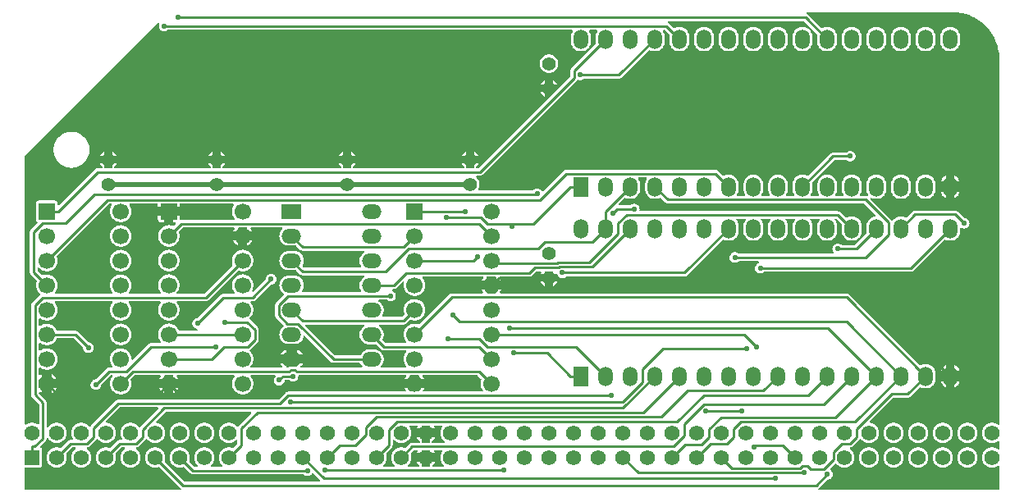
<source format=gtl>
G04 Layer: TopLayer*
G04 EasyEDA v6.5.40, 2024-07-01 11:27:10*
G04 c1f3bc4e761f40e689e8ea0538afd347,7243cdaf381449fe92b9da44aa7c23a7,10*
G04 Gerber Generator version 0.2*
G04 Scale: 100 percent, Rotated: No, Reflected: No *
G04 Dimensions in millimeters *
G04 leading zeros omitted , absolute positions ,4 integer and 5 decimal *
%FSLAX45Y45*%
%MOMM*%

%ADD10C,0.2540*%
%ADD11C,0.5080*%
%ADD12R,2.0000X1.5000*%
%ADD13O,1.9999959999999999X1.499997*%
%ADD14R,1.7000X1.7000*%
%ADD15C,1.7000*%
%ADD16O,1.524X1.9999959999999999*%
%ADD17O,1.499997X1.9999959999999999*%
%ADD18R,1.5000X2.0000*%
%ADD19C,1.3970*%
%ADD20R,1.5748X1.5748*%
%ADD21C,1.5748*%
%ADD22C,0.5840*%
%ADD23C,0.6100*%
%ADD24C,0.0104*%

%LPD*%
G36*
X4067403Y-3974642D02*
G01*
X4063644Y-3973931D01*
X4060393Y-3971798D01*
X4058158Y-3968699D01*
X4057294Y-3964940D01*
X4057853Y-3961129D01*
X4059783Y-3957777D01*
X4066489Y-3950157D01*
X4073804Y-3939184D01*
X4079646Y-3927348D01*
X4083862Y-3914851D01*
X4086453Y-3901897D01*
X4087317Y-3888740D01*
X4086453Y-3875582D01*
X4083862Y-3862628D01*
X4079646Y-3850132D01*
X4073804Y-3838295D01*
X4066489Y-3827322D01*
X4057751Y-3817416D01*
X4047845Y-3808679D01*
X4036872Y-3801364D01*
X4025036Y-3795522D01*
X4012539Y-3791305D01*
X3999585Y-3788714D01*
X3986123Y-3787851D01*
X3936746Y-3787851D01*
X3923284Y-3788714D01*
X3910329Y-3791305D01*
X3897833Y-3795522D01*
X3885996Y-3801364D01*
X3875024Y-3808679D01*
X3865118Y-3817416D01*
X3856380Y-3827322D01*
X3849065Y-3838295D01*
X3846017Y-3844442D01*
X3843782Y-3847439D01*
X3840581Y-3849420D01*
X3836924Y-3850132D01*
X3589375Y-3850132D01*
X3585464Y-3849370D01*
X3582162Y-3847134D01*
X3282492Y-3547465D01*
X3280308Y-3544214D01*
X3279546Y-3540302D01*
X3280308Y-3536391D01*
X3282492Y-3533140D01*
X3285794Y-3530904D01*
X3289706Y-3530142D01*
X3878275Y-3530142D01*
X3882491Y-3531057D01*
X3885946Y-3533597D01*
X3888028Y-3537356D01*
X3888333Y-3541623D01*
X3886911Y-3545687D01*
X3883914Y-3548735D01*
X3875024Y-3554679D01*
X3865118Y-3563416D01*
X3856380Y-3573322D01*
X3849065Y-3584295D01*
X3843223Y-3596132D01*
X3839006Y-3608628D01*
X3836415Y-3621582D01*
X3835552Y-3634740D01*
X3836415Y-3647897D01*
X3839006Y-3660851D01*
X3843223Y-3673348D01*
X3849065Y-3685184D01*
X3856380Y-3696157D01*
X3865118Y-3706063D01*
X3875024Y-3714800D01*
X3885996Y-3722115D01*
X3897833Y-3727958D01*
X3910329Y-3732174D01*
X3923284Y-3734765D01*
X3936746Y-3735628D01*
X3986123Y-3735628D01*
X4003649Y-3734511D01*
X4006799Y-3735476D01*
X4009491Y-3737406D01*
X4058158Y-3786022D01*
X4064355Y-3791153D01*
X4071061Y-3794709D01*
X4078274Y-3796893D01*
X4086301Y-3797706D01*
X4311294Y-3797706D01*
X4315612Y-3798671D01*
X4319117Y-3801414D01*
X4321149Y-3805428D01*
X4321251Y-3809847D01*
X4319422Y-3813962D01*
X4310634Y-3825697D01*
X4303674Y-3838092D01*
X4298340Y-3851249D01*
X4294733Y-3865016D01*
X4292904Y-3879087D01*
X4292904Y-3893312D01*
X4294733Y-3907383D01*
X4298340Y-3921150D01*
X4303674Y-3934307D01*
X4310634Y-3946702D01*
X4319371Y-3958386D01*
X4321200Y-3962501D01*
X4321098Y-3966921D01*
X4319117Y-3970934D01*
X4315561Y-3973677D01*
X4311243Y-3974642D01*
G37*

%LPD*%
G36*
X393242Y-4564278D02*
G01*
X388874Y-4564024D01*
X385064Y-4561941D01*
X382422Y-4558487D01*
X381508Y-4554220D01*
X381508Y-1795475D01*
X382270Y-1791563D01*
X384454Y-1788261D01*
X1754479Y-418287D01*
X1757832Y-416051D01*
X1761794Y-415290D01*
X1765706Y-416153D01*
X1769008Y-418439D01*
X1771142Y-421843D01*
X1771802Y-425856D01*
X1770837Y-429768D01*
X1769872Y-431800D01*
X1767382Y-441096D01*
X1766570Y-450646D01*
X1767382Y-460197D01*
X1769872Y-469493D01*
X1773936Y-478180D01*
X1779473Y-486054D01*
X1786229Y-492810D01*
X1794103Y-498348D01*
X1802790Y-502412D01*
X1812086Y-504901D01*
X1821637Y-505714D01*
X1831187Y-504901D01*
X1840484Y-502412D01*
X1849170Y-498348D01*
X1860956Y-490016D01*
X1864817Y-489254D01*
X6027420Y-489254D01*
X6031687Y-490169D01*
X6035141Y-492810D01*
X6037173Y-496671D01*
X6037427Y-500989D01*
X6035852Y-505053D01*
X6033008Y-509371D01*
X6027064Y-521309D01*
X6022797Y-533958D01*
X6020206Y-547065D01*
X6019292Y-560730D01*
X6019292Y-607669D01*
X6020206Y-621334D01*
X6022797Y-634441D01*
X6027064Y-647090D01*
X6033008Y-659028D01*
X6040424Y-670153D01*
X6049213Y-680161D01*
X6059271Y-689000D01*
X6070346Y-696417D01*
X6082334Y-702310D01*
X6094984Y-706628D01*
X6108090Y-709218D01*
X6121400Y-710082D01*
X6134709Y-709218D01*
X6147816Y-706628D01*
X6160465Y-702310D01*
X6172454Y-696417D01*
X6183528Y-689000D01*
X6193586Y-680161D01*
X6202375Y-670153D01*
X6209792Y-659028D01*
X6215735Y-647090D01*
X6220002Y-634441D01*
X6222593Y-621334D01*
X6223508Y-607669D01*
X6223508Y-560730D01*
X6222593Y-547065D01*
X6220002Y-533958D01*
X6215735Y-521309D01*
X6209792Y-509371D01*
X6206947Y-505053D01*
X6205372Y-500989D01*
X6205626Y-496671D01*
X6207658Y-492810D01*
X6211112Y-490169D01*
X6215380Y-489254D01*
X6281420Y-489254D01*
X6285687Y-490169D01*
X6289141Y-492810D01*
X6291173Y-496671D01*
X6291427Y-500989D01*
X6289852Y-505053D01*
X6287008Y-509371D01*
X6281064Y-521309D01*
X6276797Y-533958D01*
X6274206Y-547065D01*
X6273292Y-560730D01*
X6273292Y-607669D01*
X6274206Y-621334D01*
X6274714Y-623925D01*
X6274816Y-627227D01*
X6273850Y-630428D01*
X6271920Y-633120D01*
X6024727Y-880313D01*
X6019596Y-886561D01*
X6016040Y-893216D01*
X6013856Y-900430D01*
X6013043Y-908456D01*
X6013043Y-961593D01*
X6012281Y-965453D01*
X6010046Y-968756D01*
X5848350Y-1130503D01*
X5845048Y-1132687D01*
X5841136Y-1133500D01*
X5832500Y-1133500D01*
X5832500Y-1142136D01*
X5831687Y-1146048D01*
X5829503Y-1149350D01*
X5064607Y-1914194D01*
X5061305Y-1916430D01*
X5057444Y-1917192D01*
X5049469Y-1917192D01*
X5045506Y-1916379D01*
X5042204Y-1914143D01*
X5040020Y-1910740D01*
X5039309Y-1906778D01*
X5040172Y-1902866D01*
X5042509Y-1899615D01*
X5048351Y-1894128D01*
X5056632Y-1884019D01*
X5063388Y-1872843D01*
X5064607Y-1870100D01*
X5019700Y-1870100D01*
X5019700Y-1907032D01*
X5018887Y-1910943D01*
X5016703Y-1914194D01*
X5013401Y-1916430D01*
X5009540Y-1917192D01*
X4947310Y-1917192D01*
X4943398Y-1916430D01*
X4940096Y-1914194D01*
X4937912Y-1910943D01*
X4937150Y-1907032D01*
X4937150Y-1870100D01*
X4892192Y-1870100D01*
X4893411Y-1872843D01*
X4900168Y-1884019D01*
X4908448Y-1894128D01*
X4914290Y-1899615D01*
X4916627Y-1902866D01*
X4917490Y-1906778D01*
X4916779Y-1910740D01*
X4914595Y-1914143D01*
X4911293Y-1916379D01*
X4907330Y-1917192D01*
X3779469Y-1917192D01*
X3775506Y-1916379D01*
X3772204Y-1914143D01*
X3770020Y-1910740D01*
X3769309Y-1906778D01*
X3770172Y-1902866D01*
X3772509Y-1899615D01*
X3778351Y-1894128D01*
X3786632Y-1884019D01*
X3793388Y-1872843D01*
X3794607Y-1870100D01*
X3749700Y-1870100D01*
X3749700Y-1907032D01*
X3748887Y-1910943D01*
X3746703Y-1914194D01*
X3743401Y-1916430D01*
X3739540Y-1917192D01*
X3677310Y-1917192D01*
X3673398Y-1916430D01*
X3670096Y-1914194D01*
X3667912Y-1910943D01*
X3667150Y-1907032D01*
X3667150Y-1870100D01*
X3622192Y-1870100D01*
X3623411Y-1872843D01*
X3630168Y-1884019D01*
X3638448Y-1894128D01*
X3644290Y-1899615D01*
X3646627Y-1902866D01*
X3647490Y-1906778D01*
X3646779Y-1910740D01*
X3644595Y-1914143D01*
X3641293Y-1916379D01*
X3637330Y-1917192D01*
X2433269Y-1917192D01*
X2429306Y-1916379D01*
X2426004Y-1914143D01*
X2423820Y-1910740D01*
X2423109Y-1906778D01*
X2423972Y-1902866D01*
X2426309Y-1899615D01*
X2432151Y-1894128D01*
X2440432Y-1884019D01*
X2447188Y-1872843D01*
X2448407Y-1870100D01*
X2403500Y-1870100D01*
X2403500Y-1907032D01*
X2402687Y-1910943D01*
X2400503Y-1914194D01*
X2397201Y-1916430D01*
X2393340Y-1917192D01*
X2331110Y-1917192D01*
X2327198Y-1916430D01*
X2323896Y-1914194D01*
X2321712Y-1910943D01*
X2320950Y-1907032D01*
X2320950Y-1870100D01*
X2275992Y-1870100D01*
X2277211Y-1872843D01*
X2283968Y-1884019D01*
X2292248Y-1894128D01*
X2298090Y-1899615D01*
X2300427Y-1902866D01*
X2301290Y-1906778D01*
X2300579Y-1910740D01*
X2298395Y-1914143D01*
X2295093Y-1916379D01*
X2291130Y-1917192D01*
X1315669Y-1917192D01*
X1311706Y-1916379D01*
X1308404Y-1914143D01*
X1306220Y-1910740D01*
X1305509Y-1906778D01*
X1306372Y-1902866D01*
X1308709Y-1899615D01*
X1314551Y-1894128D01*
X1322832Y-1884019D01*
X1329588Y-1872843D01*
X1330807Y-1870100D01*
X1285900Y-1870100D01*
X1285900Y-1907032D01*
X1285087Y-1910943D01*
X1282903Y-1914194D01*
X1279601Y-1916430D01*
X1275740Y-1917192D01*
X1213510Y-1917192D01*
X1209598Y-1916430D01*
X1206296Y-1914194D01*
X1204112Y-1910943D01*
X1203350Y-1907032D01*
X1203350Y-1870100D01*
X1158392Y-1870100D01*
X1159611Y-1872843D01*
X1166368Y-1884019D01*
X1174648Y-1894128D01*
X1180490Y-1899615D01*
X1182827Y-1902866D01*
X1183690Y-1906778D01*
X1182979Y-1910740D01*
X1180795Y-1914143D01*
X1177493Y-1916379D01*
X1173530Y-1917192D01*
X1134262Y-1917192D01*
X1126236Y-1918004D01*
X1119022Y-1920189D01*
X1112367Y-1923745D01*
X1106119Y-1928875D01*
X737819Y-2297125D01*
X734568Y-2299360D01*
X730656Y-2300122D01*
X726795Y-2299360D01*
X723493Y-2297125D01*
X721258Y-2293823D01*
X720496Y-2289962D01*
X720496Y-2277821D01*
X719785Y-2271522D01*
X717854Y-2266035D01*
X714806Y-2261158D01*
X710692Y-2257044D01*
X705815Y-2253945D01*
X700328Y-2252065D01*
X694029Y-2251354D01*
X525170Y-2251354D01*
X518820Y-2252065D01*
X513384Y-2253945D01*
X508457Y-2257044D01*
X504393Y-2261158D01*
X501294Y-2266035D01*
X499414Y-2271522D01*
X498703Y-2277821D01*
X498703Y-2446680D01*
X499414Y-2452979D01*
X501294Y-2458466D01*
X504393Y-2463342D01*
X511301Y-2469997D01*
X512927Y-2473248D01*
X513334Y-2476855D01*
X512470Y-2480360D01*
X510387Y-2483307D01*
X446532Y-2547213D01*
X441401Y-2553462D01*
X437845Y-2560116D01*
X435660Y-2567330D01*
X434848Y-2575356D01*
X434848Y-2987598D01*
X435660Y-2995625D01*
X437845Y-3002838D01*
X441401Y-3009544D01*
X446532Y-3015742D01*
X504139Y-3073349D01*
X506323Y-3076651D01*
X507085Y-3080512D01*
X506374Y-3084372D01*
X504342Y-3089300D01*
X500735Y-3103067D01*
X498957Y-3117138D01*
X498957Y-3131362D01*
X500735Y-3145434D01*
X504342Y-3159201D01*
X509676Y-3172358D01*
X516635Y-3184753D01*
X525170Y-3196132D01*
X535076Y-3206394D01*
X538175Y-3208934D01*
X540766Y-3212236D01*
X541832Y-3216300D01*
X541172Y-3220415D01*
X538886Y-3223971D01*
X461365Y-3301492D01*
X456234Y-3307689D01*
X452678Y-3314395D01*
X450494Y-3321608D01*
X449732Y-3329635D01*
X449732Y-4257395D01*
X450494Y-4265422D01*
X452678Y-4272635D01*
X456234Y-4279341D01*
X461365Y-4285538D01*
X527202Y-4351426D01*
X529437Y-4354728D01*
X530199Y-4358589D01*
X530199Y-4552391D01*
X529285Y-4556658D01*
X526643Y-4560112D01*
X522782Y-4562195D01*
X518464Y-4562449D01*
X514400Y-4560874D01*
X509524Y-4557572D01*
X497230Y-4551527D01*
X484276Y-4547158D01*
X470865Y-4544466D01*
X457200Y-4543552D01*
X443534Y-4544466D01*
X430123Y-4547158D01*
X417169Y-4551527D01*
X404876Y-4557572D01*
X397306Y-4562652D01*
G37*

%LPC*%
G36*
X854202Y-1912874D02*
G01*
X872998Y-1912874D01*
X891743Y-1910943D01*
X910183Y-1907184D01*
X928166Y-1901545D01*
X945489Y-1894078D01*
X961948Y-1884934D01*
X977392Y-1874215D01*
X991666Y-1861921D01*
X1004671Y-1848307D01*
X1016152Y-1833372D01*
X1026160Y-1817420D01*
X1034440Y-1800504D01*
X1040993Y-1782825D01*
X1045667Y-1764639D01*
X1048562Y-1745996D01*
X1049477Y-1727200D01*
X1048562Y-1708404D01*
X1045667Y-1689760D01*
X1040993Y-1671574D01*
X1034440Y-1653895D01*
X1026160Y-1636979D01*
X1016152Y-1621028D01*
X1004671Y-1606092D01*
X991666Y-1592478D01*
X977392Y-1580184D01*
X961948Y-1569466D01*
X945489Y-1560322D01*
X928166Y-1552854D01*
X910183Y-1547215D01*
X891743Y-1543456D01*
X872998Y-1541526D01*
X854202Y-1541526D01*
X835456Y-1543456D01*
X817016Y-1547215D01*
X799033Y-1552854D01*
X781710Y-1560322D01*
X765251Y-1569466D01*
X749808Y-1580184D01*
X735533Y-1592478D01*
X722528Y-1606092D01*
X711047Y-1621028D01*
X701040Y-1636979D01*
X692759Y-1653895D01*
X686206Y-1671574D01*
X681532Y-1689760D01*
X678637Y-1708404D01*
X677722Y-1727200D01*
X678637Y-1745996D01*
X681532Y-1764639D01*
X686206Y-1782825D01*
X692759Y-1800504D01*
X701040Y-1817420D01*
X711047Y-1833372D01*
X722528Y-1848307D01*
X735533Y-1861921D01*
X749808Y-1874215D01*
X765251Y-1884934D01*
X781710Y-1894078D01*
X799033Y-1901545D01*
X817016Y-1907184D01*
X835456Y-1910943D01*
G37*
G36*
X5019700Y-1787550D02*
G01*
X5064607Y-1787550D01*
X5063388Y-1784756D01*
X5056632Y-1773580D01*
X5048351Y-1763471D01*
X5038801Y-1754530D01*
X5028133Y-1747012D01*
X5019700Y-1742592D01*
G37*
G36*
X2403500Y-1787550D02*
G01*
X2448407Y-1787550D01*
X2447188Y-1784756D01*
X2440432Y-1773580D01*
X2432151Y-1763471D01*
X2422601Y-1754530D01*
X2411933Y-1747012D01*
X2403500Y-1742592D01*
G37*
G36*
X3749700Y-1787550D02*
G01*
X3794607Y-1787550D01*
X3793388Y-1784756D01*
X3786632Y-1773580D01*
X3778351Y-1763471D01*
X3768801Y-1754530D01*
X3758133Y-1747012D01*
X3749700Y-1742592D01*
G37*
G36*
X1285900Y-1787550D02*
G01*
X1330807Y-1787550D01*
X1329588Y-1784756D01*
X1322832Y-1773580D01*
X1314551Y-1763471D01*
X1305001Y-1754530D01*
X1294333Y-1747012D01*
X1285900Y-1742592D01*
G37*
G36*
X1158392Y-1787550D02*
G01*
X1203350Y-1787550D01*
X1203350Y-1742592D01*
X1194866Y-1747012D01*
X1184198Y-1754530D01*
X1174648Y-1763471D01*
X1166368Y-1773580D01*
X1159611Y-1784756D01*
G37*
G36*
X2275992Y-1787550D02*
G01*
X2320950Y-1787550D01*
X2320950Y-1742592D01*
X2312466Y-1747012D01*
X2301798Y-1754530D01*
X2292248Y-1763471D01*
X2283968Y-1773580D01*
X2277211Y-1784756D01*
G37*
G36*
X3622192Y-1787550D02*
G01*
X3667150Y-1787550D01*
X3667150Y-1742592D01*
X3658666Y-1747012D01*
X3647998Y-1754530D01*
X3638448Y-1763471D01*
X3630168Y-1773580D01*
X3623411Y-1784756D01*
G37*
G36*
X4892192Y-1787550D02*
G01*
X4937150Y-1787550D01*
X4937150Y-1742592D01*
X4928666Y-1747012D01*
X4917998Y-1754530D01*
X4908448Y-1763471D01*
X4900168Y-1773580D01*
X4893411Y-1784756D01*
G37*
G36*
X5749950Y-1178407D02*
G01*
X5749950Y-1133500D01*
X5704992Y-1133500D01*
X5706211Y-1136243D01*
X5712968Y-1147419D01*
X5721248Y-1157528D01*
X5730798Y-1166469D01*
X5741466Y-1173988D01*
G37*
G36*
X5832500Y-1050950D02*
G01*
X5877407Y-1050950D01*
X5876188Y-1048156D01*
X5869432Y-1036980D01*
X5861151Y-1026871D01*
X5851601Y-1017930D01*
X5840933Y-1010412D01*
X5832500Y-1005992D01*
G37*
G36*
X5704992Y-1050950D02*
G01*
X5749950Y-1050950D01*
X5749950Y-1005992D01*
X5741466Y-1010412D01*
X5730798Y-1017930D01*
X5721248Y-1026871D01*
X5712968Y-1036980D01*
X5706211Y-1048156D01*
G37*
G36*
X5791200Y-933958D02*
G01*
X5804255Y-933043D01*
X5817006Y-930402D01*
X5829350Y-926033D01*
X5840933Y-919987D01*
X5851601Y-912469D01*
X5861151Y-903528D01*
X5869432Y-893419D01*
X5876188Y-882243D01*
X5881420Y-870254D01*
X5884926Y-857656D01*
X5886704Y-844753D01*
X5886704Y-831646D01*
X5884926Y-818743D01*
X5881420Y-806145D01*
X5876188Y-794156D01*
X5869432Y-782980D01*
X5861151Y-772871D01*
X5851601Y-763930D01*
X5840933Y-756412D01*
X5829350Y-750366D01*
X5817006Y-745998D01*
X5804255Y-743356D01*
X5791200Y-742442D01*
X5778144Y-743356D01*
X5765393Y-745998D01*
X5753049Y-750366D01*
X5741466Y-756412D01*
X5730798Y-763930D01*
X5721248Y-772871D01*
X5712968Y-782980D01*
X5706211Y-794156D01*
X5700979Y-806145D01*
X5697474Y-818743D01*
X5695696Y-831646D01*
X5695696Y-844753D01*
X5697474Y-857656D01*
X5700979Y-870254D01*
X5706211Y-882243D01*
X5712968Y-893419D01*
X5721248Y-903528D01*
X5730798Y-912469D01*
X5741466Y-919987D01*
X5753049Y-926033D01*
X5765393Y-930402D01*
X5778144Y-933043D01*
G37*

%LPD*%
G36*
X4345584Y-4996027D02*
G01*
X4341571Y-4995164D01*
X4338218Y-4992878D01*
X4336084Y-4989423D01*
X4335424Y-4985410D01*
X4336440Y-4981448D01*
X4338878Y-4978196D01*
X4341164Y-4976164D01*
X4350207Y-4965903D01*
X4357827Y-4954524D01*
X4363872Y-4942230D01*
X4368241Y-4929276D01*
X4370933Y-4915865D01*
X4371848Y-4902200D01*
X4370933Y-4888534D01*
X4368241Y-4875123D01*
X4365396Y-4866640D01*
X4364837Y-4862931D01*
X4365701Y-4859274D01*
X4367834Y-4856175D01*
X4391914Y-4832096D01*
X4395216Y-4829911D01*
X4399076Y-4829149D01*
X4425442Y-4829149D01*
X4429709Y-4830064D01*
X4433163Y-4832705D01*
X4435246Y-4836515D01*
X4435500Y-4840884D01*
X4433925Y-4844948D01*
X4430572Y-4849876D01*
X4427321Y-4856480D01*
X4475480Y-4856480D01*
X4475480Y-4839309D01*
X4476242Y-4835398D01*
X4478477Y-4832096D01*
X4481728Y-4829911D01*
X4485640Y-4829149D01*
X4556760Y-4829149D01*
X4560671Y-4829911D01*
X4563922Y-4832096D01*
X4566158Y-4835398D01*
X4566920Y-4839309D01*
X4566920Y-4856480D01*
X4615078Y-4856480D01*
X4611827Y-4849876D01*
X4608474Y-4844948D01*
X4606899Y-4840884D01*
X4607153Y-4836515D01*
X4609236Y-4832705D01*
X4612690Y-4830064D01*
X4616958Y-4829149D01*
X4679442Y-4829149D01*
X4683709Y-4830064D01*
X4687163Y-4832705D01*
X4689246Y-4836515D01*
X4689500Y-4840884D01*
X4687925Y-4844948D01*
X4684572Y-4849876D01*
X4678527Y-4862169D01*
X4674158Y-4875123D01*
X4671466Y-4888534D01*
X4670552Y-4902200D01*
X4671466Y-4915865D01*
X4674158Y-4929276D01*
X4678527Y-4942230D01*
X4684572Y-4954524D01*
X4692192Y-4965903D01*
X4701235Y-4976164D01*
X4703521Y-4978196D01*
X4706010Y-4981448D01*
X4706975Y-4985410D01*
X4706315Y-4989423D01*
X4704181Y-4992878D01*
X4700828Y-4995164D01*
X4696815Y-4996027D01*
X4599584Y-4996027D01*
X4595571Y-4995164D01*
X4592218Y-4992878D01*
X4590084Y-4989423D01*
X4589424Y-4985410D01*
X4590440Y-4981448D01*
X4592878Y-4978196D01*
X4595164Y-4976164D01*
X4604207Y-4965903D01*
X4611827Y-4954524D01*
X4615078Y-4947920D01*
X4566920Y-4947920D01*
X4566920Y-4985867D01*
X4566158Y-4989728D01*
X4563922Y-4993030D01*
X4560671Y-4995214D01*
X4556760Y-4996027D01*
X4485640Y-4996027D01*
X4481728Y-4995214D01*
X4478477Y-4993030D01*
X4476242Y-4989728D01*
X4475480Y-4985867D01*
X4475480Y-4947920D01*
X4427321Y-4947920D01*
X4430572Y-4954524D01*
X4438192Y-4965903D01*
X4447235Y-4976164D01*
X4449521Y-4978196D01*
X4452010Y-4981448D01*
X4452975Y-4985410D01*
X4452315Y-4989423D01*
X4450181Y-4992878D01*
X4446828Y-4995164D01*
X4442815Y-4996027D01*
G37*

%LPD*%
G36*
X4091584Y-4996027D02*
G01*
X4087571Y-4995164D01*
X4084218Y-4992878D01*
X4082084Y-4989423D01*
X4081424Y-4985410D01*
X4082440Y-4981448D01*
X4084878Y-4978196D01*
X4087164Y-4976164D01*
X4096207Y-4965903D01*
X4103827Y-4954524D01*
X4109872Y-4942230D01*
X4114241Y-4929276D01*
X4116933Y-4915865D01*
X4117848Y-4902200D01*
X4116933Y-4888534D01*
X4114241Y-4875123D01*
X4111396Y-4866640D01*
X4110837Y-4862931D01*
X4111701Y-4859274D01*
X4113834Y-4856175D01*
X4167174Y-4802784D01*
X4172305Y-4796586D01*
X4175861Y-4789881D01*
X4178046Y-4782667D01*
X4178858Y-4774641D01*
X4178858Y-4732020D01*
X4179570Y-4728210D01*
X4181703Y-4725009D01*
X4184802Y-4722774D01*
X4188561Y-4721860D01*
X4192371Y-4722418D01*
X4195724Y-4724349D01*
X4203496Y-4731207D01*
X4214876Y-4738827D01*
X4227169Y-4744872D01*
X4240123Y-4749241D01*
X4253534Y-4751933D01*
X4267200Y-4752848D01*
X4280865Y-4751933D01*
X4294276Y-4749241D01*
X4307230Y-4744872D01*
X4319524Y-4738827D01*
X4330903Y-4731207D01*
X4341164Y-4722164D01*
X4350207Y-4711903D01*
X4357827Y-4700524D01*
X4363872Y-4688230D01*
X4368241Y-4675276D01*
X4370933Y-4661865D01*
X4371848Y-4648200D01*
X4370933Y-4634534D01*
X4368241Y-4621123D01*
X4363872Y-4608169D01*
X4357827Y-4595876D01*
X4354474Y-4590897D01*
X4352899Y-4586833D01*
X4353153Y-4582515D01*
X4355185Y-4578654D01*
X4358690Y-4576013D01*
X4362907Y-4575098D01*
X4425492Y-4575098D01*
X4429709Y-4576013D01*
X4433214Y-4578654D01*
X4435246Y-4582515D01*
X4435500Y-4586833D01*
X4433925Y-4590897D01*
X4430572Y-4595876D01*
X4427321Y-4602480D01*
X4475480Y-4602480D01*
X4475480Y-4585258D01*
X4476242Y-4581347D01*
X4478477Y-4578096D01*
X4481728Y-4575860D01*
X4485640Y-4575098D01*
X4556760Y-4575098D01*
X4560671Y-4575860D01*
X4563922Y-4578096D01*
X4566158Y-4581347D01*
X4566920Y-4585258D01*
X4566920Y-4602480D01*
X4615078Y-4602480D01*
X4611827Y-4595876D01*
X4608474Y-4590897D01*
X4606899Y-4586833D01*
X4607153Y-4582515D01*
X4609185Y-4578654D01*
X4612690Y-4576013D01*
X4616907Y-4575098D01*
X4679492Y-4575098D01*
X4683709Y-4576013D01*
X4687214Y-4578654D01*
X4689246Y-4582515D01*
X4689500Y-4586833D01*
X4687925Y-4590897D01*
X4684572Y-4595876D01*
X4678527Y-4608169D01*
X4674158Y-4621123D01*
X4671466Y-4634534D01*
X4670552Y-4648200D01*
X4671466Y-4661865D01*
X4674158Y-4675276D01*
X4678527Y-4688230D01*
X4684572Y-4700524D01*
X4692192Y-4711903D01*
X4701235Y-4722164D01*
X4711496Y-4731207D01*
X4714646Y-4733290D01*
X4717643Y-4736388D01*
X4719066Y-4740402D01*
X4718710Y-4744720D01*
X4716627Y-4748428D01*
X4713173Y-4751019D01*
X4709007Y-4751933D01*
X4587392Y-4751933D01*
X4583226Y-4751019D01*
X4579772Y-4748428D01*
X4577689Y-4744720D01*
X4577334Y-4740402D01*
X4578756Y-4736388D01*
X4581753Y-4733290D01*
X4584903Y-4731207D01*
X4595164Y-4722164D01*
X4604207Y-4711903D01*
X4611827Y-4700524D01*
X4615078Y-4693920D01*
X4566920Y-4693920D01*
X4566920Y-4741773D01*
X4566158Y-4745634D01*
X4563922Y-4748936D01*
X4560671Y-4751120D01*
X4556760Y-4751933D01*
X4485640Y-4751933D01*
X4481728Y-4751120D01*
X4478477Y-4748936D01*
X4476242Y-4745634D01*
X4475480Y-4741773D01*
X4475480Y-4693920D01*
X4427321Y-4693920D01*
X4430572Y-4700524D01*
X4438192Y-4711903D01*
X4447235Y-4722164D01*
X4457496Y-4731207D01*
X4460646Y-4733290D01*
X4463643Y-4736388D01*
X4465066Y-4740402D01*
X4464710Y-4744720D01*
X4462627Y-4748428D01*
X4459173Y-4751019D01*
X4455007Y-4751933D01*
X4379366Y-4751933D01*
X4371340Y-4752695D01*
X4364126Y-4754880D01*
X4357471Y-4758436D01*
X4351223Y-4763566D01*
X4313224Y-4801565D01*
X4310126Y-4803698D01*
X4306468Y-4804562D01*
X4302760Y-4804003D01*
X4294276Y-4801158D01*
X4280865Y-4798466D01*
X4267200Y-4797552D01*
X4253534Y-4798466D01*
X4240123Y-4801158D01*
X4227169Y-4805527D01*
X4214876Y-4811572D01*
X4203496Y-4819192D01*
X4193235Y-4828235D01*
X4184192Y-4838496D01*
X4176572Y-4849876D01*
X4170527Y-4862169D01*
X4166158Y-4875123D01*
X4163466Y-4888534D01*
X4162551Y-4902200D01*
X4163466Y-4915865D01*
X4166158Y-4929276D01*
X4170527Y-4942230D01*
X4176572Y-4954524D01*
X4184192Y-4965903D01*
X4193235Y-4976164D01*
X4195521Y-4978196D01*
X4198010Y-4981448D01*
X4198975Y-4985410D01*
X4198315Y-4989423D01*
X4196181Y-4992878D01*
X4192828Y-4995164D01*
X4188815Y-4996027D01*
G37*

%LPD*%
G36*
X8579662Y-5239512D02*
G01*
X8575649Y-5238648D01*
X8572246Y-5236260D01*
X8570112Y-5232755D01*
X8569553Y-5228640D01*
X8570620Y-5224678D01*
X8573211Y-5221478D01*
X8577021Y-5218328D01*
X8662314Y-5133086D01*
X8665210Y-5131054D01*
X8668613Y-5130139D01*
X8675014Y-5129580D01*
X8684260Y-5127091D01*
X8692997Y-5123027D01*
X8700820Y-5117541D01*
X8707628Y-5110734D01*
X8713114Y-5102910D01*
X8717178Y-5094173D01*
X8719667Y-5084927D01*
X8720531Y-5075377D01*
X8719667Y-5065776D01*
X8717178Y-5056530D01*
X8713114Y-5047792D01*
X8707628Y-5039969D01*
X8700820Y-5033162D01*
X8695232Y-5029250D01*
X8692286Y-5025999D01*
X8690965Y-5021834D01*
X8691524Y-5017465D01*
X8693912Y-5013756D01*
X8741765Y-4965852D01*
X8745220Y-4963617D01*
X8749284Y-4962906D01*
X8753297Y-4963871D01*
X8756599Y-4966360D01*
X8765235Y-4976164D01*
X8775496Y-4985207D01*
X8786876Y-4992827D01*
X8799169Y-4998872D01*
X8812123Y-5003241D01*
X8825534Y-5005933D01*
X8839200Y-5006848D01*
X8852865Y-5005933D01*
X8866276Y-5003241D01*
X8879230Y-4998872D01*
X8891524Y-4992827D01*
X8902903Y-4985207D01*
X8913164Y-4976164D01*
X8922207Y-4965903D01*
X8929827Y-4954524D01*
X8935872Y-4942230D01*
X8940241Y-4929276D01*
X8942933Y-4915865D01*
X8943848Y-4902200D01*
X8942933Y-4888534D01*
X8940241Y-4875123D01*
X8935872Y-4862169D01*
X8929827Y-4849876D01*
X8922207Y-4838496D01*
X8913164Y-4828235D01*
X8902903Y-4819192D01*
X8898534Y-4816297D01*
X8895638Y-4813350D01*
X8894165Y-4809490D01*
X8894318Y-4805375D01*
X8896146Y-4801666D01*
X8899245Y-4798974D01*
X8911539Y-4795418D01*
X8918194Y-4791862D01*
X8924442Y-4786731D01*
X8993124Y-4718050D01*
X8996375Y-4714087D01*
X8999829Y-4711395D01*
X9004096Y-4710379D01*
X9008364Y-4711242D01*
X9011869Y-4713833D01*
X9019235Y-4722164D01*
X9029496Y-4731207D01*
X9040876Y-4738827D01*
X9053169Y-4744872D01*
X9066123Y-4749241D01*
X9079534Y-4751933D01*
X9093200Y-4752848D01*
X9106865Y-4751933D01*
X9120276Y-4749241D01*
X9133230Y-4744872D01*
X9145524Y-4738827D01*
X9156903Y-4731207D01*
X9167164Y-4722164D01*
X9176207Y-4711903D01*
X9183827Y-4700524D01*
X9189872Y-4688230D01*
X9194241Y-4675276D01*
X9196933Y-4661865D01*
X9197848Y-4648200D01*
X9196933Y-4634534D01*
X9194241Y-4621123D01*
X9189872Y-4608169D01*
X9183827Y-4595876D01*
X9176207Y-4584496D01*
X9167164Y-4574235D01*
X9156903Y-4565192D01*
X9145524Y-4557572D01*
X9133230Y-4551527D01*
X9120276Y-4547158D01*
X9107170Y-4544517D01*
X9103207Y-4542790D01*
X9100312Y-4539538D01*
X9099042Y-4535373D01*
X9099651Y-4531055D01*
X9101988Y-4527397D01*
X9339986Y-4289399D01*
X9343288Y-4287164D01*
X9347200Y-4286402D01*
X9493605Y-4286402D01*
X9501632Y-4285589D01*
X9508845Y-4283405D01*
X9515551Y-4279849D01*
X9521748Y-4274718D01*
X9617303Y-4179163D01*
X9620808Y-4176928D01*
X9624923Y-4176217D01*
X9628987Y-4177284D01*
X9638842Y-4182110D01*
X9651492Y-4186428D01*
X9664598Y-4189018D01*
X9677908Y-4189882D01*
X9691217Y-4189018D01*
X9704324Y-4186428D01*
X9716973Y-4182110D01*
X9728962Y-4176217D01*
X9740036Y-4168800D01*
X9750094Y-4159961D01*
X9758883Y-4149953D01*
X9766300Y-4138828D01*
X9772243Y-4126890D01*
X9776510Y-4114241D01*
X9779101Y-4101134D01*
X9780016Y-4087469D01*
X9780016Y-4040530D01*
X9779101Y-4026865D01*
X9776510Y-4013758D01*
X9772243Y-4001109D01*
X9766300Y-3989171D01*
X9758883Y-3978046D01*
X9750094Y-3968038D01*
X9740036Y-3959199D01*
X9728962Y-3951782D01*
X9716973Y-3945890D01*
X9704324Y-3941572D01*
X9691217Y-3938981D01*
X9677908Y-3938117D01*
X9664598Y-3938981D01*
X9651492Y-3941572D01*
X9638842Y-3945890D01*
X9628987Y-3950715D01*
X9624923Y-3951782D01*
X9620808Y-3951071D01*
X9617303Y-3948836D01*
X8888730Y-3220262D01*
X8882532Y-3215132D01*
X8875826Y-3211576D01*
X8868613Y-3209391D01*
X8860586Y-3208578D01*
X5293106Y-3208578D01*
X5289346Y-3207867D01*
X5286095Y-3205784D01*
X5283860Y-3202686D01*
X5282946Y-3198977D01*
X5283454Y-3195167D01*
X5294223Y-3178606D01*
X5296916Y-3173069D01*
X5246471Y-3173069D01*
X5246471Y-3198418D01*
X5245709Y-3202330D01*
X5243474Y-3205581D01*
X5240172Y-3207816D01*
X5236311Y-3208578D01*
X5158943Y-3208578D01*
X5155031Y-3207816D01*
X5151729Y-3205581D01*
X5149545Y-3202330D01*
X5148783Y-3198418D01*
X5148783Y-3173069D01*
X5098135Y-3173069D01*
X5104688Y-3184702D01*
X5110378Y-3192322D01*
X5112207Y-3196437D01*
X5112105Y-3200857D01*
X5110124Y-3204870D01*
X5106568Y-3207613D01*
X5102250Y-3208578D01*
X4789119Y-3208578D01*
X4781092Y-3209391D01*
X4773879Y-3211576D01*
X4767173Y-3215132D01*
X4760976Y-3220262D01*
X4454448Y-3526739D01*
X4451299Y-3528872D01*
X4447540Y-3529685D01*
X4443780Y-3529076D01*
X4435144Y-3525875D01*
X4421276Y-3522726D01*
X4407103Y-3521354D01*
X4392930Y-3521811D01*
X4378909Y-3524097D01*
X4365294Y-3528161D01*
X4352290Y-3533901D01*
X4340148Y-3541268D01*
X4329023Y-3550107D01*
X4319117Y-3560318D01*
X4310634Y-3571697D01*
X4303674Y-3584092D01*
X4298340Y-3597249D01*
X4294733Y-3611016D01*
X4292904Y-3625087D01*
X4292904Y-3639312D01*
X4294733Y-3653383D01*
X4298340Y-3667150D01*
X4303674Y-3680307D01*
X4310634Y-3692702D01*
X4319270Y-3704234D01*
X4321098Y-3708349D01*
X4320997Y-3712768D01*
X4318965Y-3716782D01*
X4315460Y-3719525D01*
X4311142Y-3720490D01*
X4106011Y-3720490D01*
X4102100Y-3719728D01*
X4098798Y-3717493D01*
X4076547Y-3695242D01*
X4074261Y-3691737D01*
X4073550Y-3687622D01*
X4074617Y-3683558D01*
X4079646Y-3673348D01*
X4083862Y-3660851D01*
X4086453Y-3647897D01*
X4087317Y-3634740D01*
X4086453Y-3621582D01*
X4083862Y-3608628D01*
X4079646Y-3596132D01*
X4073804Y-3584295D01*
X4066489Y-3573322D01*
X4057751Y-3563416D01*
X4047845Y-3554679D01*
X4038955Y-3548735D01*
X4035958Y-3545687D01*
X4034536Y-3541623D01*
X4034891Y-3537356D01*
X4036974Y-3533597D01*
X4040378Y-3531057D01*
X4044594Y-3530142D01*
X4289755Y-3530142D01*
X4297781Y-3529329D01*
X4304995Y-3527145D01*
X4311700Y-3523589D01*
X4317898Y-3518458D01*
X4352645Y-3483762D01*
X4355998Y-3481527D01*
X4359960Y-3480815D01*
X4378909Y-3486302D01*
X4392930Y-3488588D01*
X4407103Y-3489045D01*
X4421276Y-3487674D01*
X4435144Y-3484524D01*
X4448454Y-3479596D01*
X4461052Y-3473043D01*
X4472686Y-3464915D01*
X4483201Y-3455365D01*
X4492447Y-3444544D01*
X4500168Y-3432606D01*
X4506366Y-3419805D01*
X4510836Y-3406343D01*
X4513529Y-3392373D01*
X4514443Y-3378200D01*
X4513529Y-3364026D01*
X4510836Y-3350056D01*
X4506366Y-3336594D01*
X4500168Y-3323793D01*
X4492447Y-3311855D01*
X4483201Y-3301085D01*
X4472686Y-3291484D01*
X4461052Y-3283356D01*
X4448454Y-3276803D01*
X4435144Y-3271875D01*
X4421276Y-3268726D01*
X4407103Y-3267354D01*
X4392930Y-3267811D01*
X4378909Y-3270097D01*
X4365294Y-3274161D01*
X4352290Y-3279901D01*
X4340148Y-3287268D01*
X4329023Y-3296107D01*
X4319117Y-3306318D01*
X4310634Y-3317697D01*
X4303674Y-3330092D01*
X4298340Y-3343249D01*
X4294733Y-3357016D01*
X4292904Y-3371087D01*
X4292904Y-3385312D01*
X4294733Y-3399383D01*
X4298340Y-3413150D01*
X4300321Y-3418078D01*
X4301083Y-3421938D01*
X4300321Y-3425799D01*
X4298086Y-3429101D01*
X4277258Y-3449929D01*
X4273956Y-3452164D01*
X4270044Y-3452926D01*
X4078274Y-3452926D01*
X4074058Y-3452012D01*
X4070553Y-3449370D01*
X4068521Y-3445510D01*
X4068267Y-3441192D01*
X4069842Y-3437128D01*
X4073804Y-3431184D01*
X4079646Y-3419348D01*
X4083862Y-3406851D01*
X4086453Y-3393897D01*
X4087317Y-3380740D01*
X4086453Y-3367582D01*
X4083862Y-3354628D01*
X4079646Y-3342132D01*
X4073804Y-3330295D01*
X4066489Y-3319322D01*
X4057751Y-3309416D01*
X4047845Y-3300729D01*
X4036009Y-3292856D01*
X4033012Y-3289757D01*
X4031538Y-3285744D01*
X4031894Y-3281426D01*
X4033977Y-3277666D01*
X4037431Y-3275126D01*
X4041597Y-3274212D01*
X4113631Y-3274212D01*
X4117492Y-3274974D01*
X4129278Y-3283305D01*
X4137964Y-3287369D01*
X4147261Y-3289858D01*
X4156811Y-3290671D01*
X4166362Y-3289858D01*
X4175658Y-3287369D01*
X4184345Y-3283305D01*
X4192219Y-3277768D01*
X4198975Y-3271012D01*
X4204512Y-3263138D01*
X4208576Y-3254451D01*
X4211066Y-3245154D01*
X4211878Y-3235604D01*
X4211066Y-3226054D01*
X4208576Y-3216757D01*
X4204512Y-3208070D01*
X4198975Y-3200196D01*
X4192219Y-3193440D01*
X4184345Y-3187903D01*
X4177487Y-3184702D01*
X4174337Y-3182416D01*
X4172305Y-3179114D01*
X4171645Y-3175254D01*
X4172458Y-3171444D01*
X4174693Y-3168243D01*
X4177944Y-3166110D01*
X4181805Y-3165348D01*
X4187596Y-3165348D01*
X4195622Y-3164535D01*
X4202836Y-3162350D01*
X4209542Y-3158794D01*
X4215739Y-3153664D01*
X4278274Y-3091180D01*
X4281932Y-3088843D01*
X4286300Y-3088233D01*
X4290517Y-3089554D01*
X4293717Y-3092500D01*
X4295444Y-3096564D01*
X4295241Y-3100933D01*
X4294733Y-3103016D01*
X4292904Y-3117088D01*
X4292904Y-3131312D01*
X4294733Y-3145383D01*
X4298340Y-3159150D01*
X4303674Y-3172307D01*
X4310634Y-3184702D01*
X4319117Y-3196082D01*
X4329023Y-3206292D01*
X4340148Y-3215132D01*
X4352290Y-3222498D01*
X4365294Y-3228289D01*
X4378909Y-3232302D01*
X4392930Y-3234588D01*
X4407103Y-3235045D01*
X4421276Y-3233674D01*
X4435144Y-3230524D01*
X4448454Y-3225596D01*
X4461052Y-3219043D01*
X4472686Y-3210915D01*
X4483201Y-3201365D01*
X4492447Y-3190544D01*
X4500168Y-3178606D01*
X4506366Y-3165805D01*
X4510836Y-3152343D01*
X4513529Y-3138373D01*
X4514443Y-3124200D01*
X4513529Y-3110026D01*
X4510836Y-3096056D01*
X4506366Y-3082594D01*
X4500168Y-3069793D01*
X4492447Y-3057855D01*
X4487926Y-3052572D01*
X4485995Y-3049219D01*
X4485487Y-3045409D01*
X4486402Y-3041700D01*
X4488637Y-3038602D01*
X4491888Y-3036519D01*
X4495647Y-3035808D01*
X5105247Y-3035808D01*
X5109565Y-3036773D01*
X5113121Y-3039516D01*
X5115102Y-3043529D01*
X5115204Y-3047949D01*
X5113375Y-3052064D01*
X5104688Y-3063697D01*
X5098135Y-3075330D01*
X5148783Y-3075330D01*
X5148783Y-3045968D01*
X5149545Y-3042056D01*
X5151729Y-3038805D01*
X5155031Y-3036570D01*
X5158943Y-3035808D01*
X5236311Y-3035808D01*
X5240172Y-3036570D01*
X5243474Y-3038805D01*
X5245709Y-3042056D01*
X5246471Y-3045968D01*
X5246471Y-3075330D01*
X5296916Y-3075330D01*
X5294223Y-3069793D01*
X5286451Y-3057855D01*
X5281930Y-3052572D01*
X5280050Y-3049219D01*
X5279542Y-3045409D01*
X5280456Y-3041700D01*
X5282692Y-3038602D01*
X5285892Y-3036519D01*
X5289702Y-3035808D01*
X5590540Y-3035808D01*
X5598566Y-3034995D01*
X5605780Y-3032810D01*
X5612485Y-3029254D01*
X5618683Y-3024124D01*
X5657494Y-2985363D01*
X5660796Y-2983128D01*
X5664708Y-2982366D01*
X5701233Y-2982366D01*
X5705449Y-2983280D01*
X5708853Y-2985820D01*
X5710986Y-2989529D01*
X5711342Y-2993796D01*
X5709920Y-2997809D01*
X5706211Y-3003956D01*
X5704992Y-3006750D01*
X5749950Y-3006750D01*
X5749950Y-2992526D01*
X5750712Y-2988614D01*
X5752896Y-2985363D01*
X5756198Y-2983128D01*
X5760110Y-2982366D01*
X5822340Y-2982366D01*
X5826201Y-2983128D01*
X5829503Y-2985363D01*
X5831687Y-2988614D01*
X5832500Y-2992526D01*
X5832500Y-3006750D01*
X5868517Y-3006750D01*
X5872835Y-3007664D01*
X5876290Y-3010357D01*
X5882538Y-3023412D01*
X5888024Y-3031286D01*
X5894832Y-3038043D01*
X5902655Y-3043580D01*
X5911392Y-3047644D01*
X5920638Y-3050133D01*
X5930239Y-3050946D01*
X5939790Y-3050133D01*
X5949035Y-3047644D01*
X5957773Y-3043580D01*
X5969508Y-3035249D01*
X5973419Y-3034487D01*
X7189520Y-3034487D01*
X7197547Y-3033674D01*
X7204760Y-3031490D01*
X7211466Y-3027934D01*
X7217664Y-3022803D01*
X7585303Y-2655163D01*
X7588808Y-2652928D01*
X7592923Y-2652217D01*
X7596987Y-2653284D01*
X7606842Y-2658110D01*
X7619492Y-2662428D01*
X7632598Y-2665018D01*
X7645908Y-2665882D01*
X7659217Y-2665018D01*
X7672324Y-2662428D01*
X7684973Y-2658110D01*
X7696962Y-2652217D01*
X7708036Y-2644800D01*
X7718094Y-2635961D01*
X7726883Y-2625953D01*
X7734300Y-2614828D01*
X7740243Y-2602890D01*
X7744510Y-2590241D01*
X7747101Y-2577134D01*
X7748016Y-2563469D01*
X7748016Y-2516530D01*
X7747101Y-2502865D01*
X7744510Y-2489758D01*
X7740243Y-2477109D01*
X7734300Y-2465171D01*
X7726730Y-2453792D01*
X7725156Y-2449728D01*
X7725409Y-2445410D01*
X7727442Y-2441549D01*
X7730896Y-2438908D01*
X7735163Y-2437993D01*
X7810652Y-2437993D01*
X7814919Y-2438908D01*
X7818374Y-2441549D01*
X7820406Y-2445410D01*
X7820659Y-2449728D01*
X7819085Y-2453792D01*
X7811516Y-2465171D01*
X7805572Y-2477109D01*
X7801305Y-2489758D01*
X7798714Y-2502865D01*
X7797800Y-2516530D01*
X7797800Y-2563469D01*
X7798714Y-2577134D01*
X7801305Y-2590241D01*
X7805572Y-2602890D01*
X7811516Y-2614828D01*
X7818932Y-2625953D01*
X7827721Y-2635961D01*
X7837779Y-2644800D01*
X7848853Y-2652217D01*
X7860842Y-2658110D01*
X7873492Y-2662428D01*
X7886598Y-2665018D01*
X7899908Y-2665882D01*
X7913217Y-2665018D01*
X7926324Y-2662428D01*
X7938973Y-2658110D01*
X7950962Y-2652217D01*
X7962036Y-2644800D01*
X7972094Y-2635961D01*
X7980883Y-2625953D01*
X7988300Y-2614828D01*
X7994243Y-2602890D01*
X7998510Y-2590241D01*
X8001101Y-2577134D01*
X8002016Y-2563469D01*
X8002016Y-2516530D01*
X8001101Y-2502865D01*
X7998510Y-2489758D01*
X7994243Y-2477109D01*
X7988300Y-2465171D01*
X7980730Y-2453792D01*
X7979156Y-2449728D01*
X7979409Y-2445410D01*
X7981442Y-2441549D01*
X7984896Y-2438908D01*
X7989163Y-2437993D01*
X8064652Y-2437993D01*
X8068919Y-2438908D01*
X8072374Y-2441549D01*
X8074406Y-2445410D01*
X8074659Y-2449728D01*
X8073085Y-2453792D01*
X8065516Y-2465171D01*
X8059572Y-2477109D01*
X8055305Y-2489758D01*
X8052714Y-2502865D01*
X8051800Y-2516530D01*
X8051800Y-2563469D01*
X8052714Y-2577134D01*
X8055305Y-2590241D01*
X8059572Y-2602890D01*
X8065516Y-2614828D01*
X8072932Y-2625953D01*
X8081721Y-2635961D01*
X8091779Y-2644800D01*
X8102853Y-2652217D01*
X8114842Y-2658110D01*
X8127492Y-2662428D01*
X8140598Y-2665018D01*
X8153908Y-2665882D01*
X8167217Y-2665018D01*
X8180324Y-2662428D01*
X8192973Y-2658110D01*
X8204962Y-2652217D01*
X8216036Y-2644800D01*
X8226094Y-2635961D01*
X8234883Y-2625953D01*
X8242300Y-2614828D01*
X8248243Y-2602890D01*
X8252510Y-2590241D01*
X8255101Y-2577134D01*
X8256016Y-2563469D01*
X8256016Y-2516530D01*
X8255101Y-2502865D01*
X8252510Y-2489758D01*
X8248243Y-2477109D01*
X8242300Y-2465171D01*
X8234730Y-2453792D01*
X8233156Y-2449728D01*
X8233409Y-2445410D01*
X8235442Y-2441549D01*
X8238896Y-2438908D01*
X8243163Y-2437993D01*
X8318652Y-2437993D01*
X8322919Y-2438908D01*
X8326374Y-2441549D01*
X8328406Y-2445410D01*
X8328659Y-2449728D01*
X8327085Y-2453792D01*
X8319516Y-2465171D01*
X8313572Y-2477109D01*
X8309305Y-2489758D01*
X8306714Y-2502865D01*
X8305800Y-2516530D01*
X8305800Y-2563469D01*
X8306714Y-2577134D01*
X8309305Y-2590241D01*
X8313572Y-2602890D01*
X8319516Y-2614828D01*
X8326932Y-2625953D01*
X8335721Y-2635961D01*
X8345779Y-2644800D01*
X8356853Y-2652217D01*
X8368842Y-2658110D01*
X8381492Y-2662428D01*
X8394598Y-2665018D01*
X8407908Y-2665882D01*
X8421217Y-2665018D01*
X8434324Y-2662428D01*
X8446973Y-2658110D01*
X8458962Y-2652217D01*
X8470036Y-2644800D01*
X8480094Y-2635961D01*
X8488883Y-2625953D01*
X8496300Y-2614828D01*
X8502243Y-2602890D01*
X8506510Y-2590241D01*
X8509101Y-2577134D01*
X8510016Y-2563469D01*
X8510016Y-2516530D01*
X8509101Y-2502865D01*
X8506510Y-2489758D01*
X8502243Y-2477109D01*
X8496300Y-2465171D01*
X8488730Y-2453792D01*
X8487156Y-2449728D01*
X8487410Y-2445410D01*
X8489442Y-2441549D01*
X8492896Y-2438908D01*
X8497163Y-2437993D01*
X8572652Y-2437993D01*
X8576919Y-2438908D01*
X8580374Y-2441549D01*
X8582406Y-2445410D01*
X8582660Y-2449728D01*
X8581085Y-2453792D01*
X8573516Y-2465171D01*
X8567572Y-2477109D01*
X8563305Y-2489758D01*
X8560714Y-2502865D01*
X8559800Y-2516530D01*
X8559800Y-2563469D01*
X8560714Y-2577134D01*
X8563305Y-2590241D01*
X8567572Y-2602890D01*
X8573516Y-2614828D01*
X8580932Y-2625953D01*
X8589721Y-2635961D01*
X8599779Y-2644800D01*
X8610854Y-2652217D01*
X8622842Y-2658110D01*
X8635492Y-2662428D01*
X8648598Y-2665018D01*
X8661908Y-2665882D01*
X8675217Y-2665018D01*
X8688324Y-2662428D01*
X8700973Y-2658110D01*
X8712962Y-2652217D01*
X8724036Y-2644800D01*
X8734094Y-2635961D01*
X8742883Y-2625953D01*
X8750300Y-2614828D01*
X8756243Y-2602890D01*
X8760510Y-2590241D01*
X8763101Y-2577134D01*
X8764016Y-2563469D01*
X8764016Y-2516530D01*
X8763101Y-2502865D01*
X8760510Y-2489758D01*
X8756243Y-2477109D01*
X8750300Y-2465171D01*
X8742730Y-2453792D01*
X8741156Y-2449728D01*
X8741410Y-2445410D01*
X8743442Y-2441549D01*
X8746896Y-2438908D01*
X8751163Y-2437993D01*
X8755075Y-2437993D01*
X8758986Y-2438755D01*
X8762288Y-2440990D01*
X8812428Y-2491130D01*
X8814358Y-2493822D01*
X8815324Y-2496972D01*
X8815222Y-2500274D01*
X8814714Y-2502865D01*
X8813800Y-2516530D01*
X8813800Y-2563469D01*
X8814714Y-2577134D01*
X8817305Y-2590241D01*
X8821572Y-2602890D01*
X8827516Y-2614828D01*
X8834932Y-2625953D01*
X8843721Y-2635961D01*
X8853779Y-2644800D01*
X8864854Y-2652217D01*
X8876842Y-2658110D01*
X8889492Y-2662428D01*
X8902598Y-2665018D01*
X8915908Y-2665882D01*
X8929217Y-2665018D01*
X8942324Y-2662428D01*
X8954973Y-2658110D01*
X8966962Y-2652217D01*
X8978036Y-2644800D01*
X8988094Y-2635961D01*
X8996883Y-2625953D01*
X9004300Y-2614828D01*
X9010243Y-2602890D01*
X9014510Y-2590241D01*
X9017101Y-2577134D01*
X9018016Y-2563469D01*
X9018016Y-2516530D01*
X9017101Y-2502865D01*
X9014510Y-2489758D01*
X9010243Y-2477109D01*
X9004300Y-2465171D01*
X8996883Y-2454046D01*
X8988094Y-2444038D01*
X8978036Y-2435199D01*
X8966962Y-2427782D01*
X8954973Y-2421890D01*
X8942324Y-2417572D01*
X8929217Y-2414981D01*
X8915908Y-2414117D01*
X8902598Y-2414981D01*
X8889492Y-2417572D01*
X8876842Y-2421890D01*
X8866987Y-2426716D01*
X8862923Y-2427782D01*
X8858808Y-2427071D01*
X8855303Y-2424836D01*
X8802928Y-2372461D01*
X8796731Y-2367330D01*
X8790025Y-2363774D01*
X8782812Y-2361590D01*
X8774785Y-2360777D01*
X6735927Y-2360777D01*
X6732320Y-2360117D01*
X6729171Y-2358186D01*
X6726885Y-2355240D01*
X6725869Y-2351684D01*
X6727291Y-2337358D01*
X6726428Y-2327757D01*
X6723938Y-2318512D01*
X6719874Y-2309774D01*
X6714388Y-2301951D01*
X6707581Y-2295144D01*
X6699758Y-2289657D01*
X6691020Y-2285593D01*
X6681774Y-2283104D01*
X6672224Y-2282240D01*
X6662623Y-2283104D01*
X6653377Y-2285593D01*
X6644640Y-2289657D01*
X6632905Y-2297938D01*
X6628993Y-2298750D01*
X6518046Y-2298750D01*
X6514134Y-2297938D01*
X6510832Y-2295753D01*
X6508648Y-2292451D01*
X6507886Y-2288590D01*
X6508648Y-2284679D01*
X6510832Y-2281377D01*
X6568897Y-2223312D01*
X6572402Y-2221026D01*
X6576568Y-2220315D01*
X6580581Y-2221382D01*
X6590792Y-2226411D01*
X6603288Y-2230628D01*
X6616242Y-2233218D01*
X6629400Y-2234082D01*
X6642557Y-2233218D01*
X6655511Y-2230628D01*
X6668008Y-2226411D01*
X6679844Y-2220569D01*
X6690817Y-2213254D01*
X6700723Y-2204516D01*
X6709460Y-2194610D01*
X6716775Y-2183638D01*
X6722618Y-2171801D01*
X6726834Y-2159304D01*
X6729425Y-2146350D01*
X6730288Y-2132888D01*
X6730288Y-2083511D01*
X6729425Y-2070049D01*
X6726834Y-2057095D01*
X6722618Y-2044598D01*
X6716775Y-2032762D01*
X6713626Y-2028037D01*
X6712000Y-2023973D01*
X6712254Y-2019604D01*
X6714337Y-2015794D01*
X6717792Y-2013153D01*
X6722059Y-2012238D01*
X6790740Y-2012238D01*
X6795008Y-2013153D01*
X6798462Y-2015794D01*
X6800545Y-2019604D01*
X6800799Y-2023973D01*
X6799173Y-2028037D01*
X6796024Y-2032762D01*
X6790181Y-2044598D01*
X6785965Y-2057095D01*
X6783374Y-2070049D01*
X6782511Y-2083511D01*
X6782511Y-2132888D01*
X6783374Y-2146350D01*
X6785965Y-2159304D01*
X6790181Y-2171801D01*
X6796024Y-2183638D01*
X6803339Y-2194610D01*
X6812076Y-2204516D01*
X6821982Y-2213254D01*
X6832955Y-2220569D01*
X6844792Y-2226411D01*
X6857288Y-2230628D01*
X6870242Y-2233218D01*
X6883400Y-2234082D01*
X6896557Y-2233218D01*
X6909511Y-2230628D01*
X6922008Y-2226411D01*
X6932218Y-2221382D01*
X6936282Y-2220315D01*
X6940397Y-2221026D01*
X6943902Y-2223312D01*
X6988606Y-2267966D01*
X6994855Y-2273096D01*
X7001509Y-2276652D01*
X7008723Y-2278837D01*
X7016750Y-2279650D01*
X9037777Y-2279650D01*
X9041688Y-2280412D01*
X9044990Y-2282647D01*
X9160459Y-2398115D01*
X9162796Y-2401773D01*
X9163405Y-2406091D01*
X9162135Y-2410256D01*
X9159240Y-2413508D01*
X9155277Y-2415235D01*
X9143492Y-2417572D01*
X9130842Y-2421890D01*
X9118854Y-2427782D01*
X9107779Y-2435199D01*
X9097721Y-2444038D01*
X9088932Y-2454046D01*
X9081516Y-2465171D01*
X9075572Y-2477109D01*
X9071305Y-2489758D01*
X9068714Y-2502865D01*
X9067800Y-2516530D01*
X9067800Y-2563469D01*
X9068714Y-2577134D01*
X9069222Y-2579725D01*
X9069324Y-2583027D01*
X9068358Y-2586177D01*
X9066428Y-2588869D01*
X8949029Y-2706268D01*
X8945727Y-2708452D01*
X8941866Y-2709265D01*
X8814358Y-2709265D01*
X8810447Y-2708452D01*
X8798712Y-2700172D01*
X8789974Y-2696108D01*
X8780729Y-2693619D01*
X8771178Y-2692755D01*
X8761577Y-2693619D01*
X8752332Y-2696108D01*
X8743594Y-2700172D01*
X8735771Y-2705658D01*
X8728964Y-2712466D01*
X8723477Y-2720289D01*
X8719413Y-2729026D01*
X8716924Y-2738272D01*
X8716060Y-2747873D01*
X8716924Y-2757424D01*
X8719413Y-2766669D01*
X8723477Y-2775356D01*
X8729573Y-2784043D01*
X8731250Y-2788107D01*
X8731097Y-2792526D01*
X8729065Y-2796438D01*
X8725560Y-2799130D01*
X8721242Y-2800096D01*
X7752283Y-2800096D01*
X7748371Y-2799283D01*
X7736636Y-2791002D01*
X7727899Y-2786938D01*
X7718653Y-2784449D01*
X7709103Y-2783586D01*
X7699502Y-2784449D01*
X7690256Y-2786938D01*
X7681518Y-2791002D01*
X7673695Y-2796489D01*
X7666888Y-2803296D01*
X7661402Y-2811119D01*
X7657338Y-2819857D01*
X7654848Y-2829102D01*
X7653985Y-2838704D01*
X7654848Y-2848254D01*
X7657338Y-2857500D01*
X7661402Y-2866237D01*
X7666888Y-2874060D01*
X7673695Y-2880868D01*
X7681518Y-2886354D01*
X7690256Y-2890418D01*
X7699502Y-2892907D01*
X7709103Y-2893771D01*
X7718653Y-2892907D01*
X7727899Y-2890418D01*
X7736636Y-2886354D01*
X7748371Y-2878074D01*
X7752283Y-2877312D01*
X7948015Y-2877312D01*
X7951825Y-2878023D01*
X7955076Y-2880156D01*
X7957312Y-2883408D01*
X7958175Y-2887218D01*
X7957515Y-2891028D01*
X7955432Y-2894380D01*
X7952282Y-2896666D01*
X7943799Y-2900629D01*
X7935925Y-2906115D01*
X7929168Y-2912922D01*
X7923631Y-2920746D01*
X7919567Y-2929483D01*
X7917078Y-2938729D01*
X7916265Y-2948330D01*
X7917078Y-2957880D01*
X7919567Y-2967126D01*
X7923631Y-2975864D01*
X7929168Y-2983687D01*
X7935925Y-2990494D01*
X7943799Y-2995980D01*
X7952486Y-3000044D01*
X7961782Y-3002534D01*
X7971332Y-3003397D01*
X7980883Y-3002534D01*
X7990179Y-3000044D01*
X7998866Y-2995980D01*
X8010652Y-2987700D01*
X8014512Y-2986938D01*
X9523120Y-2986938D01*
X9531146Y-2986125D01*
X9538360Y-2983941D01*
X9545015Y-2980385D01*
X9551263Y-2975254D01*
X9871303Y-2655163D01*
X9874808Y-2652928D01*
X9878923Y-2652217D01*
X9882987Y-2653284D01*
X9892842Y-2658110D01*
X9905492Y-2662428D01*
X9918598Y-2665018D01*
X9931908Y-2665882D01*
X9945217Y-2665018D01*
X9958324Y-2662428D01*
X9970973Y-2658110D01*
X9982962Y-2652217D01*
X9994036Y-2644800D01*
X10004094Y-2635961D01*
X10012883Y-2625953D01*
X10020300Y-2614828D01*
X10026243Y-2602890D01*
X10030510Y-2590241D01*
X10033101Y-2577134D01*
X10034016Y-2563469D01*
X10034016Y-2541727D01*
X10034828Y-2537764D01*
X10037114Y-2534412D01*
X10040518Y-2532227D01*
X10044531Y-2531567D01*
X10048494Y-2532532D01*
X10056723Y-2536393D01*
X10066020Y-2538882D01*
X10075570Y-2539695D01*
X10085120Y-2538882D01*
X10094417Y-2536393D01*
X10103104Y-2532329D01*
X10110978Y-2526792D01*
X10117734Y-2520035D01*
X10123271Y-2512161D01*
X10127335Y-2503474D01*
X10129824Y-2494178D01*
X10130637Y-2484628D01*
X10129824Y-2475077D01*
X10127335Y-2465781D01*
X10123271Y-2457094D01*
X10117734Y-2449220D01*
X10110978Y-2442464D01*
X10103104Y-2436926D01*
X10094417Y-2432862D01*
X10085120Y-2430373D01*
X10078720Y-2429814D01*
X10075316Y-2428900D01*
X10072420Y-2426919D01*
X10013848Y-2368296D01*
X10007600Y-2363165D01*
X10000945Y-2359609D01*
X9993731Y-2357424D01*
X9985705Y-2356662D01*
X9569145Y-2356662D01*
X9561118Y-2357424D01*
X9553905Y-2359609D01*
X9547250Y-2363165D01*
X9541002Y-2368296D01*
X9484512Y-2424836D01*
X9481007Y-2427071D01*
X9476892Y-2427782D01*
X9472828Y-2426716D01*
X9462973Y-2421890D01*
X9450324Y-2417572D01*
X9437217Y-2414981D01*
X9423908Y-2414117D01*
X9410598Y-2414981D01*
X9397492Y-2417572D01*
X9384842Y-2421890D01*
X9372854Y-2427782D01*
X9361779Y-2435199D01*
X9351721Y-2444038D01*
X9342577Y-2454554D01*
X9339935Y-2457246D01*
X9336481Y-2458821D01*
X9332722Y-2458974D01*
X9329166Y-2457805D01*
X9326270Y-2455367D01*
X9323324Y-2451811D01*
X9109811Y-2238248D01*
X9107576Y-2234844D01*
X9106814Y-2230882D01*
X9107728Y-2226919D01*
X9110065Y-2223617D01*
X9113520Y-2221484D01*
X9117533Y-2220925D01*
X9121495Y-2221941D01*
X9130334Y-2226310D01*
X9142984Y-2230628D01*
X9156090Y-2233218D01*
X9169400Y-2234082D01*
X9182709Y-2233218D01*
X9195816Y-2230628D01*
X9208465Y-2226310D01*
X9220454Y-2220417D01*
X9231528Y-2213000D01*
X9241586Y-2204161D01*
X9250375Y-2194153D01*
X9257792Y-2183028D01*
X9263735Y-2171090D01*
X9268002Y-2158441D01*
X9270593Y-2145334D01*
X9271508Y-2131669D01*
X9271508Y-2084730D01*
X9270593Y-2071065D01*
X9268002Y-2057958D01*
X9263735Y-2045309D01*
X9257792Y-2033371D01*
X9250375Y-2022246D01*
X9241586Y-2012238D01*
X9231528Y-2003399D01*
X9220454Y-1995982D01*
X9208465Y-1990089D01*
X9195816Y-1985772D01*
X9182709Y-1983181D01*
X9169400Y-1982317D01*
X9156090Y-1983181D01*
X9142984Y-1985772D01*
X9130334Y-1990089D01*
X9118346Y-1995982D01*
X9107271Y-2003399D01*
X9097213Y-2012238D01*
X9088424Y-2022246D01*
X9081008Y-2033371D01*
X9075064Y-2045309D01*
X9070797Y-2057958D01*
X9068206Y-2071065D01*
X9067292Y-2084730D01*
X9067292Y-2131669D01*
X9068206Y-2145334D01*
X9070797Y-2158441D01*
X9075064Y-2171090D01*
X9081008Y-2183028D01*
X9086291Y-2190953D01*
X9087916Y-2195118D01*
X9087561Y-2199589D01*
X9085376Y-2203450D01*
X9081719Y-2205990D01*
X9077350Y-2206752D01*
X9065514Y-2203246D01*
X9057487Y-2202434D01*
X9009837Y-2202434D01*
X9005620Y-2201519D01*
X9002115Y-2198878D01*
X9000083Y-2195017D01*
X8999829Y-2190699D01*
X9001404Y-2186635D01*
X9003792Y-2183028D01*
X9009735Y-2171090D01*
X9014002Y-2158441D01*
X9016593Y-2145334D01*
X9017508Y-2131669D01*
X9017508Y-2084730D01*
X9016593Y-2071065D01*
X9014002Y-2057958D01*
X9009735Y-2045309D01*
X9003792Y-2033371D01*
X8996375Y-2022246D01*
X8987586Y-2012238D01*
X8977528Y-2003399D01*
X8966454Y-1995982D01*
X8954465Y-1990089D01*
X8941816Y-1985772D01*
X8928709Y-1983181D01*
X8915400Y-1982317D01*
X8902090Y-1983181D01*
X8888984Y-1985772D01*
X8876334Y-1990089D01*
X8864346Y-1995982D01*
X8853271Y-2003399D01*
X8843213Y-2012238D01*
X8834424Y-2022246D01*
X8827008Y-2033371D01*
X8821064Y-2045309D01*
X8816797Y-2057958D01*
X8814206Y-2071065D01*
X8813292Y-2084730D01*
X8813292Y-2131669D01*
X8814206Y-2145334D01*
X8816797Y-2158441D01*
X8821064Y-2171090D01*
X8827008Y-2183028D01*
X8829395Y-2186635D01*
X8830970Y-2190699D01*
X8830716Y-2195017D01*
X8828684Y-2198878D01*
X8825179Y-2201519D01*
X8820962Y-2202434D01*
X8755227Y-2202434D01*
X8750960Y-2201519D01*
X8747506Y-2198878D01*
X8745423Y-2195017D01*
X8745169Y-2190699D01*
X8746794Y-2186635D01*
X8748776Y-2183638D01*
X8754618Y-2171801D01*
X8758834Y-2159304D01*
X8761425Y-2146350D01*
X8762288Y-2132888D01*
X8762288Y-2083511D01*
X8761425Y-2070049D01*
X8758834Y-2057095D01*
X8754618Y-2044598D01*
X8748776Y-2032762D01*
X8741460Y-2021789D01*
X8732723Y-2011883D01*
X8722817Y-2003145D01*
X8711844Y-1995830D01*
X8700008Y-1989988D01*
X8687511Y-1985772D01*
X8674557Y-1983181D01*
X8661400Y-1982317D01*
X8648242Y-1983181D01*
X8635288Y-1985772D01*
X8622792Y-1989988D01*
X8610955Y-1995830D01*
X8599982Y-2003145D01*
X8590076Y-2011883D01*
X8581339Y-2021789D01*
X8574024Y-2032762D01*
X8568182Y-2044598D01*
X8563965Y-2057095D01*
X8561374Y-2070049D01*
X8560511Y-2083511D01*
X8560511Y-2132888D01*
X8561374Y-2146350D01*
X8563965Y-2159304D01*
X8568182Y-2171801D01*
X8574024Y-2183638D01*
X8576005Y-2186635D01*
X8577630Y-2190699D01*
X8577376Y-2195017D01*
X8575294Y-2198878D01*
X8571839Y-2201519D01*
X8567572Y-2202434D01*
X8501837Y-2202434D01*
X8497620Y-2201519D01*
X8494115Y-2198878D01*
X8492083Y-2195017D01*
X8491829Y-2190699D01*
X8493404Y-2186635D01*
X8495792Y-2183028D01*
X8501735Y-2171090D01*
X8506002Y-2158441D01*
X8508593Y-2145334D01*
X8509508Y-2131669D01*
X8509508Y-2084730D01*
X8508593Y-2071065D01*
X8508085Y-2068525D01*
X8507984Y-2065223D01*
X8508949Y-2062022D01*
X8510879Y-2059330D01*
X8736076Y-1834184D01*
X8739378Y-1831949D01*
X8743238Y-1831187D01*
X8856675Y-1831187D01*
X8860586Y-1831949D01*
X8872321Y-1840280D01*
X8881059Y-1844344D01*
X8890304Y-1846834D01*
X8899906Y-1847646D01*
X8909456Y-1846834D01*
X8918702Y-1844344D01*
X8927439Y-1840280D01*
X8935262Y-1834743D01*
X8942070Y-1827987D01*
X8947556Y-1820113D01*
X8951620Y-1811426D01*
X8954109Y-1802130D01*
X8954973Y-1792579D01*
X8954109Y-1783029D01*
X8951620Y-1773732D01*
X8947556Y-1765046D01*
X8942070Y-1757172D01*
X8935262Y-1750415D01*
X8927439Y-1744878D01*
X8918702Y-1740814D01*
X8909456Y-1738325D01*
X8899906Y-1737512D01*
X8890304Y-1738325D01*
X8881059Y-1740814D01*
X8872321Y-1744878D01*
X8860586Y-1753209D01*
X8856675Y-1753971D01*
X8723528Y-1753971D01*
X8715502Y-1754784D01*
X8708288Y-1756968D01*
X8701633Y-1760524D01*
X8695385Y-1765655D01*
X8468004Y-1993036D01*
X8464499Y-1995322D01*
X8460384Y-1995982D01*
X8456320Y-1994966D01*
X8446465Y-1990089D01*
X8433816Y-1985772D01*
X8420709Y-1983181D01*
X8407400Y-1982317D01*
X8394090Y-1983181D01*
X8380984Y-1985772D01*
X8368334Y-1990089D01*
X8356346Y-1995982D01*
X8345271Y-2003399D01*
X8335213Y-2012238D01*
X8326424Y-2022246D01*
X8319008Y-2033371D01*
X8313064Y-2045309D01*
X8308797Y-2057958D01*
X8306206Y-2071065D01*
X8305292Y-2084730D01*
X8305292Y-2131669D01*
X8306206Y-2145334D01*
X8308797Y-2158441D01*
X8313064Y-2171090D01*
X8319008Y-2183028D01*
X8321395Y-2186635D01*
X8322970Y-2190699D01*
X8322716Y-2195017D01*
X8320684Y-2198878D01*
X8317179Y-2201519D01*
X8312962Y-2202434D01*
X8247227Y-2202434D01*
X8242960Y-2201519D01*
X8239506Y-2198878D01*
X8237423Y-2195017D01*
X8237169Y-2190699D01*
X8238794Y-2186635D01*
X8240775Y-2183638D01*
X8246618Y-2171801D01*
X8250834Y-2159304D01*
X8253425Y-2146350D01*
X8254288Y-2132888D01*
X8254288Y-2083511D01*
X8253425Y-2070049D01*
X8250834Y-2057095D01*
X8246618Y-2044598D01*
X8240775Y-2032762D01*
X8233460Y-2021789D01*
X8224723Y-2011883D01*
X8214817Y-2003145D01*
X8203844Y-1995830D01*
X8192008Y-1989988D01*
X8179511Y-1985772D01*
X8166557Y-1983181D01*
X8153400Y-1982317D01*
X8140242Y-1983181D01*
X8127288Y-1985772D01*
X8114792Y-1989988D01*
X8102955Y-1995830D01*
X8091982Y-2003145D01*
X8082076Y-2011883D01*
X8073339Y-2021789D01*
X8066024Y-2032762D01*
X8060181Y-2044598D01*
X8055965Y-2057095D01*
X8053374Y-2070049D01*
X8052511Y-2083511D01*
X8052511Y-2132888D01*
X8053374Y-2146350D01*
X8055965Y-2159304D01*
X8060181Y-2171801D01*
X8066024Y-2183638D01*
X8068005Y-2186635D01*
X8069630Y-2190699D01*
X8069376Y-2195017D01*
X8067294Y-2198878D01*
X8063839Y-2201519D01*
X8059572Y-2202434D01*
X7993227Y-2202434D01*
X7988960Y-2201519D01*
X7985506Y-2198878D01*
X7983423Y-2195017D01*
X7983169Y-2190699D01*
X7984794Y-2186635D01*
X7986775Y-2183638D01*
X7992618Y-2171801D01*
X7996834Y-2159304D01*
X7999425Y-2146350D01*
X8000288Y-2132888D01*
X8000288Y-2083511D01*
X7999425Y-2070049D01*
X7996834Y-2057095D01*
X7992618Y-2044598D01*
X7986775Y-2032762D01*
X7979460Y-2021789D01*
X7970723Y-2011883D01*
X7960817Y-2003145D01*
X7949844Y-1995830D01*
X7938008Y-1989988D01*
X7925511Y-1985772D01*
X7912557Y-1983181D01*
X7899400Y-1982317D01*
X7886242Y-1983181D01*
X7873288Y-1985772D01*
X7860792Y-1989988D01*
X7848955Y-1995830D01*
X7837982Y-2003145D01*
X7828076Y-2011883D01*
X7819339Y-2021789D01*
X7812024Y-2032762D01*
X7806181Y-2044598D01*
X7801965Y-2057095D01*
X7799374Y-2070049D01*
X7798511Y-2083511D01*
X7798511Y-2132888D01*
X7799374Y-2146350D01*
X7801965Y-2159304D01*
X7806181Y-2171801D01*
X7812024Y-2183638D01*
X7814005Y-2186635D01*
X7815630Y-2190699D01*
X7815376Y-2195017D01*
X7813294Y-2198878D01*
X7809839Y-2201519D01*
X7805572Y-2202434D01*
X7739227Y-2202434D01*
X7734960Y-2201519D01*
X7731506Y-2198878D01*
X7729423Y-2195017D01*
X7729169Y-2190699D01*
X7730794Y-2186635D01*
X7732775Y-2183638D01*
X7738618Y-2171801D01*
X7742834Y-2159304D01*
X7745425Y-2146350D01*
X7746288Y-2132888D01*
X7746288Y-2083511D01*
X7745425Y-2070049D01*
X7742834Y-2057095D01*
X7738618Y-2044598D01*
X7732775Y-2032762D01*
X7725460Y-2021789D01*
X7716723Y-2011883D01*
X7706817Y-2003145D01*
X7695844Y-1995830D01*
X7684008Y-1989988D01*
X7671511Y-1985772D01*
X7658557Y-1983181D01*
X7645400Y-1982317D01*
X7632242Y-1983181D01*
X7619288Y-1985772D01*
X7606792Y-1989988D01*
X7596581Y-1995017D01*
X7592568Y-1996084D01*
X7588402Y-1995373D01*
X7584897Y-1993087D01*
X7538466Y-1946656D01*
X7532268Y-1941525D01*
X7525562Y-1937969D01*
X7518349Y-1935784D01*
X7510322Y-1935022D01*
X5966002Y-1935022D01*
X5957976Y-1935784D01*
X5950762Y-1937969D01*
X5944108Y-1941525D01*
X5937859Y-1946656D01*
X5730900Y-2153615D01*
X5727192Y-2155952D01*
X5722823Y-2156561D01*
X5718657Y-2155240D01*
X5715406Y-2152243D01*
X5711494Y-2146655D01*
X5704687Y-2139899D01*
X5696864Y-2134362D01*
X5688126Y-2130298D01*
X5678881Y-2127808D01*
X5669330Y-2126996D01*
X5659729Y-2127808D01*
X5650484Y-2130298D01*
X5641746Y-2134362D01*
X5633923Y-2139899D01*
X5629859Y-2143912D01*
X5626557Y-2146147D01*
X5622645Y-2146909D01*
X5069281Y-2146909D01*
X5065115Y-2145995D01*
X5061661Y-2143455D01*
X5059578Y-2139746D01*
X5059172Y-2135479D01*
X5060594Y-2131466D01*
X5063388Y-2126843D01*
X5068620Y-2114854D01*
X5072126Y-2102256D01*
X5073904Y-2089353D01*
X5073904Y-2076246D01*
X5072126Y-2063343D01*
X5068620Y-2050745D01*
X5063388Y-2038756D01*
X5056632Y-2027580D01*
X5048351Y-2017471D01*
X5042509Y-2011984D01*
X5040172Y-2008733D01*
X5039309Y-2004822D01*
X5040020Y-2000859D01*
X5042204Y-1997456D01*
X5045506Y-1995220D01*
X5049469Y-1994407D01*
X5077155Y-1994407D01*
X5085181Y-1993595D01*
X5092395Y-1991410D01*
X5099050Y-1987854D01*
X5105298Y-1982724D01*
X6078575Y-1009446D01*
X6080709Y-1006856D01*
X6084214Y-1004112D01*
X6088532Y-1003147D01*
X6092850Y-1004112D01*
X6094882Y-1005027D01*
X6104128Y-1007516D01*
X6113729Y-1008380D01*
X6123279Y-1007516D01*
X6132525Y-1005027D01*
X6141262Y-1000963D01*
X6152997Y-992682D01*
X6156909Y-991920D01*
X6513830Y-991920D01*
X6521856Y-991108D01*
X6529070Y-988923D01*
X6535775Y-985367D01*
X6541973Y-980236D01*
X6822846Y-699414D01*
X6826351Y-697128D01*
X6830466Y-696417D01*
X6834530Y-697484D01*
X6844334Y-702310D01*
X6856984Y-706628D01*
X6870090Y-709218D01*
X6883400Y-710082D01*
X6896709Y-709218D01*
X6909816Y-706628D01*
X6922465Y-702310D01*
X6934453Y-696417D01*
X6945528Y-689000D01*
X6955586Y-680161D01*
X6964375Y-670153D01*
X6971792Y-659028D01*
X6977735Y-647090D01*
X6982002Y-634441D01*
X6984593Y-621334D01*
X6985508Y-607669D01*
X6985508Y-560730D01*
X6984593Y-547065D01*
X6982002Y-533958D01*
X6977735Y-521309D01*
X6971792Y-509371D01*
X6968947Y-505053D01*
X6967372Y-500989D01*
X6967626Y-496671D01*
X6969658Y-492810D01*
X6973112Y-490169D01*
X6977380Y-489254D01*
X6983679Y-489254D01*
X6987540Y-490016D01*
X6990842Y-492251D01*
X7033920Y-535279D01*
X7035850Y-537972D01*
X7036816Y-541172D01*
X7036714Y-544474D01*
X7036206Y-547065D01*
X7035292Y-560730D01*
X7035292Y-607669D01*
X7036206Y-621334D01*
X7038797Y-634441D01*
X7043064Y-647090D01*
X7049008Y-659028D01*
X7056424Y-670153D01*
X7065213Y-680161D01*
X7075271Y-689000D01*
X7086346Y-696417D01*
X7098334Y-702310D01*
X7110984Y-706628D01*
X7124090Y-709218D01*
X7137400Y-710082D01*
X7150709Y-709218D01*
X7163816Y-706628D01*
X7176465Y-702310D01*
X7188453Y-696417D01*
X7199528Y-689000D01*
X7209586Y-680161D01*
X7218375Y-670153D01*
X7225792Y-659028D01*
X7231735Y-647090D01*
X7236002Y-634441D01*
X7238593Y-621334D01*
X7239508Y-607669D01*
X7239508Y-560730D01*
X7238593Y-547065D01*
X7236002Y-533958D01*
X7231735Y-521309D01*
X7225792Y-509371D01*
X7218375Y-498246D01*
X7209586Y-488238D01*
X7199528Y-479399D01*
X7188453Y-471982D01*
X7176465Y-466090D01*
X7163816Y-461772D01*
X7150709Y-459181D01*
X7137400Y-458317D01*
X7124090Y-459181D01*
X7110984Y-461772D01*
X7098334Y-466090D01*
X7088530Y-470916D01*
X7084466Y-471982D01*
X7080351Y-471271D01*
X7076846Y-468985D01*
X7031532Y-423722D01*
X7025284Y-418592D01*
X7023557Y-417626D01*
X7020153Y-414731D01*
X7018375Y-410667D01*
X7018477Y-406196D01*
X7020458Y-402234D01*
X7023963Y-399491D01*
X7028332Y-398526D01*
X8416950Y-398526D01*
X8420811Y-399288D01*
X8424113Y-401523D01*
X8557920Y-535279D01*
X8559850Y-537972D01*
X8560816Y-541172D01*
X8560714Y-544474D01*
X8560206Y-547065D01*
X8559292Y-560730D01*
X8559292Y-607669D01*
X8560206Y-621334D01*
X8562797Y-634441D01*
X8567064Y-647090D01*
X8573008Y-659028D01*
X8580424Y-670153D01*
X8589213Y-680161D01*
X8599271Y-689000D01*
X8610346Y-696417D01*
X8622334Y-702310D01*
X8634984Y-706628D01*
X8648090Y-709218D01*
X8661400Y-710082D01*
X8674709Y-709218D01*
X8687816Y-706628D01*
X8700465Y-702310D01*
X8712454Y-696417D01*
X8723528Y-689000D01*
X8733586Y-680161D01*
X8742375Y-670153D01*
X8749792Y-659028D01*
X8755735Y-647090D01*
X8760002Y-634441D01*
X8762593Y-621334D01*
X8763508Y-607669D01*
X8763508Y-560730D01*
X8762593Y-547065D01*
X8760002Y-533958D01*
X8755735Y-521309D01*
X8749792Y-509371D01*
X8742375Y-498246D01*
X8733586Y-488238D01*
X8723528Y-479399D01*
X8712454Y-471982D01*
X8700465Y-466090D01*
X8687816Y-461772D01*
X8674709Y-459181D01*
X8661400Y-458317D01*
X8648090Y-459181D01*
X8634984Y-461772D01*
X8622334Y-466090D01*
X8612530Y-470916D01*
X8608466Y-471982D01*
X8604351Y-471271D01*
X8600846Y-468985D01*
X8464804Y-332994D01*
X8458555Y-327863D01*
X8452104Y-324408D01*
X8448751Y-321513D01*
X8446922Y-317449D01*
X8447024Y-312978D01*
X8449056Y-309016D01*
X8452561Y-306273D01*
X8456879Y-305308D01*
X9948011Y-305308D01*
X9978339Y-306222D01*
X10007955Y-308965D01*
X10037318Y-313436D01*
X10066375Y-319684D01*
X10095026Y-327710D01*
X10123119Y-337413D01*
X10150551Y-348792D01*
X10177272Y-361848D01*
X10203180Y-376478D01*
X10228122Y-392633D01*
X10252049Y-410260D01*
X10274858Y-429259D01*
X10296499Y-449681D01*
X10316870Y-471322D01*
X10335869Y-494182D01*
X10353497Y-518109D01*
X10369600Y-543102D01*
X10384180Y-569010D01*
X10397185Y-595731D01*
X10408564Y-623214D01*
X10418216Y-651306D01*
X10426192Y-679958D01*
X10432389Y-709015D01*
X10436860Y-738378D01*
X10439552Y-767994D01*
X10440111Y-786688D01*
X10439095Y-792784D01*
X10438892Y-796188D01*
X10438892Y-4554220D01*
X10437977Y-4558436D01*
X10435336Y-4561941D01*
X10431475Y-4563973D01*
X10427157Y-4564227D01*
X10423093Y-4562652D01*
X10415524Y-4557572D01*
X10403230Y-4551527D01*
X10390276Y-4547158D01*
X10376865Y-4544466D01*
X10363200Y-4543552D01*
X10349534Y-4544466D01*
X10336123Y-4547158D01*
X10323169Y-4551527D01*
X10310876Y-4557572D01*
X10299496Y-4565192D01*
X10289235Y-4574235D01*
X10280192Y-4584496D01*
X10272572Y-4595876D01*
X10266527Y-4608169D01*
X10262158Y-4621123D01*
X10259466Y-4634534D01*
X10258552Y-4648200D01*
X10259466Y-4661865D01*
X10262158Y-4675276D01*
X10266527Y-4688230D01*
X10272572Y-4700524D01*
X10280192Y-4711903D01*
X10289235Y-4722164D01*
X10299496Y-4731207D01*
X10310876Y-4738827D01*
X10323169Y-4744872D01*
X10336123Y-4749241D01*
X10349534Y-4751933D01*
X10363200Y-4752848D01*
X10376865Y-4751933D01*
X10390276Y-4749241D01*
X10403230Y-4744872D01*
X10415524Y-4738827D01*
X10423093Y-4733747D01*
X10427157Y-4732172D01*
X10431475Y-4732426D01*
X10435336Y-4734458D01*
X10437977Y-4737963D01*
X10438892Y-4742180D01*
X10438892Y-4808220D01*
X10437977Y-4812436D01*
X10435336Y-4815941D01*
X10431475Y-4817973D01*
X10427157Y-4818227D01*
X10423093Y-4816652D01*
X10415524Y-4811572D01*
X10403230Y-4805527D01*
X10390276Y-4801158D01*
X10376865Y-4798466D01*
X10363200Y-4797552D01*
X10349534Y-4798466D01*
X10336123Y-4801158D01*
X10323169Y-4805527D01*
X10310876Y-4811572D01*
X10299496Y-4819192D01*
X10289235Y-4828235D01*
X10280192Y-4838496D01*
X10272572Y-4849876D01*
X10266527Y-4862169D01*
X10262158Y-4875123D01*
X10259466Y-4888534D01*
X10258552Y-4902200D01*
X10259466Y-4915865D01*
X10262158Y-4929276D01*
X10266527Y-4942230D01*
X10272572Y-4954524D01*
X10280192Y-4965903D01*
X10289235Y-4976164D01*
X10299496Y-4985207D01*
X10310876Y-4992827D01*
X10323169Y-4998872D01*
X10336123Y-5003241D01*
X10349534Y-5005933D01*
X10363200Y-5006848D01*
X10376865Y-5005933D01*
X10390276Y-5003241D01*
X10403230Y-4998872D01*
X10415524Y-4992827D01*
X10423093Y-4987747D01*
X10427157Y-4986172D01*
X10431475Y-4986426D01*
X10435336Y-4988458D01*
X10437977Y-4991963D01*
X10438892Y-4996180D01*
X10438892Y-5229352D01*
X10438130Y-5233212D01*
X10435894Y-5236514D01*
X10432643Y-5238699D01*
X10428732Y-5239512D01*
G37*

%LPC*%
G36*
X9347200Y-5006848D02*
G01*
X9360865Y-5005933D01*
X9374276Y-5003241D01*
X9387230Y-4998872D01*
X9399524Y-4992827D01*
X9410903Y-4985207D01*
X9421164Y-4976164D01*
X9430207Y-4965903D01*
X9437827Y-4954524D01*
X9443872Y-4942230D01*
X9448241Y-4929276D01*
X9450933Y-4915865D01*
X9451848Y-4902200D01*
X9450933Y-4888534D01*
X9448241Y-4875123D01*
X9443872Y-4862169D01*
X9437827Y-4849876D01*
X9430207Y-4838496D01*
X9421164Y-4828235D01*
X9410903Y-4819192D01*
X9399524Y-4811572D01*
X9387230Y-4805527D01*
X9374276Y-4801158D01*
X9360865Y-4798466D01*
X9347200Y-4797552D01*
X9333534Y-4798466D01*
X9320123Y-4801158D01*
X9307169Y-4805527D01*
X9294876Y-4811572D01*
X9283496Y-4819192D01*
X9273235Y-4828235D01*
X9264192Y-4838496D01*
X9256572Y-4849876D01*
X9250527Y-4862169D01*
X9246158Y-4875123D01*
X9243466Y-4888534D01*
X9242552Y-4902200D01*
X9243466Y-4915865D01*
X9246158Y-4929276D01*
X9250527Y-4942230D01*
X9256572Y-4954524D01*
X9264192Y-4965903D01*
X9273235Y-4976164D01*
X9283496Y-4985207D01*
X9294876Y-4992827D01*
X9307169Y-4998872D01*
X9320123Y-5003241D01*
X9333534Y-5005933D01*
G37*
G36*
X9855200Y-5006848D02*
G01*
X9868865Y-5005933D01*
X9882276Y-5003241D01*
X9895230Y-4998872D01*
X9907524Y-4992827D01*
X9918903Y-4985207D01*
X9929164Y-4976164D01*
X9938207Y-4965903D01*
X9945827Y-4954524D01*
X9951872Y-4942230D01*
X9956241Y-4929276D01*
X9958933Y-4915865D01*
X9959848Y-4902200D01*
X9958933Y-4888534D01*
X9956241Y-4875123D01*
X9951872Y-4862169D01*
X9945827Y-4849876D01*
X9938207Y-4838496D01*
X9929164Y-4828235D01*
X9918903Y-4819192D01*
X9907524Y-4811572D01*
X9895230Y-4805527D01*
X9882276Y-4801158D01*
X9868865Y-4798466D01*
X9855200Y-4797552D01*
X9841534Y-4798466D01*
X9828123Y-4801158D01*
X9815169Y-4805527D01*
X9802876Y-4811572D01*
X9791496Y-4819192D01*
X9781235Y-4828235D01*
X9772192Y-4838496D01*
X9764572Y-4849876D01*
X9758527Y-4862169D01*
X9754158Y-4875123D01*
X9751466Y-4888534D01*
X9750552Y-4902200D01*
X9751466Y-4915865D01*
X9754158Y-4929276D01*
X9758527Y-4942230D01*
X9764572Y-4954524D01*
X9772192Y-4965903D01*
X9781235Y-4976164D01*
X9791496Y-4985207D01*
X9802876Y-4992827D01*
X9815169Y-4998872D01*
X9828123Y-5003241D01*
X9841534Y-5005933D01*
G37*
G36*
X9601200Y-5006848D02*
G01*
X9614865Y-5005933D01*
X9628276Y-5003241D01*
X9641230Y-4998872D01*
X9653524Y-4992827D01*
X9664903Y-4985207D01*
X9675164Y-4976164D01*
X9684207Y-4965903D01*
X9691827Y-4954524D01*
X9697872Y-4942230D01*
X9702241Y-4929276D01*
X9704933Y-4915865D01*
X9705848Y-4902200D01*
X9704933Y-4888534D01*
X9702241Y-4875123D01*
X9697872Y-4862169D01*
X9691827Y-4849876D01*
X9684207Y-4838496D01*
X9675164Y-4828235D01*
X9664903Y-4819192D01*
X9653524Y-4811572D01*
X9641230Y-4805527D01*
X9628276Y-4801158D01*
X9614865Y-4798466D01*
X9601200Y-4797552D01*
X9587534Y-4798466D01*
X9574123Y-4801158D01*
X9561169Y-4805527D01*
X9548876Y-4811572D01*
X9537496Y-4819192D01*
X9527235Y-4828235D01*
X9518192Y-4838496D01*
X9510572Y-4849876D01*
X9504527Y-4862169D01*
X9500158Y-4875123D01*
X9497466Y-4888534D01*
X9496552Y-4902200D01*
X9497466Y-4915865D01*
X9500158Y-4929276D01*
X9504527Y-4942230D01*
X9510572Y-4954524D01*
X9518192Y-4965903D01*
X9527235Y-4976164D01*
X9537496Y-4985207D01*
X9548876Y-4992827D01*
X9561169Y-4998872D01*
X9574123Y-5003241D01*
X9587534Y-5005933D01*
G37*
G36*
X10109200Y-5006848D02*
G01*
X10122865Y-5005933D01*
X10136276Y-5003241D01*
X10149230Y-4998872D01*
X10161524Y-4992827D01*
X10172903Y-4985207D01*
X10183164Y-4976164D01*
X10192207Y-4965903D01*
X10199827Y-4954524D01*
X10205872Y-4942230D01*
X10210241Y-4929276D01*
X10212933Y-4915865D01*
X10213848Y-4902200D01*
X10212933Y-4888534D01*
X10210241Y-4875123D01*
X10205872Y-4862169D01*
X10199827Y-4849876D01*
X10192207Y-4838496D01*
X10183164Y-4828235D01*
X10172903Y-4819192D01*
X10161524Y-4811572D01*
X10149230Y-4805527D01*
X10136276Y-4801158D01*
X10122865Y-4798466D01*
X10109200Y-4797552D01*
X10095534Y-4798466D01*
X10082123Y-4801158D01*
X10069169Y-4805527D01*
X10056876Y-4811572D01*
X10045496Y-4819192D01*
X10035235Y-4828235D01*
X10026192Y-4838496D01*
X10018572Y-4849876D01*
X10012527Y-4862169D01*
X10008158Y-4875123D01*
X10005466Y-4888534D01*
X10004552Y-4902200D01*
X10005466Y-4915865D01*
X10008158Y-4929276D01*
X10012527Y-4942230D01*
X10018572Y-4954524D01*
X10026192Y-4965903D01*
X10035235Y-4976164D01*
X10045496Y-4985207D01*
X10056876Y-4992827D01*
X10069169Y-4998872D01*
X10082123Y-5003241D01*
X10095534Y-5005933D01*
G37*
G36*
X9093200Y-5006848D02*
G01*
X9106865Y-5005933D01*
X9120276Y-5003241D01*
X9133230Y-4998872D01*
X9145524Y-4992827D01*
X9156903Y-4985207D01*
X9167164Y-4976164D01*
X9176207Y-4965903D01*
X9183827Y-4954524D01*
X9189872Y-4942230D01*
X9194241Y-4929276D01*
X9196933Y-4915865D01*
X9197848Y-4902200D01*
X9196933Y-4888534D01*
X9194241Y-4875123D01*
X9189872Y-4862169D01*
X9183827Y-4849876D01*
X9176207Y-4838496D01*
X9167164Y-4828235D01*
X9156903Y-4819192D01*
X9145524Y-4811572D01*
X9133230Y-4805527D01*
X9120276Y-4801158D01*
X9106865Y-4798466D01*
X9093200Y-4797552D01*
X9079534Y-4798466D01*
X9066123Y-4801158D01*
X9053169Y-4805527D01*
X9040876Y-4811572D01*
X9029496Y-4819192D01*
X9019235Y-4828235D01*
X9010192Y-4838496D01*
X9002572Y-4849876D01*
X8996527Y-4862169D01*
X8992158Y-4875123D01*
X8989466Y-4888534D01*
X8988552Y-4902200D01*
X8989466Y-4915865D01*
X8992158Y-4929276D01*
X8996527Y-4942230D01*
X9002572Y-4954524D01*
X9010192Y-4965903D01*
X9019235Y-4976164D01*
X9029496Y-4985207D01*
X9040876Y-4992827D01*
X9053169Y-4998872D01*
X9066123Y-5003241D01*
X9079534Y-5005933D01*
G37*
G36*
X9855200Y-4752848D02*
G01*
X9868865Y-4751933D01*
X9882276Y-4749241D01*
X9895230Y-4744872D01*
X9907524Y-4738827D01*
X9918903Y-4731207D01*
X9929164Y-4722164D01*
X9938207Y-4711903D01*
X9945827Y-4700524D01*
X9951872Y-4688230D01*
X9956241Y-4675276D01*
X9958933Y-4661865D01*
X9959848Y-4648200D01*
X9958933Y-4634534D01*
X9956241Y-4621123D01*
X9951872Y-4608169D01*
X9945827Y-4595876D01*
X9938207Y-4584496D01*
X9929164Y-4574235D01*
X9918903Y-4565192D01*
X9907524Y-4557572D01*
X9895230Y-4551527D01*
X9882276Y-4547158D01*
X9868865Y-4544466D01*
X9855200Y-4543552D01*
X9841534Y-4544466D01*
X9828123Y-4547158D01*
X9815169Y-4551527D01*
X9802876Y-4557572D01*
X9791496Y-4565192D01*
X9781235Y-4574235D01*
X9772192Y-4584496D01*
X9764572Y-4595876D01*
X9758527Y-4608169D01*
X9754158Y-4621123D01*
X9751466Y-4634534D01*
X9750552Y-4648200D01*
X9751466Y-4661865D01*
X9754158Y-4675276D01*
X9758527Y-4688230D01*
X9764572Y-4700524D01*
X9772192Y-4711903D01*
X9781235Y-4722164D01*
X9791496Y-4731207D01*
X9802876Y-4738827D01*
X9815169Y-4744872D01*
X9828123Y-4749241D01*
X9841534Y-4751933D01*
G37*
G36*
X9601200Y-4752848D02*
G01*
X9614865Y-4751933D01*
X9628276Y-4749241D01*
X9641230Y-4744872D01*
X9653524Y-4738827D01*
X9664903Y-4731207D01*
X9675164Y-4722164D01*
X9684207Y-4711903D01*
X9691827Y-4700524D01*
X9697872Y-4688230D01*
X9702241Y-4675276D01*
X9704933Y-4661865D01*
X9705848Y-4648200D01*
X9704933Y-4634534D01*
X9702241Y-4621123D01*
X9697872Y-4608169D01*
X9691827Y-4595876D01*
X9684207Y-4584496D01*
X9675164Y-4574235D01*
X9664903Y-4565192D01*
X9653524Y-4557572D01*
X9641230Y-4551527D01*
X9628276Y-4547158D01*
X9614865Y-4544466D01*
X9601200Y-4543552D01*
X9587534Y-4544466D01*
X9574123Y-4547158D01*
X9561169Y-4551527D01*
X9548876Y-4557572D01*
X9537496Y-4565192D01*
X9527235Y-4574235D01*
X9518192Y-4584496D01*
X9510572Y-4595876D01*
X9504527Y-4608169D01*
X9500158Y-4621123D01*
X9497466Y-4634534D01*
X9496552Y-4648200D01*
X9497466Y-4661865D01*
X9500158Y-4675276D01*
X9504527Y-4688230D01*
X9510572Y-4700524D01*
X9518192Y-4711903D01*
X9527235Y-4722164D01*
X9537496Y-4731207D01*
X9548876Y-4738827D01*
X9561169Y-4744872D01*
X9574123Y-4749241D01*
X9587534Y-4751933D01*
G37*
G36*
X9347200Y-4752848D02*
G01*
X9360865Y-4751933D01*
X9374276Y-4749241D01*
X9387230Y-4744872D01*
X9399524Y-4738827D01*
X9410903Y-4731207D01*
X9421164Y-4722164D01*
X9430207Y-4711903D01*
X9437827Y-4700524D01*
X9443872Y-4688230D01*
X9448241Y-4675276D01*
X9450933Y-4661865D01*
X9451848Y-4648200D01*
X9450933Y-4634534D01*
X9448241Y-4621123D01*
X9443872Y-4608169D01*
X9437827Y-4595876D01*
X9430207Y-4584496D01*
X9421164Y-4574235D01*
X9410903Y-4565192D01*
X9399524Y-4557572D01*
X9387230Y-4551527D01*
X9374276Y-4547158D01*
X9360865Y-4544466D01*
X9347200Y-4543552D01*
X9333534Y-4544466D01*
X9320123Y-4547158D01*
X9307169Y-4551527D01*
X9294876Y-4557572D01*
X9283496Y-4565192D01*
X9273235Y-4574235D01*
X9264192Y-4584496D01*
X9256572Y-4595876D01*
X9250527Y-4608169D01*
X9246158Y-4621123D01*
X9243466Y-4634534D01*
X9242552Y-4648200D01*
X9243466Y-4661865D01*
X9246158Y-4675276D01*
X9250527Y-4688230D01*
X9256572Y-4700524D01*
X9264192Y-4711903D01*
X9273235Y-4722164D01*
X9283496Y-4731207D01*
X9294876Y-4738827D01*
X9307169Y-4744872D01*
X9320123Y-4749241D01*
X9333534Y-4751933D01*
G37*
G36*
X10109200Y-4752848D02*
G01*
X10122865Y-4751933D01*
X10136276Y-4749241D01*
X10149230Y-4744872D01*
X10161524Y-4738827D01*
X10172903Y-4731207D01*
X10183164Y-4722164D01*
X10192207Y-4711903D01*
X10199827Y-4700524D01*
X10205872Y-4688230D01*
X10210241Y-4675276D01*
X10212933Y-4661865D01*
X10213848Y-4648200D01*
X10212933Y-4634534D01*
X10210241Y-4621123D01*
X10205872Y-4608169D01*
X10199827Y-4595876D01*
X10192207Y-4584496D01*
X10183164Y-4574235D01*
X10172903Y-4565192D01*
X10161524Y-4557572D01*
X10149230Y-4551527D01*
X10136276Y-4547158D01*
X10122865Y-4544466D01*
X10109200Y-4543552D01*
X10095534Y-4544466D01*
X10082123Y-4547158D01*
X10069169Y-4551527D01*
X10056876Y-4557572D01*
X10045496Y-4565192D01*
X10035235Y-4574235D01*
X10026192Y-4584496D01*
X10018572Y-4595876D01*
X10012527Y-4608169D01*
X10008158Y-4621123D01*
X10005466Y-4634534D01*
X10004552Y-4648200D01*
X10005466Y-4661865D01*
X10008158Y-4675276D01*
X10012527Y-4688230D01*
X10018572Y-4700524D01*
X10026192Y-4711903D01*
X10035235Y-4722164D01*
X10045496Y-4731207D01*
X10056876Y-4738827D01*
X10069169Y-4744872D01*
X10082123Y-4749241D01*
X10095534Y-4751933D01*
G37*
G36*
X9887458Y-4179468D02*
G01*
X9887458Y-4120337D01*
X9835388Y-4120337D01*
X9837572Y-4126890D01*
X9843516Y-4138828D01*
X9850932Y-4149953D01*
X9859721Y-4159961D01*
X9869779Y-4168800D01*
X9880854Y-4176217D01*
G37*
G36*
X9976358Y-4179468D02*
G01*
X9982962Y-4176217D01*
X9994036Y-4168800D01*
X10004094Y-4159961D01*
X10012883Y-4149953D01*
X10020300Y-4138828D01*
X10026243Y-4126890D01*
X10028428Y-4120337D01*
X9976358Y-4120337D01*
G37*
G36*
X9835388Y-4007662D02*
G01*
X9887458Y-4007662D01*
X9887458Y-3948531D01*
X9880854Y-3951782D01*
X9869779Y-3959199D01*
X9859721Y-3968038D01*
X9850932Y-3978046D01*
X9843516Y-3989171D01*
X9837572Y-4001109D01*
G37*
G36*
X9976358Y-4007662D02*
G01*
X10028428Y-4007662D01*
X10026243Y-4001109D01*
X10020300Y-3989171D01*
X10012883Y-3978046D01*
X10004094Y-3968038D01*
X9994036Y-3959199D01*
X9982962Y-3951782D01*
X9976358Y-3948531D01*
G37*
G36*
X5749950Y-3134207D02*
G01*
X5749950Y-3089300D01*
X5704992Y-3089300D01*
X5706211Y-3092043D01*
X5712968Y-3103219D01*
X5721248Y-3113328D01*
X5730798Y-3122269D01*
X5741466Y-3129788D01*
G37*
G36*
X5832500Y-3134207D02*
G01*
X5840933Y-3129788D01*
X5851601Y-3122269D01*
X5861151Y-3113328D01*
X5869432Y-3103219D01*
X5876188Y-3092043D01*
X5877407Y-3089300D01*
X5832500Y-3089300D01*
G37*
G36*
X9423400Y-2234082D02*
G01*
X9436709Y-2233218D01*
X9449816Y-2230628D01*
X9462465Y-2226310D01*
X9474454Y-2220417D01*
X9485528Y-2213000D01*
X9495586Y-2204161D01*
X9504375Y-2194153D01*
X9511792Y-2183028D01*
X9517735Y-2171090D01*
X9522002Y-2158441D01*
X9524593Y-2145334D01*
X9525508Y-2131669D01*
X9525508Y-2084730D01*
X9524593Y-2071065D01*
X9522002Y-2057958D01*
X9517735Y-2045309D01*
X9511792Y-2033371D01*
X9504375Y-2022246D01*
X9495586Y-2012238D01*
X9485528Y-2003399D01*
X9474454Y-1995982D01*
X9462465Y-1990089D01*
X9449816Y-1985772D01*
X9436709Y-1983181D01*
X9423400Y-1982317D01*
X9410090Y-1983181D01*
X9396984Y-1985772D01*
X9384334Y-1990089D01*
X9372346Y-1995982D01*
X9361271Y-2003399D01*
X9351213Y-2012238D01*
X9342424Y-2022246D01*
X9335008Y-2033371D01*
X9329064Y-2045309D01*
X9324797Y-2057958D01*
X9322206Y-2071065D01*
X9321292Y-2084730D01*
X9321292Y-2131669D01*
X9322206Y-2145334D01*
X9324797Y-2158441D01*
X9329064Y-2171090D01*
X9335008Y-2183028D01*
X9342424Y-2194153D01*
X9351213Y-2204161D01*
X9361271Y-2213000D01*
X9372346Y-2220417D01*
X9384334Y-2226310D01*
X9396984Y-2230628D01*
X9410090Y-2233218D01*
G37*
G36*
X9677400Y-2234082D02*
G01*
X9690709Y-2233218D01*
X9703816Y-2230628D01*
X9716465Y-2226310D01*
X9728454Y-2220417D01*
X9739528Y-2213000D01*
X9749586Y-2204161D01*
X9758375Y-2194153D01*
X9765792Y-2183028D01*
X9771735Y-2171090D01*
X9776002Y-2158441D01*
X9778593Y-2145334D01*
X9779508Y-2131669D01*
X9779508Y-2084730D01*
X9778593Y-2071065D01*
X9776002Y-2057958D01*
X9771735Y-2045309D01*
X9765792Y-2033371D01*
X9758375Y-2022246D01*
X9749586Y-2012238D01*
X9739528Y-2003399D01*
X9728454Y-1995982D01*
X9716465Y-1990089D01*
X9703816Y-1985772D01*
X9690709Y-1983181D01*
X9677400Y-1982317D01*
X9664090Y-1983181D01*
X9650984Y-1985772D01*
X9638334Y-1990089D01*
X9626346Y-1995982D01*
X9615271Y-2003399D01*
X9605213Y-2012238D01*
X9596424Y-2022246D01*
X9589008Y-2033371D01*
X9583064Y-2045309D01*
X9578797Y-2057958D01*
X9576206Y-2071065D01*
X9575292Y-2084730D01*
X9575292Y-2131669D01*
X9576206Y-2145334D01*
X9578797Y-2158441D01*
X9583064Y-2171090D01*
X9589008Y-2183028D01*
X9596424Y-2194153D01*
X9605213Y-2204161D01*
X9615271Y-2213000D01*
X9626346Y-2220417D01*
X9638334Y-2226310D01*
X9650984Y-2230628D01*
X9664090Y-2233218D01*
G37*
G36*
X9975850Y-2223668D02*
G01*
X9982454Y-2220417D01*
X9993528Y-2213000D01*
X10003586Y-2204161D01*
X10012375Y-2194153D01*
X10019792Y-2183028D01*
X10025735Y-2171090D01*
X10027920Y-2164537D01*
X9975850Y-2164537D01*
G37*
G36*
X9886950Y-2223668D02*
G01*
X9886950Y-2164537D01*
X9834880Y-2164537D01*
X9837064Y-2171090D01*
X9843008Y-2183028D01*
X9850424Y-2194153D01*
X9859213Y-2204161D01*
X9869271Y-2213000D01*
X9880346Y-2220417D01*
G37*
G36*
X9975850Y-2051862D02*
G01*
X10027920Y-2051862D01*
X10025735Y-2045309D01*
X10019792Y-2033371D01*
X10012375Y-2022246D01*
X10003586Y-2012238D01*
X9993528Y-2003399D01*
X9982454Y-1995982D01*
X9975850Y-1992731D01*
G37*
G36*
X9834880Y-2051862D02*
G01*
X9886950Y-2051862D01*
X9886950Y-1992731D01*
X9880346Y-1995982D01*
X9869271Y-2003399D01*
X9859213Y-2012238D01*
X9850424Y-2022246D01*
X9843008Y-2033371D01*
X9837064Y-2045309D01*
G37*
G36*
X9931400Y-710082D02*
G01*
X9944709Y-709218D01*
X9957816Y-706628D01*
X9970465Y-702310D01*
X9982454Y-696417D01*
X9993528Y-689000D01*
X10003586Y-680161D01*
X10012375Y-670153D01*
X10019792Y-659028D01*
X10025735Y-647090D01*
X10030002Y-634441D01*
X10032593Y-621334D01*
X10033508Y-607669D01*
X10033508Y-560730D01*
X10032593Y-547065D01*
X10030002Y-533958D01*
X10025735Y-521309D01*
X10019792Y-509371D01*
X10012375Y-498246D01*
X10003586Y-488238D01*
X9993528Y-479399D01*
X9982454Y-471982D01*
X9970465Y-466090D01*
X9957816Y-461772D01*
X9944709Y-459181D01*
X9931400Y-458317D01*
X9918090Y-459181D01*
X9904984Y-461772D01*
X9892334Y-466090D01*
X9880346Y-471982D01*
X9869271Y-479399D01*
X9859213Y-488238D01*
X9850424Y-498246D01*
X9843008Y-509371D01*
X9837064Y-521309D01*
X9832797Y-533958D01*
X9830206Y-547065D01*
X9829292Y-560730D01*
X9829292Y-607669D01*
X9830206Y-621334D01*
X9832797Y-634441D01*
X9837064Y-647090D01*
X9843008Y-659028D01*
X9850424Y-670153D01*
X9859213Y-680161D01*
X9869271Y-689000D01*
X9880346Y-696417D01*
X9892334Y-702310D01*
X9904984Y-706628D01*
X9918090Y-709218D01*
G37*
G36*
X9423400Y-710082D02*
G01*
X9436709Y-709218D01*
X9449816Y-706628D01*
X9462465Y-702310D01*
X9474454Y-696417D01*
X9485528Y-689000D01*
X9495586Y-680161D01*
X9504375Y-670153D01*
X9511792Y-659028D01*
X9517735Y-647090D01*
X9522002Y-634441D01*
X9524593Y-621334D01*
X9525508Y-607669D01*
X9525508Y-560730D01*
X9524593Y-547065D01*
X9522002Y-533958D01*
X9517735Y-521309D01*
X9511792Y-509371D01*
X9504375Y-498246D01*
X9495586Y-488238D01*
X9485528Y-479399D01*
X9474454Y-471982D01*
X9462465Y-466090D01*
X9449816Y-461772D01*
X9436709Y-459181D01*
X9423400Y-458317D01*
X9410090Y-459181D01*
X9396984Y-461772D01*
X9384334Y-466090D01*
X9372346Y-471982D01*
X9361271Y-479399D01*
X9351213Y-488238D01*
X9342424Y-498246D01*
X9335008Y-509371D01*
X9329064Y-521309D01*
X9324797Y-533958D01*
X9322206Y-547065D01*
X9321292Y-560730D01*
X9321292Y-607669D01*
X9322206Y-621334D01*
X9324797Y-634441D01*
X9329064Y-647090D01*
X9335008Y-659028D01*
X9342424Y-670153D01*
X9351213Y-680161D01*
X9361271Y-689000D01*
X9372346Y-696417D01*
X9384334Y-702310D01*
X9396984Y-706628D01*
X9410090Y-709218D01*
G37*
G36*
X8915400Y-710082D02*
G01*
X8928709Y-709218D01*
X8941816Y-706628D01*
X8954465Y-702310D01*
X8966454Y-696417D01*
X8977528Y-689000D01*
X8987586Y-680161D01*
X8996375Y-670153D01*
X9003792Y-659028D01*
X9009735Y-647090D01*
X9014002Y-634441D01*
X9016593Y-621334D01*
X9017508Y-607669D01*
X9017508Y-560730D01*
X9016593Y-547065D01*
X9014002Y-533958D01*
X9009735Y-521309D01*
X9003792Y-509371D01*
X8996375Y-498246D01*
X8987586Y-488238D01*
X8977528Y-479399D01*
X8966454Y-471982D01*
X8954465Y-466090D01*
X8941816Y-461772D01*
X8928709Y-459181D01*
X8915400Y-458317D01*
X8902090Y-459181D01*
X8888984Y-461772D01*
X8876334Y-466090D01*
X8864346Y-471982D01*
X8853271Y-479399D01*
X8843213Y-488238D01*
X8834424Y-498246D01*
X8827008Y-509371D01*
X8821064Y-521309D01*
X8816797Y-533958D01*
X8814206Y-547065D01*
X8813292Y-560730D01*
X8813292Y-607669D01*
X8814206Y-621334D01*
X8816797Y-634441D01*
X8821064Y-647090D01*
X8827008Y-659028D01*
X8834424Y-670153D01*
X8843213Y-680161D01*
X8853271Y-689000D01*
X8864346Y-696417D01*
X8876334Y-702310D01*
X8888984Y-706628D01*
X8902090Y-709218D01*
G37*
G36*
X9169400Y-710082D02*
G01*
X9182709Y-709218D01*
X9195816Y-706628D01*
X9208465Y-702310D01*
X9220454Y-696417D01*
X9231528Y-689000D01*
X9241586Y-680161D01*
X9250375Y-670153D01*
X9257792Y-659028D01*
X9263735Y-647090D01*
X9268002Y-634441D01*
X9270593Y-621334D01*
X9271508Y-607669D01*
X9271508Y-560730D01*
X9270593Y-547065D01*
X9268002Y-533958D01*
X9263735Y-521309D01*
X9257792Y-509371D01*
X9250375Y-498246D01*
X9241586Y-488238D01*
X9231528Y-479399D01*
X9220454Y-471982D01*
X9208465Y-466090D01*
X9195816Y-461772D01*
X9182709Y-459181D01*
X9169400Y-458317D01*
X9156090Y-459181D01*
X9142984Y-461772D01*
X9130334Y-466090D01*
X9118346Y-471982D01*
X9107271Y-479399D01*
X9097213Y-488238D01*
X9088424Y-498246D01*
X9081008Y-509371D01*
X9075064Y-521309D01*
X9070797Y-533958D01*
X9068206Y-547065D01*
X9067292Y-560730D01*
X9067292Y-607669D01*
X9068206Y-621334D01*
X9070797Y-634441D01*
X9075064Y-647090D01*
X9081008Y-659028D01*
X9088424Y-670153D01*
X9097213Y-680161D01*
X9107271Y-689000D01*
X9118346Y-696417D01*
X9130334Y-702310D01*
X9142984Y-706628D01*
X9156090Y-709218D01*
G37*
G36*
X9677400Y-710082D02*
G01*
X9690709Y-709218D01*
X9703816Y-706628D01*
X9716465Y-702310D01*
X9728454Y-696417D01*
X9739528Y-689000D01*
X9749586Y-680161D01*
X9758375Y-670153D01*
X9765792Y-659028D01*
X9771735Y-647090D01*
X9776002Y-634441D01*
X9778593Y-621334D01*
X9779508Y-607669D01*
X9779508Y-560730D01*
X9778593Y-547065D01*
X9776002Y-533958D01*
X9771735Y-521309D01*
X9765792Y-509371D01*
X9758375Y-498246D01*
X9749586Y-488238D01*
X9739528Y-479399D01*
X9728454Y-471982D01*
X9716465Y-466090D01*
X9703816Y-461772D01*
X9690709Y-459181D01*
X9677400Y-458317D01*
X9664090Y-459181D01*
X9650984Y-461772D01*
X9638334Y-466090D01*
X9626346Y-471982D01*
X9615271Y-479399D01*
X9605213Y-488238D01*
X9596424Y-498246D01*
X9589008Y-509371D01*
X9583064Y-521309D01*
X9578797Y-533958D01*
X9576206Y-547065D01*
X9575292Y-560730D01*
X9575292Y-607669D01*
X9576206Y-621334D01*
X9578797Y-634441D01*
X9583064Y-647090D01*
X9589008Y-659028D01*
X9596424Y-670153D01*
X9605213Y-680161D01*
X9615271Y-689000D01*
X9626346Y-696417D01*
X9638334Y-702310D01*
X9650984Y-706628D01*
X9664090Y-709218D01*
G37*
G36*
X8153400Y-710082D02*
G01*
X8166709Y-709218D01*
X8179816Y-706628D01*
X8192465Y-702310D01*
X8204453Y-696417D01*
X8215528Y-689000D01*
X8225586Y-680161D01*
X8234375Y-670153D01*
X8241792Y-659028D01*
X8247735Y-647090D01*
X8252002Y-634441D01*
X8254593Y-621334D01*
X8255508Y-607669D01*
X8255508Y-560730D01*
X8254593Y-547065D01*
X8252002Y-533958D01*
X8247735Y-521309D01*
X8241792Y-509371D01*
X8234375Y-498246D01*
X8225586Y-488238D01*
X8215528Y-479399D01*
X8204453Y-471982D01*
X8192465Y-466090D01*
X8179816Y-461772D01*
X8166709Y-459181D01*
X8153400Y-458317D01*
X8140090Y-459181D01*
X8126984Y-461772D01*
X8114334Y-466090D01*
X8102346Y-471982D01*
X8091271Y-479399D01*
X8081213Y-488238D01*
X8072424Y-498246D01*
X8065008Y-509371D01*
X8059064Y-521309D01*
X8054797Y-533958D01*
X8052206Y-547065D01*
X8051292Y-560730D01*
X8051292Y-607669D01*
X8052206Y-621334D01*
X8054797Y-634441D01*
X8059064Y-647090D01*
X8065008Y-659028D01*
X8072424Y-670153D01*
X8081213Y-680161D01*
X8091271Y-689000D01*
X8102346Y-696417D01*
X8114334Y-702310D01*
X8126984Y-706628D01*
X8140090Y-709218D01*
G37*
G36*
X7645400Y-710082D02*
G01*
X7658709Y-709218D01*
X7671816Y-706628D01*
X7684465Y-702310D01*
X7696453Y-696417D01*
X7707528Y-689000D01*
X7717586Y-680161D01*
X7726375Y-670153D01*
X7733792Y-659028D01*
X7739735Y-647090D01*
X7744002Y-634441D01*
X7746593Y-621334D01*
X7747508Y-607669D01*
X7747508Y-560730D01*
X7746593Y-547065D01*
X7744002Y-533958D01*
X7739735Y-521309D01*
X7733792Y-509371D01*
X7726375Y-498246D01*
X7717586Y-488238D01*
X7707528Y-479399D01*
X7696453Y-471982D01*
X7684465Y-466090D01*
X7671816Y-461772D01*
X7658709Y-459181D01*
X7645400Y-458317D01*
X7632090Y-459181D01*
X7618984Y-461772D01*
X7606334Y-466090D01*
X7594346Y-471982D01*
X7583271Y-479399D01*
X7573213Y-488238D01*
X7564424Y-498246D01*
X7557008Y-509371D01*
X7551064Y-521309D01*
X7546797Y-533958D01*
X7544206Y-547065D01*
X7543292Y-560730D01*
X7543292Y-607669D01*
X7544206Y-621334D01*
X7546797Y-634441D01*
X7551064Y-647090D01*
X7557008Y-659028D01*
X7564424Y-670153D01*
X7573213Y-680161D01*
X7583271Y-689000D01*
X7594346Y-696417D01*
X7606334Y-702310D01*
X7618984Y-706628D01*
X7632090Y-709218D01*
G37*
G36*
X7899400Y-710082D02*
G01*
X7912709Y-709218D01*
X7925816Y-706628D01*
X7938465Y-702310D01*
X7950453Y-696417D01*
X7961528Y-689000D01*
X7971586Y-680161D01*
X7980375Y-670153D01*
X7987792Y-659028D01*
X7993735Y-647090D01*
X7998002Y-634441D01*
X8000593Y-621334D01*
X8001508Y-607669D01*
X8001508Y-560730D01*
X8000593Y-547065D01*
X7998002Y-533958D01*
X7993735Y-521309D01*
X7987792Y-509371D01*
X7980375Y-498246D01*
X7971586Y-488238D01*
X7961528Y-479399D01*
X7950453Y-471982D01*
X7938465Y-466090D01*
X7925816Y-461772D01*
X7912709Y-459181D01*
X7899400Y-458317D01*
X7886090Y-459181D01*
X7872984Y-461772D01*
X7860334Y-466090D01*
X7848346Y-471982D01*
X7837271Y-479399D01*
X7827213Y-488238D01*
X7818424Y-498246D01*
X7811008Y-509371D01*
X7805064Y-521309D01*
X7800797Y-533958D01*
X7798206Y-547065D01*
X7797292Y-560730D01*
X7797292Y-607669D01*
X7798206Y-621334D01*
X7800797Y-634441D01*
X7805064Y-647090D01*
X7811008Y-659028D01*
X7818424Y-670153D01*
X7827213Y-680161D01*
X7837271Y-689000D01*
X7848346Y-696417D01*
X7860334Y-702310D01*
X7872984Y-706628D01*
X7886090Y-709218D01*
G37*
G36*
X8407400Y-710082D02*
G01*
X8420709Y-709218D01*
X8433816Y-706628D01*
X8446465Y-702310D01*
X8458454Y-696417D01*
X8469528Y-689000D01*
X8479586Y-680161D01*
X8488375Y-670153D01*
X8495792Y-659028D01*
X8501735Y-647090D01*
X8506002Y-634441D01*
X8508593Y-621334D01*
X8509508Y-607669D01*
X8509508Y-560730D01*
X8508593Y-547065D01*
X8506002Y-533958D01*
X8501735Y-521309D01*
X8495792Y-509371D01*
X8488375Y-498246D01*
X8479586Y-488238D01*
X8469528Y-479399D01*
X8458454Y-471982D01*
X8446465Y-466090D01*
X8433816Y-461772D01*
X8420709Y-459181D01*
X8407400Y-458317D01*
X8394090Y-459181D01*
X8380984Y-461772D01*
X8368334Y-466090D01*
X8356346Y-471982D01*
X8345271Y-479399D01*
X8335213Y-488238D01*
X8326424Y-498246D01*
X8319008Y-509371D01*
X8313064Y-521309D01*
X8308797Y-533958D01*
X8306206Y-547065D01*
X8305292Y-560730D01*
X8305292Y-607669D01*
X8306206Y-621334D01*
X8308797Y-634441D01*
X8313064Y-647090D01*
X8319008Y-659028D01*
X8326424Y-670153D01*
X8335213Y-680161D01*
X8345271Y-689000D01*
X8356346Y-696417D01*
X8368334Y-702310D01*
X8380984Y-706628D01*
X8394090Y-709218D01*
G37*
G36*
X7391400Y-710082D02*
G01*
X7404709Y-709218D01*
X7417816Y-706628D01*
X7430465Y-702310D01*
X7442453Y-696417D01*
X7453528Y-689000D01*
X7463586Y-680161D01*
X7472375Y-670153D01*
X7479792Y-659028D01*
X7485735Y-647090D01*
X7490002Y-634441D01*
X7492593Y-621334D01*
X7493508Y-607669D01*
X7493508Y-560730D01*
X7492593Y-547065D01*
X7490002Y-533958D01*
X7485735Y-521309D01*
X7479792Y-509371D01*
X7472375Y-498246D01*
X7463586Y-488238D01*
X7453528Y-479399D01*
X7442453Y-471982D01*
X7430465Y-466090D01*
X7417816Y-461772D01*
X7404709Y-459181D01*
X7391400Y-458317D01*
X7378090Y-459181D01*
X7364984Y-461772D01*
X7352334Y-466090D01*
X7340346Y-471982D01*
X7329271Y-479399D01*
X7319213Y-488238D01*
X7310424Y-498246D01*
X7303008Y-509371D01*
X7297064Y-521309D01*
X7292797Y-533958D01*
X7290206Y-547065D01*
X7289292Y-560730D01*
X7289292Y-607669D01*
X7290206Y-621334D01*
X7292797Y-634441D01*
X7297064Y-647090D01*
X7303008Y-659028D01*
X7310424Y-670153D01*
X7319213Y-680161D01*
X7329271Y-689000D01*
X7340346Y-696417D01*
X7352334Y-702310D01*
X7364984Y-706628D01*
X7378090Y-709218D01*
G37*

%LPD*%
G36*
X391668Y-5239512D02*
G01*
X387756Y-5238699D01*
X384454Y-5236514D01*
X382270Y-5233212D01*
X381508Y-5229352D01*
X381508Y-5017008D01*
X382270Y-5013096D01*
X384454Y-5009845D01*
X387756Y-5007610D01*
X391668Y-5006848D01*
X535381Y-5006848D01*
X541680Y-5006136D01*
X547166Y-5004206D01*
X552043Y-5001158D01*
X556158Y-4997043D01*
X559206Y-4992166D01*
X561136Y-4986680D01*
X561848Y-4980381D01*
X561848Y-4824018D01*
X561136Y-4817719D01*
X559206Y-4812233D01*
X556158Y-4807356D01*
X552043Y-4803241D01*
X547522Y-4800396D01*
X544880Y-4797958D01*
X543204Y-4794758D01*
X542798Y-4791151D01*
X543712Y-4787595D01*
X545744Y-4784648D01*
X595731Y-4734610D01*
X600862Y-4728413D01*
X604418Y-4721707D01*
X606602Y-4714494D01*
X606856Y-4712360D01*
X608076Y-4708398D01*
X610768Y-4705299D01*
X614476Y-4703470D01*
X618591Y-4703318D01*
X622452Y-4704791D01*
X625398Y-4707686D01*
X628192Y-4711903D01*
X637235Y-4722164D01*
X647496Y-4731207D01*
X658876Y-4738827D01*
X671169Y-4744872D01*
X684123Y-4749241D01*
X697534Y-4751933D01*
X711200Y-4752848D01*
X724865Y-4751933D01*
X738276Y-4749241D01*
X751230Y-4744872D01*
X763524Y-4738827D01*
X774903Y-4731207D01*
X785164Y-4722164D01*
X794207Y-4711903D01*
X801827Y-4700524D01*
X807872Y-4688230D01*
X812241Y-4675276D01*
X814933Y-4661865D01*
X815848Y-4648200D01*
X814933Y-4634534D01*
X812241Y-4621123D01*
X807872Y-4608169D01*
X801827Y-4595876D01*
X794207Y-4584496D01*
X785164Y-4574235D01*
X774903Y-4565192D01*
X763524Y-4557572D01*
X751230Y-4551527D01*
X738276Y-4547158D01*
X724865Y-4544466D01*
X711200Y-4543552D01*
X697534Y-4544466D01*
X684123Y-4547158D01*
X671169Y-4551527D01*
X658876Y-4557572D01*
X647496Y-4565192D01*
X637235Y-4574235D01*
X628192Y-4584496D01*
X626008Y-4587748D01*
X622960Y-4590745D01*
X618896Y-4592167D01*
X614629Y-4591812D01*
X610870Y-4589729D01*
X608330Y-4586325D01*
X607415Y-4582109D01*
X607415Y-4338878D01*
X606602Y-4330852D01*
X604418Y-4323638D01*
X600862Y-4316984D01*
X595731Y-4310735D01*
X529894Y-4244898D01*
X527710Y-4241596D01*
X526948Y-4236974D01*
X527608Y-4233265D01*
X529640Y-4230065D01*
X532688Y-4227830D01*
X536346Y-4226814D01*
X540054Y-4227271D01*
X543407Y-4228998D01*
X546150Y-4231182D01*
X558292Y-4238548D01*
X560730Y-4239666D01*
X560730Y-4189120D01*
X537108Y-4189120D01*
X533196Y-4188307D01*
X529894Y-4186123D01*
X527710Y-4182821D01*
X526948Y-4178960D01*
X526948Y-4101541D01*
X527710Y-4097680D01*
X529894Y-4094378D01*
X533196Y-4092194D01*
X537108Y-4091381D01*
X560730Y-4091381D01*
X560730Y-4040835D01*
X558292Y-4041952D01*
X546150Y-4049318D01*
X543407Y-4051503D01*
X540054Y-4053230D01*
X536346Y-4053687D01*
X532688Y-4052671D01*
X529640Y-4050436D01*
X527608Y-4047236D01*
X526948Y-4043527D01*
X526948Y-3982974D01*
X527608Y-3979265D01*
X529640Y-3976065D01*
X532688Y-3973829D01*
X536346Y-3972814D01*
X540054Y-3973271D01*
X543407Y-3974998D01*
X546150Y-3977182D01*
X558292Y-3984548D01*
X571296Y-3990340D01*
X584911Y-3994353D01*
X598932Y-3996639D01*
X613156Y-3997096D01*
X627278Y-3995724D01*
X641146Y-3992575D01*
X654456Y-3987647D01*
X667054Y-3981094D01*
X678738Y-3972966D01*
X689254Y-3963415D01*
X698449Y-3952595D01*
X706221Y-3940657D01*
X712368Y-3927856D01*
X716838Y-3914394D01*
X719582Y-3900424D01*
X720496Y-3886250D01*
X719582Y-3872077D01*
X716838Y-3858107D01*
X712368Y-3844645D01*
X706221Y-3831844D01*
X698449Y-3819906D01*
X689254Y-3809085D01*
X678738Y-3799535D01*
X667054Y-3791407D01*
X654456Y-3784854D01*
X641146Y-3779926D01*
X627278Y-3776776D01*
X613156Y-3775405D01*
X598932Y-3775862D01*
X584911Y-3778148D01*
X571296Y-3782212D01*
X558292Y-3787952D01*
X546150Y-3795318D01*
X543407Y-3797503D01*
X540054Y-3799230D01*
X536346Y-3799687D01*
X532688Y-3798671D01*
X529640Y-3796436D01*
X527608Y-3793236D01*
X526948Y-3789527D01*
X526948Y-3728974D01*
X527608Y-3725265D01*
X529640Y-3722065D01*
X532688Y-3719829D01*
X536346Y-3718814D01*
X540054Y-3719271D01*
X543407Y-3720998D01*
X546150Y-3723182D01*
X558292Y-3730548D01*
X571296Y-3736340D01*
X584911Y-3740353D01*
X598932Y-3742639D01*
X613156Y-3743096D01*
X627278Y-3741724D01*
X641146Y-3738575D01*
X654456Y-3733647D01*
X667054Y-3727094D01*
X678738Y-3718966D01*
X689254Y-3709415D01*
X698449Y-3698595D01*
X706221Y-3686657D01*
X711047Y-3676599D01*
X713282Y-3673551D01*
X716483Y-3671570D01*
X720191Y-3670858D01*
X881887Y-3670858D01*
X885748Y-3671620D01*
X889050Y-3673856D01*
X980998Y-3765753D01*
X983030Y-3768648D01*
X983945Y-3772052D01*
X984503Y-3778453D01*
X986993Y-3787749D01*
X991057Y-3796436D01*
X996543Y-3804310D01*
X1003350Y-3811066D01*
X1011174Y-3816604D01*
X1019911Y-3820668D01*
X1029157Y-3823157D01*
X1038758Y-3823970D01*
X1048308Y-3823157D01*
X1057554Y-3820668D01*
X1066292Y-3816604D01*
X1074115Y-3811066D01*
X1080922Y-3804310D01*
X1086408Y-3796436D01*
X1090472Y-3787749D01*
X1092962Y-3778453D01*
X1093825Y-3768902D01*
X1092962Y-3759352D01*
X1090472Y-3750056D01*
X1086408Y-3741369D01*
X1080922Y-3733495D01*
X1074115Y-3726738D01*
X1066292Y-3721201D01*
X1057554Y-3717137D01*
X1048308Y-3714648D01*
X1041908Y-3714089D01*
X1038504Y-3713175D01*
X1035608Y-3711194D01*
X929741Y-3605326D01*
X923493Y-3600196D01*
X916838Y-3596640D01*
X909624Y-3594455D01*
X901598Y-3593642D01*
X720191Y-3593642D01*
X716483Y-3592931D01*
X713282Y-3590950D01*
X711047Y-3587902D01*
X706221Y-3577844D01*
X698449Y-3565906D01*
X689254Y-3555085D01*
X678738Y-3545535D01*
X667054Y-3537407D01*
X654456Y-3530854D01*
X641146Y-3525926D01*
X627278Y-3522776D01*
X613156Y-3521405D01*
X598932Y-3521862D01*
X584911Y-3524148D01*
X571296Y-3528212D01*
X558292Y-3533952D01*
X546150Y-3541318D01*
X543407Y-3543503D01*
X540054Y-3545230D01*
X536346Y-3545687D01*
X532688Y-3544671D01*
X529640Y-3542436D01*
X527608Y-3539236D01*
X526948Y-3535527D01*
X526948Y-3474974D01*
X527608Y-3471265D01*
X529640Y-3468065D01*
X532688Y-3465829D01*
X536346Y-3464814D01*
X540054Y-3465271D01*
X543407Y-3466998D01*
X546150Y-3469182D01*
X558292Y-3476548D01*
X571296Y-3482340D01*
X584911Y-3486353D01*
X598932Y-3488639D01*
X613156Y-3489096D01*
X627278Y-3487724D01*
X641146Y-3484575D01*
X654456Y-3479647D01*
X667054Y-3473094D01*
X678738Y-3464966D01*
X689254Y-3455415D01*
X698449Y-3444595D01*
X706221Y-3432657D01*
X712368Y-3419856D01*
X716838Y-3406394D01*
X719582Y-3392424D01*
X720496Y-3378250D01*
X719582Y-3364077D01*
X716838Y-3350107D01*
X712368Y-3336645D01*
X706221Y-3323844D01*
X698449Y-3311906D01*
X693928Y-3306622D01*
X692048Y-3303270D01*
X691540Y-3299460D01*
X692454Y-3295751D01*
X694690Y-3292652D01*
X697890Y-3290570D01*
X701649Y-3289858D01*
X1279245Y-3289858D01*
X1283563Y-3290824D01*
X1287119Y-3293567D01*
X1289100Y-3297580D01*
X1289202Y-3302000D01*
X1287373Y-3306114D01*
X1278686Y-3317748D01*
X1271727Y-3330143D01*
X1266393Y-3343300D01*
X1262786Y-3357067D01*
X1260957Y-3371138D01*
X1260957Y-3385362D01*
X1262786Y-3399434D01*
X1266393Y-3413201D01*
X1271727Y-3426358D01*
X1278686Y-3438753D01*
X1287170Y-3450132D01*
X1297076Y-3460343D01*
X1308150Y-3469182D01*
X1320342Y-3476548D01*
X1333296Y-3482340D01*
X1346911Y-3486353D01*
X1360982Y-3488639D01*
X1375156Y-3489096D01*
X1389329Y-3487724D01*
X1403146Y-3484575D01*
X1416507Y-3479647D01*
X1429105Y-3473094D01*
X1440738Y-3464966D01*
X1451254Y-3455415D01*
X1460449Y-3444595D01*
X1468221Y-3432657D01*
X1474368Y-3419856D01*
X1478889Y-3406394D01*
X1481582Y-3392424D01*
X1482496Y-3378250D01*
X1481582Y-3364077D01*
X1478889Y-3350107D01*
X1474368Y-3336645D01*
X1468221Y-3323844D01*
X1460449Y-3311906D01*
X1455928Y-3306622D01*
X1454048Y-3303270D01*
X1453540Y-3299460D01*
X1454454Y-3295751D01*
X1456690Y-3292652D01*
X1459941Y-3290570D01*
X1463700Y-3289858D01*
X1775002Y-3289858D01*
X1779371Y-3290824D01*
X1782876Y-3293567D01*
X1784857Y-3297580D01*
X1784959Y-3302000D01*
X1783130Y-3306114D01*
X1774443Y-3317748D01*
X1767484Y-3330143D01*
X1762150Y-3343300D01*
X1758543Y-3357067D01*
X1756714Y-3371138D01*
X1756714Y-3385362D01*
X1758543Y-3399434D01*
X1762150Y-3413201D01*
X1767484Y-3426358D01*
X1774443Y-3438753D01*
X1782927Y-3450132D01*
X1792833Y-3460343D01*
X1803958Y-3469182D01*
X1816100Y-3476548D01*
X1829104Y-3482340D01*
X1842719Y-3486353D01*
X1856739Y-3488639D01*
X1870913Y-3489096D01*
X1885086Y-3487724D01*
X1898904Y-3484575D01*
X1912264Y-3479647D01*
X1924862Y-3473094D01*
X1936496Y-3464966D01*
X1947011Y-3455415D01*
X1956257Y-3444595D01*
X1963978Y-3432657D01*
X1970176Y-3419856D01*
X1974646Y-3406394D01*
X1977339Y-3392424D01*
X1978253Y-3378250D01*
X1977339Y-3364077D01*
X1974646Y-3350107D01*
X1970176Y-3336645D01*
X1963978Y-3323844D01*
X1956257Y-3311906D01*
X1951736Y-3306622D01*
X1949805Y-3303270D01*
X1949297Y-3299460D01*
X1950212Y-3295751D01*
X1952447Y-3292652D01*
X1955698Y-3290570D01*
X1959457Y-3289858D01*
X2247900Y-3289858D01*
X2255926Y-3289046D01*
X2263140Y-3286861D01*
X2269794Y-3283305D01*
X2276043Y-3278174D01*
X2578404Y-2975813D01*
X2581808Y-2973578D01*
X2585770Y-2972816D01*
X2604719Y-2978353D01*
X2618740Y-2980639D01*
X2632964Y-2981096D01*
X2647086Y-2979724D01*
X2660954Y-2976575D01*
X2674264Y-2971647D01*
X2686862Y-2965094D01*
X2698546Y-2956966D01*
X2709062Y-2947416D01*
X2718257Y-2936595D01*
X2726029Y-2924657D01*
X2732176Y-2911856D01*
X2736646Y-2898394D01*
X2739390Y-2884424D01*
X2740304Y-2870250D01*
X2739390Y-2856077D01*
X2736646Y-2842107D01*
X2732176Y-2828645D01*
X2726029Y-2815844D01*
X2718257Y-2803906D01*
X2709062Y-2793085D01*
X2698546Y-2783535D01*
X2686862Y-2775407D01*
X2674264Y-2768854D01*
X2660954Y-2763926D01*
X2647086Y-2760776D01*
X2632964Y-2759405D01*
X2618740Y-2759862D01*
X2604719Y-2762148D01*
X2591104Y-2766212D01*
X2578100Y-2771952D01*
X2565958Y-2779318D01*
X2554833Y-2788158D01*
X2544978Y-2798368D01*
X2536444Y-2809748D01*
X2529484Y-2822143D01*
X2524150Y-2835300D01*
X2520543Y-2849067D01*
X2518714Y-2863138D01*
X2518714Y-2877362D01*
X2520543Y-2891434D01*
X2524150Y-2905201D01*
X2526131Y-2910128D01*
X2526893Y-2913989D01*
X2526131Y-2917850D01*
X2523896Y-2921101D01*
X2235352Y-3209645D01*
X2232050Y-3211880D01*
X2228189Y-3212642D01*
X1959457Y-3212642D01*
X1955698Y-3211931D01*
X1952447Y-3209848D01*
X1950212Y-3206750D01*
X1949297Y-3203041D01*
X1949805Y-3199231D01*
X1951736Y-3195878D01*
X1956257Y-3190595D01*
X1963978Y-3178657D01*
X1970176Y-3165856D01*
X1974646Y-3152394D01*
X1977339Y-3138424D01*
X1978253Y-3124250D01*
X1977339Y-3110077D01*
X1974646Y-3096107D01*
X1970176Y-3082645D01*
X1963978Y-3069844D01*
X1956257Y-3057906D01*
X1947011Y-3047085D01*
X1936496Y-3037535D01*
X1924862Y-3029407D01*
X1912264Y-3022854D01*
X1898904Y-3017926D01*
X1885086Y-3014776D01*
X1870913Y-3013405D01*
X1856739Y-3013862D01*
X1842719Y-3016148D01*
X1829104Y-3020212D01*
X1816100Y-3025952D01*
X1803958Y-3033318D01*
X1792833Y-3042158D01*
X1782927Y-3052368D01*
X1774443Y-3063748D01*
X1767484Y-3076143D01*
X1762150Y-3089300D01*
X1758543Y-3103067D01*
X1756714Y-3117138D01*
X1756714Y-3131362D01*
X1758543Y-3145434D01*
X1762150Y-3159201D01*
X1767484Y-3172358D01*
X1774443Y-3184753D01*
X1783130Y-3196386D01*
X1784959Y-3200501D01*
X1784857Y-3204921D01*
X1782876Y-3208934D01*
X1779371Y-3211677D01*
X1775002Y-3212642D01*
X1463700Y-3212642D01*
X1459941Y-3211931D01*
X1456690Y-3209848D01*
X1454454Y-3206750D01*
X1453540Y-3203041D01*
X1454048Y-3199231D01*
X1455928Y-3195878D01*
X1460449Y-3190595D01*
X1468221Y-3178657D01*
X1474368Y-3165856D01*
X1478889Y-3152394D01*
X1481582Y-3138424D01*
X1482496Y-3124250D01*
X1481582Y-3110077D01*
X1478889Y-3096107D01*
X1474368Y-3082645D01*
X1468221Y-3069844D01*
X1460449Y-3057906D01*
X1451254Y-3047085D01*
X1440738Y-3037535D01*
X1429105Y-3029407D01*
X1416507Y-3022854D01*
X1403146Y-3017926D01*
X1389329Y-3014776D01*
X1375156Y-3013405D01*
X1360982Y-3013862D01*
X1346911Y-3016148D01*
X1333296Y-3020212D01*
X1320342Y-3025952D01*
X1308150Y-3033318D01*
X1297076Y-3042158D01*
X1287170Y-3052368D01*
X1278686Y-3063748D01*
X1271727Y-3076143D01*
X1266393Y-3089300D01*
X1262786Y-3103067D01*
X1260957Y-3117138D01*
X1260957Y-3131362D01*
X1262786Y-3145434D01*
X1266393Y-3159201D01*
X1271727Y-3172358D01*
X1278686Y-3184753D01*
X1287373Y-3196386D01*
X1289202Y-3200501D01*
X1289100Y-3204921D01*
X1287119Y-3208934D01*
X1283563Y-3211677D01*
X1279245Y-3212642D01*
X701649Y-3212642D01*
X697890Y-3211931D01*
X694690Y-3209848D01*
X692454Y-3206750D01*
X691540Y-3203041D01*
X692048Y-3199231D01*
X693928Y-3195878D01*
X698449Y-3190595D01*
X706221Y-3178657D01*
X712368Y-3165856D01*
X716838Y-3152394D01*
X719582Y-3138424D01*
X720496Y-3124250D01*
X719582Y-3110077D01*
X716838Y-3096107D01*
X712368Y-3082645D01*
X706221Y-3069844D01*
X698449Y-3057906D01*
X689254Y-3047085D01*
X678738Y-3037535D01*
X667054Y-3029407D01*
X654456Y-3022854D01*
X641146Y-3017926D01*
X627278Y-3014776D01*
X613156Y-3013405D01*
X598932Y-3013862D01*
X584911Y-3016148D01*
X565962Y-3021634D01*
X562000Y-3020923D01*
X558647Y-3018688D01*
X515061Y-2975102D01*
X512826Y-2971800D01*
X512064Y-2967888D01*
X512064Y-2953715D01*
X512826Y-2949803D01*
X515061Y-2946501D01*
X518414Y-2944266D01*
X522325Y-2943555D01*
X526237Y-2944368D01*
X529539Y-2946654D01*
X535025Y-2952343D01*
X546150Y-2961182D01*
X558292Y-2968548D01*
X571296Y-2974340D01*
X584911Y-2978353D01*
X598932Y-2980639D01*
X613156Y-2981096D01*
X627278Y-2979724D01*
X641146Y-2976575D01*
X654456Y-2971647D01*
X667054Y-2965094D01*
X678738Y-2956966D01*
X689254Y-2947416D01*
X698449Y-2936595D01*
X706221Y-2924657D01*
X712368Y-2911856D01*
X716838Y-2898394D01*
X719582Y-2884424D01*
X720496Y-2870250D01*
X719582Y-2856077D01*
X716838Y-2842107D01*
X712724Y-2829661D01*
X712216Y-2825953D01*
X713079Y-2822346D01*
X715162Y-2819298D01*
X1248511Y-2285949D01*
X1251813Y-2283714D01*
X1255725Y-2282952D01*
X1272438Y-2282952D01*
X1276807Y-2283917D01*
X1280312Y-2286660D01*
X1282293Y-2290673D01*
X1282395Y-2295093D01*
X1280617Y-2299208D01*
X1278686Y-2301748D01*
X1271727Y-2314143D01*
X1266393Y-2327300D01*
X1262786Y-2341067D01*
X1260957Y-2355138D01*
X1260957Y-2369362D01*
X1262786Y-2383434D01*
X1266393Y-2397201D01*
X1271727Y-2410358D01*
X1278686Y-2422753D01*
X1287170Y-2434132D01*
X1297076Y-2444343D01*
X1308150Y-2453182D01*
X1320342Y-2460548D01*
X1333296Y-2466340D01*
X1346911Y-2470353D01*
X1360982Y-2472639D01*
X1375156Y-2473096D01*
X1389329Y-2471724D01*
X1403146Y-2468575D01*
X1416507Y-2463647D01*
X1429105Y-2457094D01*
X1440738Y-2448966D01*
X1451254Y-2439416D01*
X1460449Y-2428595D01*
X1468221Y-2416657D01*
X1474368Y-2403856D01*
X1478889Y-2390394D01*
X1481582Y-2376424D01*
X1482496Y-2362250D01*
X1481582Y-2348077D01*
X1478889Y-2334107D01*
X1474368Y-2320645D01*
X1468221Y-2307844D01*
X1462227Y-2298649D01*
X1460703Y-2294585D01*
X1461008Y-2290267D01*
X1463090Y-2286457D01*
X1466545Y-2283866D01*
X1470761Y-2282952D01*
X1746300Y-2282952D01*
X1750212Y-2283714D01*
X1753514Y-2285949D01*
X1755698Y-2289200D01*
X1756460Y-2293112D01*
X1756460Y-2313381D01*
X1818538Y-2313381D01*
X1818538Y-2293112D01*
X1819300Y-2289200D01*
X1821484Y-2285949D01*
X1824786Y-2283714D01*
X1828698Y-2282952D01*
X1906066Y-2282952D01*
X1909978Y-2283714D01*
X1913229Y-2285949D01*
X1915464Y-2289200D01*
X1916226Y-2293112D01*
X1916226Y-2313381D01*
X1978304Y-2313381D01*
X1978304Y-2293112D01*
X1979066Y-2289200D01*
X1981250Y-2285949D01*
X1984552Y-2283714D01*
X1988464Y-2282952D01*
X2530246Y-2282952D01*
X2534564Y-2283917D01*
X2538120Y-2286660D01*
X2540101Y-2290673D01*
X2540203Y-2295093D01*
X2538374Y-2299208D01*
X2536444Y-2301748D01*
X2529484Y-2314143D01*
X2524150Y-2327300D01*
X2520543Y-2341067D01*
X2518714Y-2355138D01*
X2518714Y-2369362D01*
X2520543Y-2383434D01*
X2524150Y-2397201D01*
X2529484Y-2410358D01*
X2536444Y-2422753D01*
X2545181Y-2434386D01*
X2546959Y-2438501D01*
X2546858Y-2442921D01*
X2544876Y-2446934D01*
X2541371Y-2449677D01*
X2537002Y-2450642D01*
X1994865Y-2450642D01*
X1989429Y-2451201D01*
X1985264Y-2450693D01*
X1981606Y-2448610D01*
X1979168Y-2445207D01*
X1978304Y-2441092D01*
X1978304Y-2411120D01*
X1916226Y-2411120D01*
X1916226Y-2473147D01*
X1931365Y-2473147D01*
X1935225Y-2473909D01*
X1938528Y-2476144D01*
X1940712Y-2479446D01*
X1941525Y-2483307D01*
X1940712Y-2487218D01*
X1938528Y-2490520D01*
X1918258Y-2510790D01*
X1915109Y-2512923D01*
X1911350Y-2513736D01*
X1907539Y-2513126D01*
X1898904Y-2509926D01*
X1885086Y-2506776D01*
X1870913Y-2505405D01*
X1856739Y-2505862D01*
X1842719Y-2508148D01*
X1829104Y-2512212D01*
X1816100Y-2517952D01*
X1803958Y-2525318D01*
X1792833Y-2534158D01*
X1782927Y-2544368D01*
X1774443Y-2555748D01*
X1767484Y-2568143D01*
X1762150Y-2581300D01*
X1758543Y-2595067D01*
X1756714Y-2609138D01*
X1756714Y-2623362D01*
X1758543Y-2637434D01*
X1762150Y-2651201D01*
X1767484Y-2664358D01*
X1774443Y-2676753D01*
X1782927Y-2688132D01*
X1792833Y-2698343D01*
X1803958Y-2707182D01*
X1816100Y-2714548D01*
X1829104Y-2720340D01*
X1842719Y-2724353D01*
X1856739Y-2726639D01*
X1870913Y-2727096D01*
X1885086Y-2725724D01*
X1898904Y-2722575D01*
X1912264Y-2717647D01*
X1924862Y-2711094D01*
X1936496Y-2702966D01*
X1947011Y-2693416D01*
X1956257Y-2682595D01*
X1963978Y-2670657D01*
X1970176Y-2657856D01*
X1974646Y-2644394D01*
X1977339Y-2630424D01*
X1978253Y-2616250D01*
X1977339Y-2602077D01*
X1974646Y-2588107D01*
X1970481Y-2575661D01*
X1969973Y-2571953D01*
X1970836Y-2568346D01*
X1972970Y-2565298D01*
X2007412Y-2530856D01*
X2010714Y-2528620D01*
X2014575Y-2527858D01*
X2537002Y-2527858D01*
X2541371Y-2528824D01*
X2544876Y-2531567D01*
X2546858Y-2535580D01*
X2546959Y-2540000D01*
X2545181Y-2544114D01*
X2536444Y-2555748D01*
X2529890Y-2567381D01*
X2580538Y-2567381D01*
X2580538Y-2538018D01*
X2581300Y-2534107D01*
X2583535Y-2530856D01*
X2586837Y-2528620D01*
X2590698Y-2527858D01*
X2668066Y-2527858D01*
X2671978Y-2528620D01*
X2675280Y-2530856D01*
X2677464Y-2534107D01*
X2678226Y-2538018D01*
X2678226Y-2567381D01*
X2728671Y-2567381D01*
X2726029Y-2561844D01*
X2718257Y-2549906D01*
X2713736Y-2544622D01*
X2711856Y-2541270D01*
X2711297Y-2537460D01*
X2712262Y-2533751D01*
X2714498Y-2530652D01*
X2717698Y-2528570D01*
X2721457Y-2527858D01*
X3031236Y-2527858D01*
X3035046Y-2528570D01*
X3038246Y-2530703D01*
X3040481Y-2533802D01*
X3041396Y-2537561D01*
X3040837Y-2541371D01*
X3038906Y-2544724D01*
X3030067Y-2554782D01*
X3022701Y-2565755D01*
X3016910Y-2577592D01*
X3012643Y-2590088D01*
X3010052Y-2603042D01*
X3009188Y-2616200D01*
X3010052Y-2629357D01*
X3012643Y-2642311D01*
X3016910Y-2654808D01*
X3022701Y-2666644D01*
X3030067Y-2677617D01*
X3038754Y-2687523D01*
X3048660Y-2696260D01*
X3059633Y-2703576D01*
X3071469Y-2709418D01*
X3083966Y-2713634D01*
X3096920Y-2716225D01*
X3110433Y-2717088D01*
X3159760Y-2717088D01*
X3177286Y-2715971D01*
X3180486Y-2716936D01*
X3183178Y-2718866D01*
X3220770Y-2756458D01*
X3227019Y-2761589D01*
X3233674Y-2765145D01*
X3240887Y-2767330D01*
X3248914Y-2768142D01*
X3878275Y-2768142D01*
X3882491Y-2769057D01*
X3885946Y-2771597D01*
X3888028Y-2775356D01*
X3888333Y-2779623D01*
X3886911Y-2783687D01*
X3883914Y-2786735D01*
X3875024Y-2792679D01*
X3865118Y-2801416D01*
X3856380Y-2811322D01*
X3849065Y-2822295D01*
X3843223Y-2834132D01*
X3839006Y-2846628D01*
X3836415Y-2859582D01*
X3835552Y-2872740D01*
X3836415Y-2885897D01*
X3839006Y-2898851D01*
X3843223Y-2911348D01*
X3849065Y-2923184D01*
X3853027Y-2929128D01*
X3854602Y-2933192D01*
X3854348Y-2937510D01*
X3852316Y-2941370D01*
X3848862Y-2944012D01*
X3844594Y-2944926D01*
X3268624Y-2944926D01*
X3264763Y-2944164D01*
X3261461Y-2941929D01*
X3250184Y-2930702D01*
X3247898Y-2927197D01*
X3247237Y-2923082D01*
X3248253Y-2919018D01*
X3253282Y-2908808D01*
X3257550Y-2896311D01*
X3260090Y-2883357D01*
X3260953Y-2870200D01*
X3260090Y-2857042D01*
X3257550Y-2844088D01*
X3253282Y-2831592D01*
X3247440Y-2819755D01*
X3240125Y-2808782D01*
X3231438Y-2798876D01*
X3221482Y-2790139D01*
X3210560Y-2782824D01*
X3198723Y-2776982D01*
X3186226Y-2772765D01*
X3173272Y-2770174D01*
X3159760Y-2769311D01*
X3110433Y-2769311D01*
X3096920Y-2770174D01*
X3083966Y-2772765D01*
X3071469Y-2776982D01*
X3059633Y-2782824D01*
X3048660Y-2790139D01*
X3038754Y-2798876D01*
X3030067Y-2808782D01*
X3022701Y-2819755D01*
X3016910Y-2831592D01*
X3012643Y-2844088D01*
X3010052Y-2857042D01*
X3009188Y-2870200D01*
X3010052Y-2883357D01*
X3012643Y-2896311D01*
X3016910Y-2908808D01*
X3022701Y-2920644D01*
X3030067Y-2931617D01*
X3038754Y-2941523D01*
X3048660Y-2950260D01*
X3059633Y-2957576D01*
X3071469Y-2963418D01*
X3083966Y-2967634D01*
X3096920Y-2970225D01*
X3110433Y-2971088D01*
X3159760Y-2971088D01*
X3177286Y-2969971D01*
X3180486Y-2970936D01*
X3183178Y-2972866D01*
X3220770Y-3010458D01*
X3227019Y-3015589D01*
X3233674Y-3019145D01*
X3240887Y-3021330D01*
X3248914Y-3022142D01*
X3878275Y-3022142D01*
X3882491Y-3023057D01*
X3885946Y-3025597D01*
X3888028Y-3029356D01*
X3888333Y-3033623D01*
X3886911Y-3037687D01*
X3883914Y-3040735D01*
X3875024Y-3046679D01*
X3865118Y-3055416D01*
X3856380Y-3065322D01*
X3849065Y-3076295D01*
X3843223Y-3088132D01*
X3839006Y-3100628D01*
X3836415Y-3113582D01*
X3835552Y-3126740D01*
X3836415Y-3139897D01*
X3839006Y-3152851D01*
X3843223Y-3165348D01*
X3849065Y-3177184D01*
X3851757Y-3181197D01*
X3853332Y-3185261D01*
X3853078Y-3189579D01*
X3851046Y-3193440D01*
X3847541Y-3196082D01*
X3843274Y-3196996D01*
X3251555Y-3196996D01*
X3247288Y-3196082D01*
X3243783Y-3193440D01*
X3241751Y-3189579D01*
X3241497Y-3185261D01*
X3243072Y-3181197D01*
X3247440Y-3174644D01*
X3253282Y-3162808D01*
X3257550Y-3150311D01*
X3260090Y-3137357D01*
X3260953Y-3124200D01*
X3260090Y-3111042D01*
X3257550Y-3098088D01*
X3253282Y-3085592D01*
X3247440Y-3073755D01*
X3240125Y-3062782D01*
X3231438Y-3052876D01*
X3221482Y-3044139D01*
X3210560Y-3036824D01*
X3198723Y-3030982D01*
X3186226Y-3026765D01*
X3173272Y-3024174D01*
X3159760Y-3023311D01*
X3110433Y-3023311D01*
X3096920Y-3024174D01*
X3083966Y-3026765D01*
X3071469Y-3030982D01*
X3059633Y-3036824D01*
X3048660Y-3044139D01*
X3038754Y-3052876D01*
X3030067Y-3062782D01*
X3022701Y-3073755D01*
X3016910Y-3085592D01*
X3012643Y-3098088D01*
X3010052Y-3111042D01*
X3009188Y-3124200D01*
X3010052Y-3137357D01*
X3012643Y-3150311D01*
X3016910Y-3162808D01*
X3022701Y-3174644D01*
X3030067Y-3185617D01*
X3038754Y-3195523D01*
X3048660Y-3204260D01*
X3055162Y-3208578D01*
X3058210Y-3211779D01*
X3059633Y-3215995D01*
X3059074Y-3220415D01*
X3056686Y-3224174D01*
X2975356Y-3305556D01*
X2970225Y-3311753D01*
X2966669Y-3318459D01*
X2964484Y-3325672D01*
X2963672Y-3333699D01*
X2963672Y-3431692D01*
X2964484Y-3439718D01*
X2966669Y-3446932D01*
X2970225Y-3453637D01*
X2975356Y-3459835D01*
X3051302Y-3535832D01*
X3053689Y-3539591D01*
X3054197Y-3544011D01*
X3052826Y-3548227D01*
X3038754Y-3560876D01*
X3030067Y-3570782D01*
X3022701Y-3581755D01*
X3016910Y-3593592D01*
X3012643Y-3606088D01*
X3010052Y-3619042D01*
X3009188Y-3632200D01*
X3010052Y-3645357D01*
X3012643Y-3658311D01*
X3016910Y-3670808D01*
X3022701Y-3682644D01*
X3030067Y-3693617D01*
X3038754Y-3703523D01*
X3048660Y-3712260D01*
X3059633Y-3719576D01*
X3071469Y-3725418D01*
X3083966Y-3729634D01*
X3096920Y-3732225D01*
X3110433Y-3733088D01*
X3159760Y-3733088D01*
X3173272Y-3732225D01*
X3186226Y-3729634D01*
X3198723Y-3725418D01*
X3210560Y-3719576D01*
X3221482Y-3712260D01*
X3231438Y-3703523D01*
X3240125Y-3693617D01*
X3247440Y-3682644D01*
X3253282Y-3670808D01*
X3257550Y-3658311D01*
X3258261Y-3654755D01*
X3259988Y-3650792D01*
X3263239Y-3647897D01*
X3267405Y-3646627D01*
X3271723Y-3647236D01*
X3275380Y-3649573D01*
X3541522Y-3915664D01*
X3547719Y-3920794D01*
X3554425Y-3924350D01*
X3561638Y-3926535D01*
X3569665Y-3927348D01*
X3836924Y-3927348D01*
X3840581Y-3928059D01*
X3843782Y-3930040D01*
X3846017Y-3933037D01*
X3849065Y-3939184D01*
X3856380Y-3950157D01*
X3863086Y-3957777D01*
X3865016Y-3961129D01*
X3865626Y-3964940D01*
X3864711Y-3968699D01*
X3862476Y-3971798D01*
X3859225Y-3973931D01*
X3855465Y-3974642D01*
X3238855Y-3974642D01*
X3235045Y-3973931D01*
X3231845Y-3971798D01*
X3229610Y-3968699D01*
X3228695Y-3964940D01*
X3229254Y-3961129D01*
X3231235Y-3957777D01*
X3240125Y-3947617D01*
X3247440Y-3936644D01*
X3250692Y-3930040D01*
X3191459Y-3930040D01*
X3191459Y-3953764D01*
X3190544Y-3957878D01*
X3188106Y-3961282D01*
X3184448Y-3963415D01*
X3180283Y-3963873D01*
X3175254Y-3963365D01*
X3124860Y-3963365D01*
X3116834Y-3964178D01*
X3109620Y-3966362D01*
X3102914Y-3969918D01*
X3099968Y-3972356D01*
X3096971Y-3974033D01*
X3093516Y-3974642D01*
X3088894Y-3974642D01*
X3085033Y-3973880D01*
X3081731Y-3971645D01*
X3079496Y-3968394D01*
X3078734Y-3964482D01*
X3078734Y-3930040D01*
X3019450Y-3930040D01*
X3022701Y-3936644D01*
X3030067Y-3947617D01*
X3038957Y-3957777D01*
X3040938Y-3961129D01*
X3041497Y-3964940D01*
X3040583Y-3968699D01*
X3038348Y-3971798D01*
X3035096Y-3973931D01*
X3031337Y-3974642D01*
X2721457Y-3974642D01*
X2717698Y-3973931D01*
X2714498Y-3971848D01*
X2712262Y-3968750D01*
X2711297Y-3965041D01*
X2711856Y-3961231D01*
X2713736Y-3957878D01*
X2718257Y-3952595D01*
X2726029Y-3940657D01*
X2732176Y-3927856D01*
X2736646Y-3914394D01*
X2739390Y-3900424D01*
X2740304Y-3886250D01*
X2739390Y-3872077D01*
X2736646Y-3858107D01*
X2732176Y-3844645D01*
X2726029Y-3831844D01*
X2718257Y-3819906D01*
X2709062Y-3809085D01*
X2706166Y-3806494D01*
X2703677Y-3802989D01*
X2702864Y-3798722D01*
X2703880Y-3794506D01*
X2706573Y-3791153D01*
X2712364Y-3786378D01*
X2783179Y-3715512D01*
X2788310Y-3709314D01*
X2791866Y-3702608D01*
X2794050Y-3695395D01*
X2794863Y-3687368D01*
X2794863Y-3583635D01*
X2794050Y-3575608D01*
X2791866Y-3568395D01*
X2788310Y-3561740D01*
X2783179Y-3555492D01*
X2706014Y-3478326D01*
X2703423Y-3476193D01*
X2700782Y-3472789D01*
X2699715Y-3468624D01*
X2700528Y-3464356D01*
X2703068Y-3460851D01*
X2709062Y-3455415D01*
X2718257Y-3444595D01*
X2726029Y-3432657D01*
X2732176Y-3419856D01*
X2736646Y-3406394D01*
X2739390Y-3392424D01*
X2740304Y-3378250D01*
X2739390Y-3364077D01*
X2736646Y-3350107D01*
X2732176Y-3336645D01*
X2726029Y-3323844D01*
X2718257Y-3311906D01*
X2713736Y-3306622D01*
X2711856Y-3303270D01*
X2711297Y-3299460D01*
X2712262Y-3295751D01*
X2714498Y-3292652D01*
X2717698Y-3290570D01*
X2721457Y-3289858D01*
X2734665Y-3289858D01*
X2742692Y-3289046D01*
X2749905Y-3286861D01*
X2756560Y-3283305D01*
X2762808Y-3278174D01*
X2921355Y-3119628D01*
X2924251Y-3117646D01*
X2927654Y-3116732D01*
X2934055Y-3116173D01*
X2943301Y-3113684D01*
X2952038Y-3109620D01*
X2959862Y-3104083D01*
X2966669Y-3097326D01*
X2972155Y-3089452D01*
X2976219Y-3080766D01*
X2978708Y-3071469D01*
X2979572Y-3061919D01*
X2978708Y-3052368D01*
X2976219Y-3043072D01*
X2972155Y-3034385D01*
X2966669Y-3026511D01*
X2959862Y-3019755D01*
X2952038Y-3014218D01*
X2943301Y-3010154D01*
X2934055Y-3007664D01*
X2924505Y-3006852D01*
X2914904Y-3007664D01*
X2905658Y-3010154D01*
X2896920Y-3014218D01*
X2889097Y-3019755D01*
X2882290Y-3026511D01*
X2876804Y-3034385D01*
X2872740Y-3043072D01*
X2870250Y-3052368D01*
X2869692Y-3058769D01*
X2868777Y-3062173D01*
X2866745Y-3065068D01*
X2743098Y-3188716D01*
X2739745Y-3190951D01*
X2735732Y-3191662D01*
X2731820Y-3190798D01*
X2728518Y-3188462D01*
X2726385Y-3185007D01*
X2725775Y-3181045D01*
X2726740Y-3177082D01*
X2732176Y-3165856D01*
X2736646Y-3152394D01*
X2739390Y-3138424D01*
X2740304Y-3124250D01*
X2739390Y-3110077D01*
X2736646Y-3096107D01*
X2732176Y-3082645D01*
X2726029Y-3069844D01*
X2718257Y-3057906D01*
X2709062Y-3047085D01*
X2698546Y-3037535D01*
X2686862Y-3029407D01*
X2674264Y-3022854D01*
X2660954Y-3017926D01*
X2647086Y-3014776D01*
X2632964Y-3013405D01*
X2618740Y-3013862D01*
X2604719Y-3016148D01*
X2591104Y-3020212D01*
X2578100Y-3025952D01*
X2565958Y-3033318D01*
X2554833Y-3042158D01*
X2544978Y-3052368D01*
X2536444Y-3063748D01*
X2529484Y-3076143D01*
X2524150Y-3089300D01*
X2520543Y-3103067D01*
X2518714Y-3117138D01*
X2518714Y-3131362D01*
X2520543Y-3145434D01*
X2524150Y-3159201D01*
X2529484Y-3172358D01*
X2536444Y-3184753D01*
X2545181Y-3196386D01*
X2546959Y-3200501D01*
X2546858Y-3204921D01*
X2544876Y-3208934D01*
X2541371Y-3211677D01*
X2537002Y-3212642D01*
X2433167Y-3212642D01*
X2425141Y-3213455D01*
X2417927Y-3215640D01*
X2411222Y-3219196D01*
X2405024Y-3224326D01*
X2167890Y-3461461D01*
X2164994Y-3463442D01*
X2161590Y-3464356D01*
X2155190Y-3464915D01*
X2145893Y-3467404D01*
X2137206Y-3471468D01*
X2129332Y-3477006D01*
X2122576Y-3483762D01*
X2117039Y-3491636D01*
X2112975Y-3500323D01*
X2110486Y-3509619D01*
X2109673Y-3519170D01*
X2110486Y-3528720D01*
X2112975Y-3538016D01*
X2117039Y-3546703D01*
X2122576Y-3554577D01*
X2129332Y-3561334D01*
X2137206Y-3566871D01*
X2145893Y-3570884D01*
X2156409Y-3573678D01*
X2160117Y-3575507D01*
X2162810Y-3578707D01*
X2163978Y-3582670D01*
X2163419Y-3586835D01*
X2161286Y-3590391D01*
X2157882Y-3592779D01*
X2153818Y-3593642D01*
X1977999Y-3593642D01*
X1974291Y-3592931D01*
X1971090Y-3590950D01*
X1968855Y-3587902D01*
X1963978Y-3577844D01*
X1956257Y-3565906D01*
X1947011Y-3555085D01*
X1936496Y-3545535D01*
X1924862Y-3537407D01*
X1912264Y-3530854D01*
X1898904Y-3525926D01*
X1885086Y-3522776D01*
X1870913Y-3521405D01*
X1856739Y-3521862D01*
X1842719Y-3524148D01*
X1829104Y-3528212D01*
X1816100Y-3533952D01*
X1803958Y-3541318D01*
X1792833Y-3550158D01*
X1782927Y-3560368D01*
X1774443Y-3571748D01*
X1767484Y-3584143D01*
X1762150Y-3597300D01*
X1758543Y-3611067D01*
X1756714Y-3625138D01*
X1756714Y-3639362D01*
X1758543Y-3653434D01*
X1762150Y-3667201D01*
X1767484Y-3680358D01*
X1774443Y-3692753D01*
X1783130Y-3704386D01*
X1784959Y-3708501D01*
X1784857Y-3712921D01*
X1782876Y-3716934D01*
X1779371Y-3719677D01*
X1775002Y-3720642D01*
X1688642Y-3720642D01*
X1680616Y-3721455D01*
X1673402Y-3723640D01*
X1666748Y-3727196D01*
X1660499Y-3732326D01*
X1499819Y-3892956D01*
X1496618Y-3895140D01*
X1492859Y-3895953D01*
X1489049Y-3895293D01*
X1485798Y-3893261D01*
X1483461Y-3890162D01*
X1482496Y-3886454D01*
X1481582Y-3872077D01*
X1478889Y-3858107D01*
X1474368Y-3844645D01*
X1468221Y-3831844D01*
X1460449Y-3819906D01*
X1451254Y-3809085D01*
X1440738Y-3799535D01*
X1429105Y-3791407D01*
X1416507Y-3784854D01*
X1403146Y-3779926D01*
X1389329Y-3776776D01*
X1375156Y-3775405D01*
X1360982Y-3775862D01*
X1346911Y-3778148D01*
X1333296Y-3782212D01*
X1320342Y-3787952D01*
X1308150Y-3795318D01*
X1297076Y-3804158D01*
X1287170Y-3814368D01*
X1278686Y-3825748D01*
X1271727Y-3838143D01*
X1266393Y-3851300D01*
X1262786Y-3865067D01*
X1260957Y-3879138D01*
X1260957Y-3893362D01*
X1262786Y-3907434D01*
X1266393Y-3921201D01*
X1271727Y-3934358D01*
X1278686Y-3946753D01*
X1287373Y-3958386D01*
X1289202Y-3962501D01*
X1289100Y-3966921D01*
X1287119Y-3970934D01*
X1283563Y-3973677D01*
X1279245Y-3974642D01*
X1253286Y-3974642D01*
X1245260Y-3975455D01*
X1238046Y-3977640D01*
X1231341Y-3981196D01*
X1225143Y-3986326D01*
X1118260Y-4093159D01*
X1115364Y-4095191D01*
X1111961Y-4096105D01*
X1105560Y-4096664D01*
X1096314Y-4099153D01*
X1087577Y-4103217D01*
X1079754Y-4108704D01*
X1072946Y-4115511D01*
X1067460Y-4123334D01*
X1063396Y-4132072D01*
X1060907Y-4141317D01*
X1060043Y-4150918D01*
X1060907Y-4160469D01*
X1063396Y-4169714D01*
X1067460Y-4178452D01*
X1072946Y-4186275D01*
X1079754Y-4193082D01*
X1087577Y-4198569D01*
X1096314Y-4202633D01*
X1105560Y-4205122D01*
X1115161Y-4205986D01*
X1124712Y-4205122D01*
X1133957Y-4202633D01*
X1142695Y-4198569D01*
X1150518Y-4193082D01*
X1157325Y-4186275D01*
X1162812Y-4178452D01*
X1166876Y-4169714D01*
X1169365Y-4160469D01*
X1169924Y-4154068D01*
X1170838Y-4150664D01*
X1172870Y-4147769D01*
X1265783Y-4054856D01*
X1269085Y-4052620D01*
X1272997Y-4051858D01*
X1279245Y-4051858D01*
X1283563Y-4052824D01*
X1287119Y-4055567D01*
X1289100Y-4059580D01*
X1289202Y-4064000D01*
X1287373Y-4068114D01*
X1278686Y-4079748D01*
X1271727Y-4092143D01*
X1266393Y-4105300D01*
X1262786Y-4119067D01*
X1260957Y-4133138D01*
X1260957Y-4147362D01*
X1262786Y-4161434D01*
X1266393Y-4175201D01*
X1271727Y-4188358D01*
X1278686Y-4200753D01*
X1287170Y-4212132D01*
X1297076Y-4222343D01*
X1308150Y-4231182D01*
X1320342Y-4238548D01*
X1333296Y-4244340D01*
X1346911Y-4248353D01*
X1360982Y-4250639D01*
X1375156Y-4251096D01*
X1389329Y-4249724D01*
X1403146Y-4246575D01*
X1416507Y-4241647D01*
X1429105Y-4235094D01*
X1440738Y-4226966D01*
X1451254Y-4217416D01*
X1460449Y-4206595D01*
X1468221Y-4194657D01*
X1474368Y-4181856D01*
X1478889Y-4168394D01*
X1481582Y-4154424D01*
X1482496Y-4140250D01*
X1481582Y-4126077D01*
X1478889Y-4112107D01*
X1474724Y-4099661D01*
X1474216Y-4095953D01*
X1475079Y-4092346D01*
X1477162Y-4089247D01*
X1511604Y-4054856D01*
X1514906Y-4052620D01*
X1518818Y-4051858D01*
X1775002Y-4051858D01*
X1779371Y-4052824D01*
X1782876Y-4055567D01*
X1784857Y-4059580D01*
X1784959Y-4064000D01*
X1783130Y-4068114D01*
X1774443Y-4079748D01*
X1767890Y-4091381D01*
X1818538Y-4091381D01*
X1818538Y-4062018D01*
X1819300Y-4058107D01*
X1821484Y-4054856D01*
X1824786Y-4052620D01*
X1828698Y-4051858D01*
X1906066Y-4051858D01*
X1909978Y-4052620D01*
X1913229Y-4054856D01*
X1915464Y-4058107D01*
X1916226Y-4062018D01*
X1916226Y-4091381D01*
X1966671Y-4091381D01*
X1963978Y-4085844D01*
X1956257Y-4073906D01*
X1951736Y-4068622D01*
X1949805Y-4065270D01*
X1949297Y-4061460D01*
X1950212Y-4057751D01*
X1952447Y-4054652D01*
X1955698Y-4052570D01*
X1959457Y-4051858D01*
X2537002Y-4051858D01*
X2541371Y-4052824D01*
X2544876Y-4055567D01*
X2546858Y-4059580D01*
X2546959Y-4064000D01*
X2545181Y-4068114D01*
X2536444Y-4079748D01*
X2529484Y-4092143D01*
X2524150Y-4105300D01*
X2520543Y-4119067D01*
X2518714Y-4133138D01*
X2518714Y-4147362D01*
X2520543Y-4161434D01*
X2524150Y-4175201D01*
X2529484Y-4188358D01*
X2536444Y-4200753D01*
X2544978Y-4212132D01*
X2554833Y-4222343D01*
X2565958Y-4231182D01*
X2578100Y-4238548D01*
X2591104Y-4244340D01*
X2604719Y-4248353D01*
X2618740Y-4250639D01*
X2632964Y-4251096D01*
X2647086Y-4249724D01*
X2660954Y-4246575D01*
X2674264Y-4241647D01*
X2686862Y-4235094D01*
X2698546Y-4226966D01*
X2709062Y-4217416D01*
X2718257Y-4206595D01*
X2726029Y-4194657D01*
X2732176Y-4181856D01*
X2736646Y-4168394D01*
X2739390Y-4154424D01*
X2740304Y-4140250D01*
X2739390Y-4126077D01*
X2736646Y-4112107D01*
X2732176Y-4098645D01*
X2726029Y-4085844D01*
X2718257Y-4073906D01*
X2713736Y-4068622D01*
X2711856Y-4065270D01*
X2711297Y-4061460D01*
X2712262Y-4057751D01*
X2714498Y-4054652D01*
X2717698Y-4052570D01*
X2721457Y-4051858D01*
X2958642Y-4051858D01*
X2962554Y-4052620D01*
X2965856Y-4054856D01*
X2968040Y-4058107D01*
X2968802Y-4062018D01*
X2968040Y-4065930D01*
X2960217Y-4077157D01*
X2956153Y-4085894D01*
X2953664Y-4095140D01*
X2952851Y-4104741D01*
X2953664Y-4114292D01*
X2956153Y-4123537D01*
X2960217Y-4132275D01*
X2965754Y-4140098D01*
X2972511Y-4146905D01*
X2980385Y-4152392D01*
X2989072Y-4156456D01*
X2998368Y-4158945D01*
X3007918Y-4159808D01*
X3017469Y-4158945D01*
X3026765Y-4156456D01*
X3035452Y-4152392D01*
X3043326Y-4146905D01*
X3050082Y-4140098D01*
X3055620Y-4132275D01*
X3059684Y-4123537D01*
X3062173Y-4114292D01*
X3062376Y-4111904D01*
X3063392Y-4108297D01*
X3065627Y-4105300D01*
X3068777Y-4103319D01*
X3072485Y-4102658D01*
X3106826Y-4102658D01*
X3110738Y-4103420D01*
X3122472Y-4111701D01*
X3131210Y-4115765D01*
X3140456Y-4118254D01*
X3150057Y-4119118D01*
X3159607Y-4118254D01*
X3168853Y-4115765D01*
X3177590Y-4111701D01*
X3185414Y-4106214D01*
X3192221Y-4099407D01*
X3197707Y-4091584D01*
X3201771Y-4082846D01*
X3204260Y-4073601D01*
X3205480Y-4058767D01*
X3207613Y-4055160D01*
X3211017Y-4052722D01*
X3215132Y-4051858D01*
X4311142Y-4051858D01*
X4315510Y-4052824D01*
X4319016Y-4055567D01*
X4321048Y-4059580D01*
X4321098Y-4064000D01*
X4319320Y-4068114D01*
X4310634Y-4079697D01*
X4304080Y-4091330D01*
X4354728Y-4091330D01*
X4354728Y-4062018D01*
X4355490Y-4058107D01*
X4357674Y-4054856D01*
X4360976Y-4052620D01*
X4364888Y-4051858D01*
X4442256Y-4051858D01*
X4446168Y-4052620D01*
X4449419Y-4054856D01*
X4451654Y-4058107D01*
X4452416Y-4062018D01*
X4452416Y-4091330D01*
X4502861Y-4091330D01*
X4500168Y-4085793D01*
X4492447Y-4073855D01*
X4487926Y-4068622D01*
X4486046Y-4065270D01*
X4485538Y-4061460D01*
X4486452Y-4057751D01*
X4488688Y-4054652D01*
X4491939Y-4052570D01*
X4495698Y-4051858D01*
X5050434Y-4051858D01*
X5054346Y-4052620D01*
X5057648Y-4054856D01*
X5092141Y-4089349D01*
X5094325Y-4092600D01*
X5095087Y-4096461D01*
X5094376Y-4100322D01*
X5092395Y-4105249D01*
X5088788Y-4119016D01*
X5086959Y-4133087D01*
X5086959Y-4147312D01*
X5088788Y-4161383D01*
X5092395Y-4175150D01*
X5097729Y-4188307D01*
X5104688Y-4200702D01*
X5109972Y-4207764D01*
X5111750Y-4211828D01*
X5111648Y-4216298D01*
X5109667Y-4220260D01*
X5106162Y-4223004D01*
X5101793Y-4224020D01*
X4499559Y-4224020D01*
X4495800Y-4223258D01*
X4492548Y-4221226D01*
X4490313Y-4218076D01*
X4489399Y-4214368D01*
X4489907Y-4210558D01*
X4500168Y-4194606D01*
X4502861Y-4189069D01*
X4452416Y-4189069D01*
X4452416Y-4213860D01*
X4451654Y-4217720D01*
X4449419Y-4221022D01*
X4446168Y-4223207D01*
X4442256Y-4224020D01*
X4364888Y-4224020D01*
X4360976Y-4223207D01*
X4357674Y-4221022D01*
X4355490Y-4217720D01*
X4354728Y-4213860D01*
X4354728Y-4189069D01*
X4304080Y-4189069D01*
X4310634Y-4200702D01*
X4315917Y-4207764D01*
X4317746Y-4211828D01*
X4317644Y-4216298D01*
X4315612Y-4220260D01*
X4312107Y-4223004D01*
X4307789Y-4224020D01*
X3099308Y-4224020D01*
X3091281Y-4224782D01*
X3084068Y-4226966D01*
X3077413Y-4230522D01*
X3071164Y-4235653D01*
X3004667Y-4302150D01*
X3001365Y-4304385D01*
X2997454Y-4305147D01*
X1350162Y-4305147D01*
X1342136Y-4305960D01*
X1334922Y-4308144D01*
X1328216Y-4311700D01*
X1322019Y-4316831D01*
X1065276Y-4573574D01*
X1059942Y-4579975D01*
X1056538Y-4582718D01*
X1052271Y-4583734D01*
X1048003Y-4582820D01*
X1044498Y-4580229D01*
X1039164Y-4574235D01*
X1028903Y-4565192D01*
X1017524Y-4557572D01*
X1005230Y-4551527D01*
X992276Y-4547158D01*
X978865Y-4544466D01*
X965200Y-4543552D01*
X951534Y-4544466D01*
X938123Y-4547158D01*
X925169Y-4551527D01*
X912876Y-4557572D01*
X901496Y-4565192D01*
X891235Y-4574235D01*
X882192Y-4584496D01*
X874572Y-4595876D01*
X868527Y-4608169D01*
X864158Y-4621123D01*
X861466Y-4634534D01*
X860552Y-4648200D01*
X861466Y-4661865D01*
X864158Y-4675276D01*
X868527Y-4688230D01*
X874572Y-4700524D01*
X877874Y-4705400D01*
X879449Y-4709464D01*
X879195Y-4713782D01*
X877112Y-4717643D01*
X873658Y-4720285D01*
X869391Y-4721199D01*
X854100Y-4721199D01*
X846074Y-4722012D01*
X838860Y-4724196D01*
X832154Y-4727752D01*
X825957Y-4732883D01*
X757224Y-4801565D01*
X754126Y-4803698D01*
X750468Y-4804562D01*
X746760Y-4804003D01*
X738276Y-4801158D01*
X724865Y-4798466D01*
X711200Y-4797552D01*
X697534Y-4798466D01*
X684123Y-4801158D01*
X671169Y-4805527D01*
X658876Y-4811572D01*
X647496Y-4819192D01*
X637235Y-4828235D01*
X628192Y-4838496D01*
X620572Y-4849876D01*
X614527Y-4862169D01*
X610158Y-4875123D01*
X607466Y-4888534D01*
X606552Y-4902200D01*
X607466Y-4915865D01*
X610158Y-4929276D01*
X614527Y-4942230D01*
X620572Y-4954524D01*
X628192Y-4965903D01*
X637235Y-4976164D01*
X647496Y-4985207D01*
X658876Y-4992827D01*
X671169Y-4998872D01*
X684123Y-5003241D01*
X697534Y-5005933D01*
X711200Y-5006848D01*
X724865Y-5005933D01*
X738276Y-5003241D01*
X751230Y-4998872D01*
X763524Y-4992827D01*
X774903Y-4985207D01*
X785164Y-4976164D01*
X794207Y-4965903D01*
X801827Y-4954524D01*
X807872Y-4942230D01*
X812241Y-4929276D01*
X814933Y-4915865D01*
X815848Y-4902200D01*
X814933Y-4888534D01*
X812241Y-4875123D01*
X809396Y-4866640D01*
X808837Y-4862931D01*
X809701Y-4859274D01*
X811834Y-4856175D01*
X866597Y-4801412D01*
X869899Y-4799177D01*
X873810Y-4798415D01*
X899109Y-4798415D01*
X903325Y-4799330D01*
X906729Y-4801870D01*
X908812Y-4805629D01*
X909167Y-4809896D01*
X907745Y-4813960D01*
X904748Y-4817008D01*
X901496Y-4819192D01*
X891235Y-4828235D01*
X882192Y-4838496D01*
X874572Y-4849876D01*
X868527Y-4862169D01*
X864158Y-4875123D01*
X861466Y-4888534D01*
X860552Y-4902200D01*
X861466Y-4915865D01*
X864158Y-4929276D01*
X868527Y-4942230D01*
X874572Y-4954524D01*
X882192Y-4965903D01*
X891235Y-4976164D01*
X901496Y-4985207D01*
X912876Y-4992827D01*
X925169Y-4998872D01*
X938123Y-5003241D01*
X951534Y-5005933D01*
X965200Y-5006848D01*
X978865Y-5005933D01*
X992276Y-5003241D01*
X1005230Y-4998872D01*
X1017524Y-4992827D01*
X1028903Y-4985207D01*
X1039164Y-4976164D01*
X1048207Y-4965903D01*
X1055827Y-4954524D01*
X1061872Y-4942230D01*
X1066241Y-4929276D01*
X1068933Y-4915865D01*
X1069848Y-4902200D01*
X1068933Y-4888534D01*
X1066241Y-4875123D01*
X1061872Y-4862169D01*
X1055827Y-4849876D01*
X1048207Y-4838496D01*
X1039164Y-4828235D01*
X1028903Y-4819192D01*
X1024534Y-4816297D01*
X1021638Y-4813350D01*
X1020165Y-4809490D01*
X1020318Y-4805375D01*
X1022146Y-4801666D01*
X1025245Y-4798974D01*
X1037539Y-4795418D01*
X1044194Y-4791862D01*
X1050442Y-4786731D01*
X1119124Y-4718050D01*
X1122375Y-4714087D01*
X1125829Y-4711395D01*
X1130096Y-4710379D01*
X1134364Y-4711242D01*
X1137869Y-4713833D01*
X1145235Y-4722164D01*
X1155496Y-4731207D01*
X1166876Y-4738827D01*
X1179169Y-4744872D01*
X1192123Y-4749241D01*
X1205534Y-4751933D01*
X1219200Y-4752848D01*
X1232865Y-4751933D01*
X1246276Y-4749241D01*
X1259230Y-4744872D01*
X1271524Y-4738827D01*
X1282903Y-4731207D01*
X1293164Y-4722164D01*
X1302207Y-4711903D01*
X1309827Y-4700524D01*
X1315872Y-4688230D01*
X1320241Y-4675276D01*
X1322933Y-4661865D01*
X1323848Y-4648200D01*
X1322933Y-4634534D01*
X1320241Y-4621123D01*
X1315872Y-4608169D01*
X1309827Y-4595876D01*
X1302207Y-4584496D01*
X1293164Y-4574235D01*
X1282903Y-4565192D01*
X1271524Y-4557572D01*
X1259230Y-4551527D01*
X1246276Y-4547158D01*
X1232865Y-4544466D01*
X1227734Y-4544110D01*
X1223975Y-4543145D01*
X1220876Y-4540859D01*
X1218895Y-4537557D01*
X1218234Y-4533747D01*
X1219047Y-4529988D01*
X1221181Y-4526788D01*
X1362659Y-4385360D01*
X1365961Y-4383125D01*
X1369872Y-4382363D01*
X1752396Y-4382363D01*
X1756257Y-4383125D01*
X1759559Y-4385360D01*
X1761794Y-4388612D01*
X1762556Y-4392523D01*
X1761794Y-4396435D01*
X1759559Y-4399686D01*
X1572920Y-4586376D01*
X1569110Y-4588764D01*
X1564640Y-4589322D01*
X1560372Y-4587849D01*
X1556664Y-4585004D01*
X1547164Y-4574235D01*
X1536903Y-4565192D01*
X1525524Y-4557572D01*
X1513230Y-4551527D01*
X1500276Y-4547158D01*
X1486865Y-4544466D01*
X1473200Y-4543552D01*
X1459534Y-4544466D01*
X1446123Y-4547158D01*
X1433169Y-4551527D01*
X1420876Y-4557572D01*
X1409496Y-4565192D01*
X1399235Y-4574235D01*
X1390192Y-4584496D01*
X1382572Y-4595876D01*
X1376527Y-4608169D01*
X1372158Y-4621123D01*
X1369466Y-4634534D01*
X1368552Y-4648200D01*
X1369466Y-4661865D01*
X1372158Y-4675276D01*
X1376527Y-4688230D01*
X1382572Y-4700524D01*
X1385874Y-4705400D01*
X1387449Y-4709464D01*
X1387195Y-4713782D01*
X1385112Y-4717643D01*
X1381658Y-4720285D01*
X1377391Y-4721199D01*
X1362100Y-4721199D01*
X1354074Y-4722012D01*
X1346860Y-4724196D01*
X1340154Y-4727752D01*
X1333957Y-4732883D01*
X1265224Y-4801565D01*
X1262126Y-4803698D01*
X1258468Y-4804562D01*
X1254760Y-4804003D01*
X1246276Y-4801158D01*
X1232865Y-4798466D01*
X1219200Y-4797552D01*
X1205534Y-4798466D01*
X1192123Y-4801158D01*
X1179169Y-4805527D01*
X1166876Y-4811572D01*
X1155496Y-4819192D01*
X1145235Y-4828235D01*
X1136192Y-4838496D01*
X1128572Y-4849876D01*
X1122527Y-4862169D01*
X1118158Y-4875123D01*
X1115466Y-4888534D01*
X1114552Y-4902200D01*
X1115466Y-4915865D01*
X1118158Y-4929276D01*
X1122527Y-4942230D01*
X1128572Y-4954524D01*
X1136192Y-4965903D01*
X1145235Y-4976164D01*
X1155496Y-4985207D01*
X1166876Y-4992827D01*
X1179169Y-4998872D01*
X1192123Y-5003241D01*
X1205534Y-5005933D01*
X1219200Y-5006848D01*
X1232865Y-5005933D01*
X1246276Y-5003241D01*
X1259230Y-4998872D01*
X1271524Y-4992827D01*
X1282903Y-4985207D01*
X1293164Y-4976164D01*
X1302207Y-4965903D01*
X1309827Y-4954524D01*
X1315872Y-4942230D01*
X1320241Y-4929276D01*
X1322933Y-4915865D01*
X1323848Y-4902200D01*
X1322933Y-4888534D01*
X1320241Y-4875123D01*
X1317396Y-4866640D01*
X1316837Y-4862931D01*
X1317701Y-4859274D01*
X1319834Y-4856175D01*
X1374597Y-4801412D01*
X1377899Y-4799177D01*
X1381810Y-4798415D01*
X1407109Y-4798415D01*
X1411325Y-4799330D01*
X1414729Y-4801870D01*
X1416812Y-4805629D01*
X1417167Y-4809896D01*
X1415745Y-4813960D01*
X1412748Y-4817008D01*
X1409496Y-4819192D01*
X1399235Y-4828235D01*
X1390192Y-4838496D01*
X1382572Y-4849876D01*
X1376527Y-4862169D01*
X1372158Y-4875123D01*
X1369466Y-4888534D01*
X1368552Y-4902200D01*
X1369466Y-4915865D01*
X1372158Y-4929276D01*
X1376527Y-4942230D01*
X1382572Y-4954524D01*
X1390192Y-4965903D01*
X1399235Y-4976164D01*
X1409496Y-4985207D01*
X1420876Y-4992827D01*
X1433169Y-4998872D01*
X1446123Y-5003241D01*
X1459534Y-5005933D01*
X1473200Y-5006848D01*
X1486865Y-5005933D01*
X1500276Y-5003241D01*
X1513230Y-4998872D01*
X1525524Y-4992827D01*
X1536903Y-4985207D01*
X1547164Y-4976164D01*
X1556207Y-4965903D01*
X1563827Y-4954524D01*
X1569872Y-4942230D01*
X1574241Y-4929276D01*
X1576933Y-4915865D01*
X1577848Y-4902200D01*
X1576933Y-4888534D01*
X1574241Y-4875123D01*
X1569872Y-4862169D01*
X1563827Y-4849876D01*
X1556207Y-4838496D01*
X1547164Y-4828235D01*
X1536903Y-4819192D01*
X1532534Y-4816297D01*
X1529638Y-4813350D01*
X1528165Y-4809490D01*
X1528318Y-4805375D01*
X1530146Y-4801666D01*
X1533245Y-4798974D01*
X1545539Y-4795418D01*
X1552194Y-4791862D01*
X1558442Y-4786731D01*
X1627124Y-4718050D01*
X1630375Y-4714087D01*
X1633829Y-4711395D01*
X1638096Y-4710379D01*
X1642364Y-4711242D01*
X1645869Y-4713833D01*
X1653235Y-4722164D01*
X1663496Y-4731207D01*
X1674875Y-4738827D01*
X1687169Y-4744872D01*
X1700123Y-4749241D01*
X1713534Y-4751933D01*
X1727200Y-4752848D01*
X1740865Y-4751933D01*
X1754276Y-4749241D01*
X1767230Y-4744872D01*
X1779524Y-4738827D01*
X1790903Y-4731207D01*
X1801164Y-4722164D01*
X1810207Y-4711903D01*
X1817827Y-4700524D01*
X1823872Y-4688230D01*
X1828241Y-4675276D01*
X1830933Y-4661865D01*
X1831848Y-4648200D01*
X1830933Y-4634534D01*
X1828241Y-4621123D01*
X1823872Y-4608169D01*
X1817827Y-4595876D01*
X1810207Y-4584496D01*
X1801164Y-4574235D01*
X1790903Y-4565192D01*
X1779524Y-4557572D01*
X1767230Y-4551527D01*
X1754276Y-4547158D01*
X1745437Y-4545380D01*
X1741474Y-4543653D01*
X1738579Y-4540402D01*
X1737309Y-4536236D01*
X1737918Y-4531918D01*
X1740255Y-4528210D01*
X1835505Y-4433011D01*
X1838807Y-4430776D01*
X1842668Y-4430014D01*
X2711551Y-4430014D01*
X2715412Y-4430776D01*
X2718714Y-4433011D01*
X2720949Y-4436262D01*
X2721711Y-4440174D01*
X2720949Y-4444085D01*
X2718714Y-4447336D01*
X2589225Y-4576876D01*
X2585364Y-4581601D01*
X2581910Y-4584293D01*
X2577642Y-4585309D01*
X2573375Y-4584395D01*
X2569870Y-4581855D01*
X2563164Y-4574235D01*
X2552903Y-4565192D01*
X2541524Y-4557572D01*
X2529230Y-4551527D01*
X2516276Y-4547158D01*
X2502865Y-4544466D01*
X2489200Y-4543552D01*
X2475534Y-4544466D01*
X2462123Y-4547158D01*
X2449169Y-4551527D01*
X2436876Y-4557572D01*
X2425496Y-4565192D01*
X2415235Y-4574235D01*
X2406192Y-4584496D01*
X2398572Y-4595876D01*
X2392527Y-4608169D01*
X2388158Y-4621123D01*
X2385466Y-4634534D01*
X2384552Y-4648200D01*
X2385466Y-4661865D01*
X2388158Y-4675276D01*
X2392527Y-4688230D01*
X2398572Y-4700524D01*
X2406192Y-4711903D01*
X2415235Y-4722164D01*
X2425496Y-4731207D01*
X2436876Y-4738827D01*
X2449169Y-4744872D01*
X2462123Y-4749241D01*
X2475534Y-4751933D01*
X2489200Y-4752848D01*
X2502865Y-4751933D01*
X2516276Y-4749241D01*
X2529230Y-4744872D01*
X2541524Y-4738827D01*
X2552903Y-4731207D01*
X2560675Y-4724349D01*
X2564028Y-4722418D01*
X2567838Y-4721860D01*
X2571597Y-4722774D01*
X2574696Y-4725009D01*
X2576830Y-4728210D01*
X2577541Y-4732020D01*
X2577541Y-4755032D01*
X2576779Y-4758944D01*
X2574544Y-4762246D01*
X2535224Y-4801565D01*
X2532126Y-4803698D01*
X2528468Y-4804562D01*
X2524760Y-4804003D01*
X2516276Y-4801158D01*
X2502865Y-4798466D01*
X2489200Y-4797552D01*
X2475534Y-4798466D01*
X2462123Y-4801158D01*
X2449169Y-4805527D01*
X2436876Y-4811572D01*
X2425496Y-4819192D01*
X2415235Y-4828235D01*
X2406192Y-4838496D01*
X2398572Y-4849876D01*
X2392527Y-4862169D01*
X2388158Y-4875123D01*
X2385466Y-4888534D01*
X2384552Y-4902200D01*
X2385466Y-4915865D01*
X2388158Y-4929276D01*
X2392527Y-4942230D01*
X2398572Y-4954524D01*
X2406192Y-4965903D01*
X2415235Y-4976164D01*
X2421940Y-4982057D01*
X2424379Y-4985308D01*
X2425395Y-4989271D01*
X2424734Y-4993284D01*
X2422550Y-4996738D01*
X2419197Y-4999024D01*
X2415235Y-4999888D01*
X2309164Y-4999888D01*
X2305202Y-4999024D01*
X2301849Y-4996738D01*
X2299665Y-4993284D01*
X2299004Y-4989271D01*
X2300020Y-4985308D01*
X2302459Y-4982057D01*
X2309164Y-4976164D01*
X2318207Y-4965903D01*
X2325827Y-4954524D01*
X2331872Y-4942230D01*
X2336241Y-4929276D01*
X2338933Y-4915865D01*
X2339848Y-4902200D01*
X2338933Y-4888534D01*
X2336241Y-4875123D01*
X2331872Y-4862169D01*
X2325827Y-4849876D01*
X2318207Y-4838496D01*
X2309164Y-4828235D01*
X2298903Y-4819192D01*
X2287524Y-4811572D01*
X2275230Y-4805527D01*
X2262276Y-4801158D01*
X2248865Y-4798466D01*
X2235200Y-4797552D01*
X2221534Y-4798466D01*
X2208123Y-4801158D01*
X2195169Y-4805527D01*
X2182876Y-4811572D01*
X2171496Y-4819192D01*
X2161235Y-4828235D01*
X2152192Y-4838496D01*
X2144572Y-4849876D01*
X2138527Y-4862169D01*
X2134158Y-4875123D01*
X2131466Y-4888534D01*
X2130552Y-4902200D01*
X2131466Y-4915865D01*
X2134158Y-4929276D01*
X2138527Y-4942230D01*
X2144572Y-4954524D01*
X2152192Y-4965903D01*
X2161235Y-4976164D01*
X2167940Y-4982057D01*
X2170379Y-4985308D01*
X2171395Y-4989271D01*
X2170734Y-4993284D01*
X2168550Y-4996738D01*
X2165197Y-4999024D01*
X2161235Y-4999888D01*
X2137664Y-4999888D01*
X2133803Y-4999075D01*
X2130501Y-4996891D01*
X2081834Y-4948224D01*
X2079701Y-4945126D01*
X2078837Y-4941468D01*
X2079396Y-4937760D01*
X2082241Y-4929276D01*
X2084933Y-4915865D01*
X2085848Y-4902200D01*
X2084933Y-4888534D01*
X2082241Y-4875123D01*
X2077872Y-4862169D01*
X2071827Y-4849876D01*
X2064207Y-4838496D01*
X2055164Y-4828235D01*
X2044903Y-4819192D01*
X2033524Y-4811572D01*
X2021230Y-4805527D01*
X2008276Y-4801158D01*
X1994865Y-4798466D01*
X1981200Y-4797552D01*
X1967534Y-4798466D01*
X1954123Y-4801158D01*
X1941169Y-4805527D01*
X1928875Y-4811572D01*
X1917496Y-4819192D01*
X1907235Y-4828235D01*
X1898192Y-4838496D01*
X1890572Y-4849876D01*
X1884527Y-4862169D01*
X1880158Y-4875123D01*
X1877466Y-4888534D01*
X1876552Y-4902200D01*
X1877466Y-4915865D01*
X1880158Y-4929276D01*
X1884527Y-4942230D01*
X1890572Y-4954524D01*
X1898192Y-4965903D01*
X1907235Y-4976164D01*
X1917496Y-4985207D01*
X1928875Y-4992827D01*
X1941169Y-4998872D01*
X1954123Y-5003241D01*
X1967534Y-5005933D01*
X1981200Y-5006848D01*
X1994865Y-5005933D01*
X2008276Y-5003241D01*
X2016760Y-5000396D01*
X2020468Y-4999837D01*
X2024125Y-5000701D01*
X2027224Y-5002834D01*
X2089810Y-5065420D01*
X2096058Y-5070551D01*
X2102713Y-5074107D01*
X2109927Y-5076291D01*
X2117953Y-5077104D01*
X3254603Y-5077104D01*
X3258464Y-5077866D01*
X3270250Y-5086146D01*
X3278936Y-5090210D01*
X3288233Y-5092700D01*
X3297783Y-5093563D01*
X3307334Y-5092700D01*
X3316630Y-5090210D01*
X3325317Y-5086146D01*
X3333191Y-5080660D01*
X3339947Y-5073853D01*
X3344672Y-5067147D01*
X3347923Y-5064150D01*
X3352139Y-5062829D01*
X3356457Y-5063439D01*
X3360165Y-5065776D01*
X3429863Y-5135473D01*
X3432048Y-5138724D01*
X3432810Y-5142636D01*
X3432048Y-5146548D01*
X3429863Y-5149799D01*
X3426561Y-5152034D01*
X3422650Y-5152796D01*
X2036622Y-5152796D01*
X2032711Y-5152034D01*
X2029409Y-5149799D01*
X1827834Y-4948224D01*
X1825701Y-4945126D01*
X1824837Y-4941468D01*
X1825396Y-4937760D01*
X1828241Y-4929276D01*
X1830933Y-4915865D01*
X1831848Y-4902200D01*
X1830933Y-4888534D01*
X1828241Y-4875123D01*
X1823872Y-4862169D01*
X1817827Y-4849876D01*
X1810207Y-4838496D01*
X1801164Y-4828235D01*
X1790903Y-4819192D01*
X1779524Y-4811572D01*
X1767230Y-4805527D01*
X1754276Y-4801158D01*
X1740865Y-4798466D01*
X1727200Y-4797552D01*
X1713534Y-4798466D01*
X1700123Y-4801158D01*
X1687169Y-4805527D01*
X1674875Y-4811572D01*
X1663496Y-4819192D01*
X1653235Y-4828235D01*
X1644192Y-4838496D01*
X1636572Y-4849876D01*
X1630527Y-4862169D01*
X1626158Y-4875123D01*
X1623466Y-4888534D01*
X1622552Y-4902200D01*
X1623466Y-4915865D01*
X1626158Y-4929276D01*
X1630527Y-4942230D01*
X1636572Y-4954524D01*
X1644192Y-4965903D01*
X1653235Y-4976164D01*
X1663496Y-4985207D01*
X1674875Y-4992827D01*
X1687169Y-4998872D01*
X1700123Y-5003241D01*
X1713534Y-5005933D01*
X1727200Y-5006848D01*
X1740865Y-5005933D01*
X1754276Y-5003241D01*
X1762760Y-5000396D01*
X1766468Y-4999837D01*
X1770125Y-5000701D01*
X1773224Y-5002834D01*
X1988769Y-5218328D01*
X1992579Y-5221478D01*
X1995170Y-5224678D01*
X1996236Y-5228640D01*
X1995678Y-5232755D01*
X1993544Y-5236260D01*
X1990140Y-5238648D01*
X1986127Y-5239512D01*
G37*

%LPC*%
G36*
X2235200Y-4752848D02*
G01*
X2248865Y-4751933D01*
X2262276Y-4749241D01*
X2275230Y-4744872D01*
X2287524Y-4738827D01*
X2298903Y-4731207D01*
X2309164Y-4722164D01*
X2318207Y-4711903D01*
X2325827Y-4700524D01*
X2331872Y-4688230D01*
X2336241Y-4675276D01*
X2338933Y-4661865D01*
X2339848Y-4648200D01*
X2338933Y-4634534D01*
X2336241Y-4621123D01*
X2331872Y-4608169D01*
X2325827Y-4595876D01*
X2318207Y-4584496D01*
X2309164Y-4574235D01*
X2298903Y-4565192D01*
X2287524Y-4557572D01*
X2275230Y-4551527D01*
X2262276Y-4547158D01*
X2248865Y-4544466D01*
X2235200Y-4543552D01*
X2221534Y-4544466D01*
X2208123Y-4547158D01*
X2195169Y-4551527D01*
X2182876Y-4557572D01*
X2171496Y-4565192D01*
X2161235Y-4574235D01*
X2152192Y-4584496D01*
X2144572Y-4595876D01*
X2138527Y-4608169D01*
X2134158Y-4621123D01*
X2131466Y-4634534D01*
X2130552Y-4648200D01*
X2131466Y-4661865D01*
X2134158Y-4675276D01*
X2138527Y-4688230D01*
X2144572Y-4700524D01*
X2152192Y-4711903D01*
X2161235Y-4722164D01*
X2171496Y-4731207D01*
X2182876Y-4738827D01*
X2195169Y-4744872D01*
X2208123Y-4749241D01*
X2221534Y-4751933D01*
G37*
G36*
X1981200Y-4752848D02*
G01*
X1994865Y-4751933D01*
X2008276Y-4749241D01*
X2021230Y-4744872D01*
X2033524Y-4738827D01*
X2044903Y-4731207D01*
X2055164Y-4722164D01*
X2064207Y-4711903D01*
X2071827Y-4700524D01*
X2077872Y-4688230D01*
X2082241Y-4675276D01*
X2084933Y-4661865D01*
X2085848Y-4648200D01*
X2084933Y-4634534D01*
X2082241Y-4621123D01*
X2077872Y-4608169D01*
X2071827Y-4595876D01*
X2064207Y-4584496D01*
X2055164Y-4574235D01*
X2044903Y-4565192D01*
X2033524Y-4557572D01*
X2021230Y-4551527D01*
X2008276Y-4547158D01*
X1994865Y-4544466D01*
X1981200Y-4543552D01*
X1967534Y-4544466D01*
X1954123Y-4547158D01*
X1941169Y-4551527D01*
X1928875Y-4557572D01*
X1917496Y-4565192D01*
X1907235Y-4574235D01*
X1898192Y-4584496D01*
X1890572Y-4595876D01*
X1884527Y-4608169D01*
X1880158Y-4621123D01*
X1877466Y-4634534D01*
X1876552Y-4648200D01*
X1877466Y-4661865D01*
X1880158Y-4675276D01*
X1884527Y-4688230D01*
X1890572Y-4700524D01*
X1898192Y-4711903D01*
X1907235Y-4722164D01*
X1917496Y-4731207D01*
X1928875Y-4738827D01*
X1941169Y-4744872D01*
X1954123Y-4749241D01*
X1967534Y-4751933D01*
G37*
G36*
X1818538Y-4239666D02*
G01*
X1818538Y-4189120D01*
X1767890Y-4189120D01*
X1774443Y-4200753D01*
X1782927Y-4212132D01*
X1792833Y-4222343D01*
X1803958Y-4231182D01*
X1816100Y-4238548D01*
G37*
G36*
X1916226Y-4239564D02*
G01*
X1924862Y-4235094D01*
X1936496Y-4226966D01*
X1947011Y-4217416D01*
X1956257Y-4206595D01*
X1963978Y-4194657D01*
X1966671Y-4189120D01*
X1916226Y-4189120D01*
G37*
G36*
X658418Y-4239564D02*
G01*
X667054Y-4235094D01*
X678738Y-4226966D01*
X689254Y-4217416D01*
X698449Y-4206595D01*
X706221Y-4194657D01*
X708914Y-4189120D01*
X658418Y-4189120D01*
G37*
G36*
X658418Y-4091381D02*
G01*
X708914Y-4091381D01*
X706221Y-4085844D01*
X698449Y-4073906D01*
X689254Y-4063085D01*
X678738Y-4053535D01*
X667054Y-4045407D01*
X658418Y-4040936D01*
G37*
G36*
X3191459Y-3842359D02*
G01*
X3250692Y-3842359D01*
X3247440Y-3835755D01*
X3240125Y-3824782D01*
X3231438Y-3814876D01*
X3221482Y-3806139D01*
X3210560Y-3798824D01*
X3198723Y-3792982D01*
X3191459Y-3790543D01*
G37*
G36*
X3019450Y-3842359D02*
G01*
X3078734Y-3842359D01*
X3078734Y-3790543D01*
X3071469Y-3792982D01*
X3059633Y-3798824D01*
X3048660Y-3806139D01*
X3038754Y-3814876D01*
X3030067Y-3824782D01*
X3022701Y-3835755D01*
G37*
G36*
X1375156Y-3743096D02*
G01*
X1389329Y-3741724D01*
X1403146Y-3738575D01*
X1416507Y-3733647D01*
X1429105Y-3727094D01*
X1440738Y-3718966D01*
X1451254Y-3709415D01*
X1460449Y-3698595D01*
X1468221Y-3686657D01*
X1474368Y-3673856D01*
X1478889Y-3660394D01*
X1481582Y-3646424D01*
X1482496Y-3632250D01*
X1481582Y-3618077D01*
X1478889Y-3604107D01*
X1474368Y-3590645D01*
X1468221Y-3577844D01*
X1460449Y-3565906D01*
X1451254Y-3555085D01*
X1440738Y-3545535D01*
X1429105Y-3537407D01*
X1416507Y-3530854D01*
X1403146Y-3525926D01*
X1389329Y-3522776D01*
X1375156Y-3521405D01*
X1360982Y-3521862D01*
X1346911Y-3524148D01*
X1333296Y-3528212D01*
X1320342Y-3533952D01*
X1308150Y-3541318D01*
X1297076Y-3550158D01*
X1287170Y-3560368D01*
X1278686Y-3571748D01*
X1271727Y-3584143D01*
X1266393Y-3597300D01*
X1262786Y-3611067D01*
X1260957Y-3625138D01*
X1260957Y-3639362D01*
X1262786Y-3653434D01*
X1266393Y-3667201D01*
X1271727Y-3680358D01*
X1278686Y-3692753D01*
X1287170Y-3704132D01*
X1297076Y-3714343D01*
X1308150Y-3723182D01*
X1320342Y-3730548D01*
X1333296Y-3736340D01*
X1346911Y-3740353D01*
X1360982Y-3742639D01*
G37*
G36*
X1870913Y-2981096D02*
G01*
X1885086Y-2979724D01*
X1898904Y-2976575D01*
X1912264Y-2971647D01*
X1924862Y-2965094D01*
X1936496Y-2956966D01*
X1947011Y-2947416D01*
X1956257Y-2936595D01*
X1963978Y-2924657D01*
X1970176Y-2911856D01*
X1974646Y-2898394D01*
X1977339Y-2884424D01*
X1978253Y-2870250D01*
X1977339Y-2856077D01*
X1974646Y-2842107D01*
X1970176Y-2828645D01*
X1963978Y-2815844D01*
X1956257Y-2803906D01*
X1947011Y-2793085D01*
X1936496Y-2783535D01*
X1924862Y-2775407D01*
X1912264Y-2768854D01*
X1898904Y-2763926D01*
X1885086Y-2760776D01*
X1870913Y-2759405D01*
X1856739Y-2759862D01*
X1842719Y-2762148D01*
X1829104Y-2766212D01*
X1816100Y-2771952D01*
X1803958Y-2779318D01*
X1792833Y-2788158D01*
X1782927Y-2798368D01*
X1774443Y-2809748D01*
X1767484Y-2822143D01*
X1762150Y-2835300D01*
X1758543Y-2849067D01*
X1756714Y-2863138D01*
X1756714Y-2877362D01*
X1758543Y-2891434D01*
X1762150Y-2905201D01*
X1767484Y-2918358D01*
X1774443Y-2930753D01*
X1782927Y-2942132D01*
X1792833Y-2952343D01*
X1803958Y-2961182D01*
X1816100Y-2968548D01*
X1829104Y-2974340D01*
X1842719Y-2978353D01*
X1856739Y-2980639D01*
G37*
G36*
X1375156Y-2981096D02*
G01*
X1389329Y-2979724D01*
X1403146Y-2976575D01*
X1416507Y-2971647D01*
X1429105Y-2965094D01*
X1440738Y-2956966D01*
X1451254Y-2947416D01*
X1460449Y-2936595D01*
X1468221Y-2924657D01*
X1474368Y-2911856D01*
X1478889Y-2898394D01*
X1481582Y-2884424D01*
X1482496Y-2870250D01*
X1481582Y-2856077D01*
X1478889Y-2842107D01*
X1474368Y-2828645D01*
X1468221Y-2815844D01*
X1460449Y-2803906D01*
X1451254Y-2793085D01*
X1440738Y-2783535D01*
X1429105Y-2775407D01*
X1416507Y-2768854D01*
X1403146Y-2763926D01*
X1389329Y-2760776D01*
X1375156Y-2759405D01*
X1360982Y-2759862D01*
X1346911Y-2762148D01*
X1333296Y-2766212D01*
X1320342Y-2771952D01*
X1308150Y-2779318D01*
X1297076Y-2788158D01*
X1287170Y-2798368D01*
X1278686Y-2809748D01*
X1271727Y-2822143D01*
X1266393Y-2835300D01*
X1262786Y-2849067D01*
X1260957Y-2863138D01*
X1260957Y-2877362D01*
X1262786Y-2891434D01*
X1266393Y-2905201D01*
X1271727Y-2918358D01*
X1278686Y-2930753D01*
X1287170Y-2942132D01*
X1297076Y-2952343D01*
X1308150Y-2961182D01*
X1320342Y-2968548D01*
X1333296Y-2974340D01*
X1346911Y-2978353D01*
X1360982Y-2980639D01*
G37*
G36*
X1375156Y-2727096D02*
G01*
X1389329Y-2725724D01*
X1403146Y-2722575D01*
X1416507Y-2717647D01*
X1429105Y-2711094D01*
X1440738Y-2702966D01*
X1451254Y-2693416D01*
X1460449Y-2682595D01*
X1468221Y-2670657D01*
X1474368Y-2657856D01*
X1478889Y-2644394D01*
X1481582Y-2630424D01*
X1482496Y-2616250D01*
X1481582Y-2602077D01*
X1478889Y-2588107D01*
X1474368Y-2574645D01*
X1468221Y-2561844D01*
X1460449Y-2549906D01*
X1451254Y-2539085D01*
X1440738Y-2529535D01*
X1429105Y-2521407D01*
X1416507Y-2514854D01*
X1403146Y-2509926D01*
X1389329Y-2506776D01*
X1375156Y-2505405D01*
X1360982Y-2505862D01*
X1346911Y-2508148D01*
X1333296Y-2512212D01*
X1320342Y-2517952D01*
X1308150Y-2525318D01*
X1297076Y-2534158D01*
X1287170Y-2544368D01*
X1278686Y-2555748D01*
X1271727Y-2568143D01*
X1266393Y-2581300D01*
X1262786Y-2595067D01*
X1260957Y-2609138D01*
X1260957Y-2623362D01*
X1262786Y-2637434D01*
X1266393Y-2651201D01*
X1271727Y-2664358D01*
X1278686Y-2676753D01*
X1287170Y-2688132D01*
X1297076Y-2698343D01*
X1308150Y-2707182D01*
X1320342Y-2714548D01*
X1333296Y-2720340D01*
X1346911Y-2724353D01*
X1360982Y-2726639D01*
G37*
G36*
X2580538Y-2715666D02*
G01*
X2580538Y-2665120D01*
X2529890Y-2665120D01*
X2536444Y-2676753D01*
X2544978Y-2688132D01*
X2554833Y-2698343D01*
X2565958Y-2707182D01*
X2578100Y-2714548D01*
G37*
G36*
X2678226Y-2715564D02*
G01*
X2686862Y-2711094D01*
X2698546Y-2702966D01*
X2709062Y-2693416D01*
X2718257Y-2682595D01*
X2726029Y-2670657D01*
X2728671Y-2665120D01*
X2678226Y-2665120D01*
G37*
G36*
X1782927Y-2473147D02*
G01*
X1818538Y-2473147D01*
X1818538Y-2411120D01*
X1756460Y-2411120D01*
X1756460Y-2446680D01*
X1757172Y-2452979D01*
X1759102Y-2458466D01*
X1762150Y-2463342D01*
X1766265Y-2467457D01*
X1771142Y-2470556D01*
X1776628Y-2472436D01*
G37*

%LPD*%
D10*
X7832521Y-3776446D02*
G01*
X6967753Y-3776446D01*
X6756400Y-3987800D01*
X6756400Y-4127068D01*
X6554851Y-4328617D01*
X3124352Y-4328617D01*
X6883425Y-2108200D02*
G01*
X7016267Y-2241042D01*
X9057995Y-2241042D01*
X9296400Y-2479446D01*
X9296400Y-2603881D01*
X9061602Y-2838678D01*
X7709077Y-2838678D01*
X4521327Y-2362200D02*
G01*
X4521987Y-2361539D01*
X4928488Y-2361539D01*
X4403598Y-2362200D02*
G01*
X4521327Y-2362200D01*
X5197602Y-4140200D02*
G01*
X5070652Y-4013250D01*
X3187014Y-4013250D01*
X3175736Y-4001973D01*
X3124352Y-4001973D01*
X3113074Y-4013250D01*
X1498600Y-4013250D01*
X1371600Y-4140250D01*
X5669305Y-2182063D02*
G01*
X5665851Y-2185517D01*
X1098448Y-2185517D01*
X803859Y-2480106D01*
X568223Y-2480106D01*
X473455Y-2574874D01*
X473455Y-2988106D01*
X609600Y-3124250D01*
X9677908Y-4064000D02*
G01*
X9494113Y-4247794D01*
X9326981Y-4247794D01*
X8966200Y-4608576D01*
X8966200Y-4690389D01*
X8896781Y-4759807D01*
X8812403Y-4759807D01*
X8727592Y-4844618D01*
X8727592Y-4925440D01*
X8629853Y-5023180D01*
X8489670Y-5023180D01*
X8455050Y-4988559D01*
X8403666Y-4988559D01*
X8378393Y-5013832D01*
X7680833Y-5013832D01*
X7569200Y-4902200D01*
X4403598Y-3632200D02*
G01*
X4788611Y-3247186D01*
X8861094Y-3247186D01*
X9677908Y-4064000D01*
X7315200Y-4902200D02*
G01*
X7457592Y-4759807D01*
X7626781Y-4759807D01*
X7696200Y-4690389D01*
X7696200Y-4613478D01*
X7773085Y-4536592D01*
X8951315Y-4536592D01*
X9423908Y-4064000D01*
X9423908Y-4064000D02*
G01*
X8862593Y-3502685D01*
X4870551Y-3502685D01*
X4798542Y-3430676D01*
X8661908Y-4064000D02*
G01*
X8465159Y-4260748D01*
X7388555Y-4260748D01*
X7112812Y-4536490D01*
X4220794Y-4536490D01*
X4140250Y-4617034D01*
X4140250Y-4775149D01*
X4013200Y-4902200D01*
X8915908Y-4064000D02*
G01*
X8628405Y-4351502D01*
X7391603Y-4351502D01*
X7188200Y-4554905D01*
X7188200Y-4679289D01*
X7076973Y-4790516D01*
X4378883Y-4790516D01*
X4267200Y-4902200D01*
X8407425Y-2108200D02*
G01*
X8723045Y-1792579D01*
X8899880Y-1792579D01*
X3007918Y-4104716D02*
G01*
X3048609Y-4064025D01*
X3150031Y-4064025D01*
X6883425Y-584200D02*
G01*
X6514338Y-953287D01*
X6113703Y-953287D01*
X6455308Y-2379446D02*
G01*
X6497421Y-2337333D01*
X6672198Y-2337333D01*
X711200Y-4902200D02*
G01*
X853592Y-4759807D01*
X1022781Y-4759807D01*
X1092200Y-4690389D01*
X1092200Y-4601209D01*
X1349654Y-4343755D01*
X3017672Y-4343755D01*
X3098825Y-4262602D01*
X6431305Y-4262602D01*
X1219200Y-4902200D02*
G01*
X1361592Y-4759807D01*
X1530781Y-4759807D01*
X1600200Y-4690389D01*
X1600200Y-4613681D01*
X1822475Y-4391406D01*
X6556502Y-4391406D01*
X6883908Y-4064000D01*
X7782915Y-4422800D02*
G01*
X7779435Y-4426280D01*
X7404557Y-4426280D01*
X2489200Y-4902200D02*
G01*
X2616149Y-4775250D01*
X2616149Y-4604537D01*
X2783636Y-4437049D01*
X6764858Y-4437049D01*
X7137908Y-4064000D01*
X1038732Y-3768902D02*
G01*
X902080Y-3632250D01*
X609600Y-3632250D01*
X609600Y-2870250D02*
G01*
X1235506Y-2244344D01*
X5694781Y-2244344D01*
X5965520Y-1973605D01*
X7510830Y-1973605D01*
X7645425Y-2108200D01*
X3251200Y-4902200D02*
G01*
X3470427Y-5121427D01*
X8130768Y-5121427D01*
X3505200Y-4902200D02*
G01*
X3632200Y-4775200D01*
X3794785Y-4775200D01*
X3901541Y-4668443D01*
X3901541Y-4592472D01*
X4011371Y-4482642D01*
X6953351Y-4482642D01*
X7221601Y-4214393D01*
X8003514Y-4214393D01*
X8153908Y-4064000D01*
X9169908Y-4064000D02*
G01*
X8746464Y-4487443D01*
X7568285Y-4487443D01*
X7442250Y-4613478D01*
X7442250Y-4690287D01*
X7362418Y-4770119D01*
X7193280Y-4770119D01*
X7061200Y-4902200D01*
X4403598Y-2870200D02*
G01*
X5012690Y-2870200D01*
X5055615Y-2827274D01*
X9169908Y-4064000D02*
G01*
X8670645Y-3564737D01*
X5383911Y-3564737D01*
X7971332Y-2948304D02*
G01*
X9523603Y-2948304D01*
X9931908Y-2540000D01*
X5197602Y-3632200D02*
G01*
X7808569Y-3632200D01*
X7937119Y-3760749D01*
X2350084Y-3759250D02*
G01*
X1688160Y-3759250D01*
X1434160Y-4013250D01*
X1252778Y-4013250D01*
X1115136Y-4150893D01*
X7645908Y-2540000D02*
G01*
X7190028Y-2995879D01*
X5930214Y-2995879D01*
X1981200Y-4902200D02*
G01*
X2117471Y-5038471D01*
X3297783Y-5038471D01*
X3476167Y-5034610D02*
G01*
X5324754Y-5034610D01*
X7137425Y-584200D02*
G01*
X7003872Y-450646D01*
X1821637Y-450646D01*
X6553200Y-4902200D02*
G01*
X6710375Y-5059375D01*
X8420582Y-5059375D01*
X1727200Y-4902200D02*
G01*
X2016404Y-5191404D01*
X8549386Y-5191404D01*
X8665438Y-5075351D01*
X5197602Y-2870200D02*
G01*
X5225618Y-2898216D01*
X5875756Y-2898216D01*
X5885688Y-2888284D01*
X6209080Y-2888284D01*
X6502907Y-2594457D01*
X6502907Y-2487853D01*
X6591376Y-2399385D01*
X8775293Y-2399385D01*
X8915908Y-2540000D01*
X9169908Y-2540000D02*
G01*
X8962059Y-2747848D01*
X8771153Y-2747848D01*
X7911185Y-4797475D02*
G01*
X7930032Y-4778629D01*
X8207628Y-4778629D01*
X8331200Y-4902200D01*
X9423908Y-2540000D02*
G01*
X9568662Y-2395245D01*
X9986187Y-2395245D01*
X10075570Y-2484628D01*
X609600Y-2362250D02*
G01*
X727328Y-2362250D01*
X6375425Y-584200D02*
G01*
X6051651Y-907973D01*
X6051651Y-981786D01*
X5077637Y-1955800D01*
X1133779Y-1955800D01*
X727328Y-2362250D01*
X2924479Y-3061919D02*
G01*
X2735148Y-3251250D01*
X2432659Y-3251250D01*
X2164740Y-3519169D01*
X2629382Y-3632250D02*
G01*
X1867382Y-3632250D01*
X8661425Y-584200D02*
G01*
X8437143Y-359918D01*
X1965020Y-359918D01*
X1867382Y-3886250D02*
G01*
X2310841Y-3886250D01*
X2437663Y-3759428D01*
X2684703Y-3759428D01*
X2756255Y-3687876D01*
X2756255Y-3583152D01*
X2678353Y-3505250D01*
X2446197Y-3505250D01*
X5197602Y-2616200D02*
G01*
X5070652Y-2489250D01*
X1994382Y-2489250D01*
X1867382Y-2616250D01*
X4156811Y-3235604D02*
G01*
X3099866Y-3235604D01*
X3002280Y-3333191D01*
X3002280Y-3432200D01*
X3092602Y-3522522D01*
X3202940Y-3522522D01*
X3569157Y-3888740D01*
X3961434Y-3888740D01*
X6121400Y-2108200D02*
G01*
X6013653Y-2108200D01*
X6121907Y-4064000D02*
G01*
X6014161Y-4064000D01*
X6013653Y-2108200D02*
G01*
X5632653Y-2489200D01*
X5406644Y-2489200D01*
X5406644Y-2489200D02*
G01*
X5157952Y-2489200D01*
X5092344Y-2423591D01*
X4730750Y-2423591D01*
X6014161Y-4064000D02*
G01*
X5771845Y-3821684D01*
X5430469Y-3821684D01*
X5406644Y-2489200D02*
G01*
X5406644Y-2518054D01*
X3961434Y-3634740D02*
G01*
X4085793Y-3759098D01*
X5070500Y-3759098D01*
X5197602Y-3886200D01*
X6629908Y-2540000D02*
G01*
X6236081Y-2933827D01*
X5904534Y-2933827D01*
X5894603Y-2943758D01*
X5644489Y-2943758D01*
X5591048Y-2997200D01*
X4317644Y-2997200D01*
X4188104Y-3126740D01*
X3961434Y-3126740D01*
D11*
X1244600Y-2082800D02*
G01*
X2362200Y-2082800D01*
X2362200Y-2082800D02*
G01*
X3708400Y-2082800D01*
X4978400Y-2082800D02*
G01*
X3708400Y-2082800D01*
D10*
X4978400Y-1828800D02*
G01*
X3708400Y-1828800D01*
X3708400Y-1828800D02*
G01*
X2362200Y-1828800D01*
X5791225Y-3048000D02*
G01*
X5801156Y-3057931D01*
X8925839Y-3057931D01*
X9931908Y-4064000D01*
X5791225Y-3048000D02*
G01*
X5273802Y-3048000D01*
X5197602Y-3124200D01*
X609600Y-4140250D02*
G01*
X741375Y-4272026D01*
X1735607Y-4272026D01*
X1867382Y-4140250D01*
X1867382Y-4140250D02*
G01*
X1997303Y-4270171D01*
X2930220Y-4270171D01*
X3060192Y-4140200D01*
X4403598Y-4140200D01*
X6375907Y-4064000D02*
G01*
X6071107Y-3759200D01*
X5157952Y-3759200D01*
X5073370Y-3674617D01*
X4745634Y-3674617D01*
X4403598Y-3378200D02*
G01*
X4290263Y-3491534D01*
X3248431Y-3491534D01*
X3135096Y-3378200D01*
X6629425Y-2108200D02*
G01*
X6375907Y-2361717D01*
X6375907Y-2540000D01*
X6375907Y-2540000D02*
G01*
X6238113Y-2677795D01*
X5744971Y-2677795D01*
X5679770Y-2742996D01*
X4345228Y-2742996D01*
X4104690Y-2983534D01*
X3248431Y-2983534D01*
X3135096Y-2870200D01*
X4403598Y-2616200D02*
G01*
X4290263Y-2729534D01*
X3248431Y-2729534D01*
X3135096Y-2616200D01*
X457200Y-4790719D02*
G01*
X485063Y-4790719D01*
X568807Y-4706975D01*
X568807Y-4338396D01*
X488315Y-4257903D01*
X488315Y-3329127D01*
X566191Y-3251250D01*
X2248382Y-3251250D01*
X2629382Y-2870250D01*
X457200Y-4902200D02*
G01*
X457200Y-4790719D01*
D12*
G01*
X3135096Y-2362200D03*
D13*
G01*
X3135096Y-2616200D03*
G01*
X3135096Y-2870200D03*
G01*
X3135096Y-3124200D03*
G01*
X3135096Y-3378200D03*
G01*
X3135096Y-3632200D03*
G01*
X3135096Y-3886200D03*
G01*
X3961434Y-2364740D03*
G01*
X3961434Y-2618740D03*
G01*
X3961434Y-2872740D03*
G01*
X3961434Y-3126740D03*
G01*
X3961434Y-3380740D03*
G01*
X3961434Y-3634740D03*
G01*
X3961434Y-3888740D03*
D14*
G01*
X1867382Y-2362250D03*
D15*
G01*
X1867382Y-2616250D03*
G01*
X1867382Y-3886250D03*
G01*
X1867382Y-4140250D03*
G01*
X1867382Y-2870250D03*
G01*
X1867382Y-3124250D03*
G01*
X1867382Y-3632250D03*
G01*
X1867382Y-3378250D03*
G01*
X2629382Y-4140250D03*
G01*
X2629382Y-3886250D03*
G01*
X2629382Y-3632250D03*
G01*
X2629382Y-3378250D03*
G01*
X2629382Y-3124250D03*
G01*
X2629382Y-2870250D03*
G01*
X2629382Y-2616250D03*
G01*
X2629382Y-2362250D03*
D16*
G01*
X6883908Y-2540000D03*
G01*
X6629908Y-2540000D03*
G01*
X6375907Y-2540000D03*
G01*
X6121907Y-2540000D03*
G01*
X9677908Y-2540000D03*
G01*
X9423908Y-2540000D03*
G01*
X9169908Y-2540000D03*
G01*
X8915908Y-2540000D03*
G01*
X8661908Y-2540000D03*
G01*
X8407908Y-2540000D03*
G01*
X8153908Y-2540000D03*
G01*
X7137908Y-2540000D03*
G01*
X7391908Y-2540000D03*
G01*
X7645908Y-2540000D03*
G01*
X7899908Y-2540000D03*
G01*
X9931908Y-2540000D03*
G01*
X9169908Y-4064000D03*
D17*
G01*
X8153908Y-4064000D03*
G01*
X7899908Y-4064000D03*
G01*
X7645908Y-4064000D03*
G01*
X7391908Y-4064000D03*
G01*
X7137908Y-4064000D03*
G01*
X6883908Y-4064000D03*
G01*
X6629908Y-4064000D03*
G01*
X6375907Y-4064000D03*
D18*
G01*
X6121907Y-4064000D03*
D16*
G01*
X8407908Y-4064000D03*
G01*
X8915908Y-4064000D03*
D17*
G01*
X8661908Y-4064000D03*
D16*
G01*
X9423908Y-4064000D03*
G01*
X9931908Y-4064000D03*
G01*
X9677908Y-4064000D03*
D14*
G01*
X609600Y-2362250D03*
D15*
G01*
X609600Y-2616250D03*
G01*
X609600Y-3886250D03*
G01*
X609600Y-4140250D03*
G01*
X609600Y-2870250D03*
G01*
X609600Y-3124250D03*
G01*
X609600Y-3632250D03*
G01*
X609600Y-3378250D03*
G01*
X1371600Y-4140250D03*
G01*
X1371600Y-3886250D03*
G01*
X1371600Y-3632250D03*
G01*
X1371600Y-3378250D03*
G01*
X1371600Y-3124250D03*
G01*
X1371600Y-2870250D03*
G01*
X1371600Y-2616250D03*
G01*
X1371600Y-2362250D03*
D19*
G01*
X1244600Y-1828800D03*
G01*
X1244600Y-2082800D03*
D20*
G01*
X457200Y-4902200D03*
D21*
G01*
X9855200Y-4902200D03*
G01*
X9601200Y-4902200D03*
G01*
X9347200Y-4902200D03*
G01*
X9093200Y-4902200D03*
G01*
X8839200Y-4902200D03*
G01*
X8585200Y-4902200D03*
G01*
X8331200Y-4902200D03*
G01*
X8077200Y-4902200D03*
G01*
X7823200Y-4902200D03*
G01*
X7569200Y-4902200D03*
G01*
X7315200Y-4902200D03*
G01*
X7061200Y-4902200D03*
G01*
X6807200Y-4902200D03*
G01*
X6553200Y-4902200D03*
G01*
X6299200Y-4902200D03*
G01*
X6045200Y-4902200D03*
G01*
X5791200Y-4902200D03*
G01*
X5537200Y-4902200D03*
G01*
X5283200Y-4902200D03*
G01*
X5029200Y-4902200D03*
G01*
X4775200Y-4902200D03*
G01*
X4521200Y-4902200D03*
G01*
X4267200Y-4902200D03*
G01*
X4013200Y-4902200D03*
G01*
X3759200Y-4902200D03*
G01*
X3505200Y-4902200D03*
G01*
X3251200Y-4902200D03*
G01*
X2997200Y-4902200D03*
G01*
X2743200Y-4902200D03*
G01*
X2489200Y-4902200D03*
G01*
X2235200Y-4902200D03*
G01*
X1981200Y-4902200D03*
G01*
X1727200Y-4902200D03*
G01*
X1473200Y-4902200D03*
G01*
X1219200Y-4902200D03*
G01*
X965200Y-4902200D03*
G01*
X711200Y-4902200D03*
G01*
X10109200Y-4902200D03*
G01*
X9855200Y-4648200D03*
G01*
X9601200Y-4648200D03*
G01*
X9347200Y-4648200D03*
G01*
X9093200Y-4648200D03*
G01*
X8839200Y-4648200D03*
G01*
X8585200Y-4648200D03*
G01*
X8331200Y-4648200D03*
G01*
X8077200Y-4648200D03*
G01*
X7823200Y-4648200D03*
G01*
X7569200Y-4648200D03*
G01*
X7315200Y-4648200D03*
G01*
X7061200Y-4648200D03*
G01*
X6807200Y-4648200D03*
G01*
X6553200Y-4648200D03*
G01*
X6299200Y-4648200D03*
G01*
X6045200Y-4648200D03*
G01*
X5791200Y-4648200D03*
G01*
X5537200Y-4648200D03*
G01*
X5283200Y-4648200D03*
G01*
X5029200Y-4648200D03*
G01*
X4775200Y-4648200D03*
G01*
X4521200Y-4648200D03*
G01*
X4267200Y-4648200D03*
G01*
X4013200Y-4648200D03*
G01*
X3759200Y-4648200D03*
G01*
X3505200Y-4648200D03*
G01*
X3251200Y-4648200D03*
G01*
X2997200Y-4648200D03*
G01*
X2743200Y-4648200D03*
G01*
X2489200Y-4648200D03*
G01*
X2235200Y-4648200D03*
G01*
X1981200Y-4648200D03*
G01*
X1727200Y-4648200D03*
G01*
X1473200Y-4648200D03*
G01*
X1219200Y-4648200D03*
G01*
X965200Y-4648200D03*
G01*
X10109200Y-4648200D03*
G01*
X711200Y-4648200D03*
G01*
X457200Y-4648200D03*
G01*
X10363200Y-4902200D03*
G01*
X10363200Y-4648200D03*
D16*
G01*
X6883425Y-584200D03*
G01*
X6629425Y-584200D03*
G01*
X6375425Y-584200D03*
G01*
X6121425Y-584200D03*
G01*
X9677425Y-584200D03*
G01*
X9423425Y-584200D03*
G01*
X9169425Y-584200D03*
G01*
X8915425Y-584200D03*
G01*
X8661425Y-584200D03*
G01*
X8407425Y-584200D03*
G01*
X8153425Y-584200D03*
G01*
X7137425Y-584200D03*
G01*
X7391425Y-584200D03*
G01*
X7645425Y-584200D03*
G01*
X7899425Y-584200D03*
G01*
X9931425Y-584200D03*
G01*
X9169425Y-2108200D03*
D17*
G01*
X8153425Y-2108200D03*
G01*
X7899425Y-2108200D03*
G01*
X7645425Y-2108200D03*
G01*
X7391425Y-2108200D03*
G01*
X7137425Y-2108200D03*
G01*
X6883425Y-2108200D03*
G01*
X6629425Y-2108200D03*
G01*
X6375425Y-2108200D03*
D18*
G01*
X6121400Y-2108200D03*
D16*
G01*
X8407425Y-2108200D03*
G01*
X8915425Y-2108200D03*
D17*
G01*
X8661425Y-2108200D03*
D16*
G01*
X9423425Y-2108200D03*
G01*
X9931425Y-2108200D03*
G01*
X9677425Y-2108200D03*
D14*
G01*
X4403598Y-2362200D03*
D15*
G01*
X4403598Y-2616200D03*
G01*
X4403598Y-3886200D03*
G01*
X4403598Y-4140200D03*
G01*
X4403598Y-2870200D03*
G01*
X4403598Y-3124200D03*
G01*
X4403598Y-3632200D03*
G01*
X4403598Y-3378200D03*
G01*
X5197602Y-4140200D03*
G01*
X5197602Y-3886200D03*
G01*
X5197602Y-3632200D03*
G01*
X5197602Y-3378200D03*
G01*
X5197602Y-3124200D03*
G01*
X5197602Y-2870200D03*
G01*
X5197602Y-2616200D03*
G01*
X5197602Y-2362200D03*
D19*
G01*
X2362200Y-1828800D03*
G01*
X2362200Y-2082800D03*
G01*
X3708400Y-1828800D03*
G01*
X3708400Y-2082800D03*
G01*
X4978400Y-1828800D03*
G01*
X4978400Y-2082800D03*
G01*
X5791225Y-3048000D03*
G01*
X5791225Y-2794000D03*
G01*
X5791225Y-1092200D03*
G01*
X5791225Y-838200D03*
D22*
G01*
X4745634Y-3674617D03*
G01*
X5430469Y-3821684D03*
G01*
X5406644Y-2518054D03*
G01*
X4156811Y-3235604D03*
G01*
X4730750Y-2423591D03*
G01*
X2446197Y-3505250D03*
G01*
X1965020Y-359918D03*
G01*
X2164740Y-3519169D03*
G01*
X2924479Y-3061919D03*
G01*
X7911185Y-4797475D03*
G01*
X10075570Y-2484628D03*
G01*
X8771153Y-2747848D03*
G01*
X8665438Y-5075351D03*
G01*
X8420582Y-5059375D03*
G01*
X1821637Y-450646D03*
G01*
X3297783Y-5038471D03*
G01*
X3476167Y-5034610D03*
G01*
X5324754Y-5034610D03*
G01*
X5930214Y-2995879D03*
G01*
X1115136Y-4150893D03*
G01*
X2350084Y-3759250D03*
G01*
X3124352Y-4328617D03*
G01*
X7832521Y-3776446D03*
G01*
X7971332Y-2948304D03*
G01*
X7937119Y-3760749D03*
G01*
X5383911Y-3564737D03*
G01*
X5055615Y-2827274D03*
G01*
X8130768Y-5121427D03*
G01*
X1038732Y-3768902D03*
G01*
X7404557Y-4426280D03*
G01*
X7782915Y-4422800D03*
G01*
X7709077Y-2838678D03*
G01*
X6431305Y-4262602D03*
G01*
X6672198Y-2337333D03*
G01*
X6455308Y-2379446D03*
G01*
X6113703Y-953287D03*
G01*
X3007918Y-4104716D03*
G01*
X3150031Y-4064025D03*
G01*
X8899880Y-1792579D03*
G01*
X4798542Y-3430676D03*
G01*
X5669305Y-2182063D03*
G01*
X4928488Y-2361539D03*
D23*
G01*
X1774418Y-1402588D03*
G01*
X2282418Y-894588D03*
G01*
X2282418Y-1402588D03*
G01*
X2282418Y-2418588D03*
G01*
X2790418Y-894588D03*
G01*
X2790418Y-1402588D03*
G01*
X3298418Y-894588D03*
G01*
X3298418Y-1402588D03*
G01*
X3806418Y-894588D03*
G01*
X3490442Y-3560622D03*
G01*
X3998442Y-1528622D03*
G01*
X4506442Y-1020622D03*
G01*
X4506442Y-1528622D03*
G01*
X5014442Y-1020622D03*
G01*
X5014442Y-1528622D03*
G01*
X5522442Y-1020622D03*
G01*
X5522442Y-2036622D03*
G01*
X958545Y-4039387D03*
G01*
X8776030Y-386588D03*
G01*
X9284030Y-386588D03*
G01*
X9792030Y-386588D03*
G01*
X10300030Y-894588D03*
G01*
X10300030Y-1402588D03*
G01*
X10300030Y-1910588D03*
G01*
X10300030Y-2418588D03*
G01*
X10300030Y-2926588D03*
G01*
X10300030Y-3434588D03*
G01*
X10300030Y-3942588D03*
G01*
X10300030Y-4450588D03*
M02*

</source>
